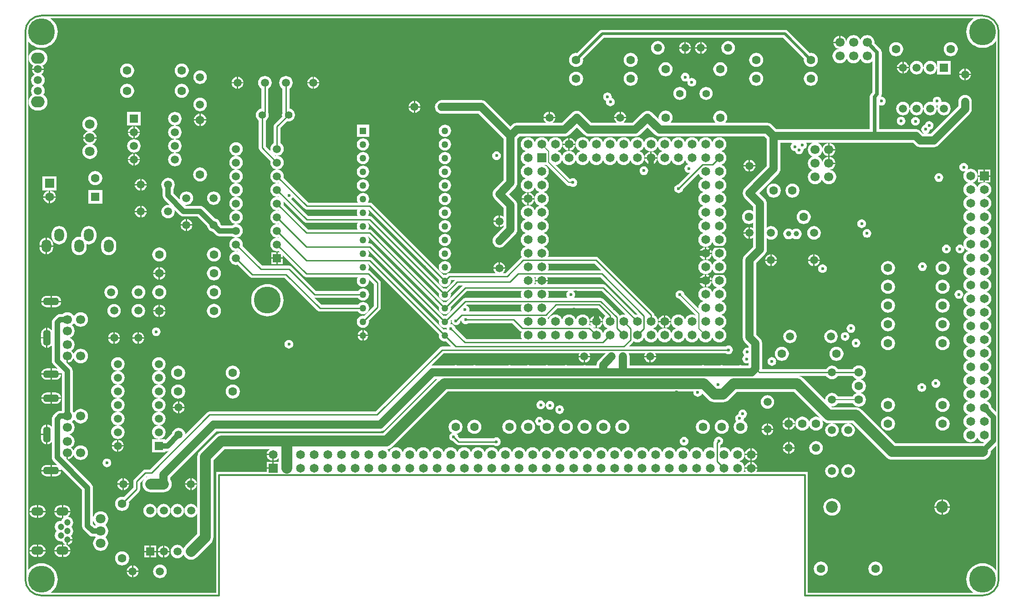
<source format=gbl>
G04 Layer_Physical_Order=4*
G04 Layer_Color=16711680*
%FSLAX44Y44*%
%MOMM*%
G71*
G01*
G75*
%ADD13C,1.0000*%
%ADD14C,0.2000*%
%ADD15C,0.2500*%
%ADD16C,0.5000*%
%ADD17C,1.0000*%
%ADD20C,2.0000*%
%ADD21C,0.3500*%
%ADD22C,1.6000*%
%ADD23C,5.0000*%
%ADD24C,1.8000*%
%ADD25C,1.5000*%
%ADD26R,1.5000X1.5000*%
%ADD27C,1.5000*%
%ADD28C,2.2000*%
%ADD29C,1.7000*%
%ADD30C,1.4000*%
%ADD31R,1.2700X1.2700*%
%ADD32C,1.2700*%
%ADD33O,2.5000X2.1000*%
%ADD34C,1.2000*%
%ADD35O,2.3000X1.6000*%
%ADD36O,1.4000X3.0000*%
%ADD37O,3.0000X1.4000*%
%ADD38R,1.5000X1.5000*%
%ADD39R,1.6510X1.6510*%
%ADD40C,1.6510*%
%ADD41R,1.6510X1.6510*%
%ADD42O,1.8000X2.4000*%
%ADD43R,1.6000X1.6000*%
%ADD44C,0.6000*%
%ADD45C,2.0000*%
%ADD46C,1.5000*%
%ADD47C,0.7000*%
G36*
X1078941Y-559453D02*
X1077646Y-560447D01*
X1075522Y-563215D01*
X1074186Y-566440D01*
X1073731Y-569900D01*
X1074186Y-573360D01*
X1075522Y-576585D01*
X1077646Y-579354D01*
X1080415Y-581478D01*
X1083124Y-582600D01*
X1080415Y-583722D01*
X1077646Y-585846D01*
X1075522Y-588615D01*
X1074400Y-591324D01*
X1073278Y-588615D01*
X1071154Y-585846D01*
X1068385Y-583722D01*
X1065160Y-582386D01*
X1061700Y-581931D01*
X1058240Y-582386D01*
X1057928Y-582516D01*
X1054947Y-579535D01*
X1055772Y-580168D01*
X1058631Y-581353D01*
X1060450Y-581592D01*
Y-571150D01*
X1050008D01*
X1050248Y-572969D01*
X1051432Y-575828D01*
X1052766Y-577566D01*
X1051339Y-576613D01*
X1048900Y-576128D01*
X1048068D01*
X1049214Y-573360D01*
X1049669Y-569900D01*
X1049214Y-566440D01*
X1047878Y-563215D01*
X1045754Y-560447D01*
X1042985Y-558322D01*
X1039760Y-556986D01*
X1036300Y-556531D01*
X1032840Y-556986D01*
X1029615Y-558322D01*
X1026846Y-560447D01*
X1024722Y-563215D01*
X1023600Y-565924D01*
X1022478Y-563215D01*
X1020354Y-560447D01*
X1017585Y-558322D01*
X1014360Y-556986D01*
X1010900Y-556531D01*
X1007440Y-556986D01*
X1004215Y-558322D01*
X1001447Y-560447D01*
X999322Y-563215D01*
X998200Y-565924D01*
X997078Y-563215D01*
X994954Y-560447D01*
X992185Y-558322D01*
X988960Y-556986D01*
X985500Y-556531D01*
X982040Y-556986D01*
X978815Y-558322D01*
X976047Y-560447D01*
X973922Y-563215D01*
X972800Y-565924D01*
X971678Y-563215D01*
X971219Y-562616D01*
X972506Y-561756D01*
X989640Y-544622D01*
X1064110D01*
X1078941Y-559453D01*
D02*
G37*
G36*
X769035Y-567949D02*
X768751Y-570101D01*
X769141Y-573064D01*
X770285Y-575825D01*
X772104Y-578196D01*
X774475Y-580015D01*
X777236Y-581159D01*
X780199Y-581549D01*
X783162Y-581159D01*
X783668Y-580950D01*
X783431Y-582750D01*
X783682Y-584659D01*
X783162Y-584443D01*
X780199Y-584053D01*
X778046Y-584337D01*
X644954Y-451244D01*
X642886Y-449863D01*
X640448Y-449378D01*
X637289D01*
X637713Y-448825D01*
X638857Y-446064D01*
X639247Y-443101D01*
X638857Y-440138D01*
X637713Y-437377D01*
X637134Y-436622D01*
X637708D01*
X769035Y-567949D01*
D02*
G37*
G36*
X518744Y-384256D02*
X520811Y-385637D01*
X523250Y-386122D01*
X618234D01*
X617885Y-386577D01*
X616741Y-389338D01*
X616351Y-392301D01*
X616741Y-395264D01*
X617885Y-398025D01*
X618155Y-398378D01*
X525490D01*
X480290Y-353178D01*
X480708Y-350000D01*
X480278Y-346737D01*
X479609Y-345121D01*
X518744Y-384256D01*
D02*
G37*
G36*
X769035Y-542549D02*
X768751Y-544701D01*
X769141Y-547664D01*
X770285Y-550425D01*
X772104Y-552796D01*
X774475Y-554616D01*
X777236Y-555759D01*
X780199Y-556149D01*
X783162Y-555759D01*
X785923Y-554616D01*
X788294Y-552796D01*
X790113Y-550425D01*
X791257Y-547664D01*
X791647Y-544701D01*
X791364Y-542549D01*
X821040Y-512872D01*
X922933D01*
X921786Y-515640D01*
X921331Y-519100D01*
X921786Y-522560D01*
X923057Y-525628D01*
X818300D01*
X815862Y-526113D01*
X813794Y-527494D01*
X782352Y-558937D01*
X780199Y-558653D01*
X778046Y-558937D01*
X644854Y-425744D01*
X642786Y-424363D01*
X640348Y-423878D01*
X637366D01*
X637713Y-423425D01*
X638857Y-420664D01*
X639247Y-417701D01*
X638857Y-414738D01*
X637713Y-411977D01*
X637057Y-411122D01*
X637608D01*
X769035Y-542549D01*
D02*
G37*
G36*
Y-517149D02*
X768751Y-519301D01*
X769141Y-522264D01*
X770285Y-525025D01*
X772104Y-527396D01*
X774475Y-529216D01*
X777236Y-530359D01*
X780199Y-530749D01*
X783162Y-530359D01*
X785923Y-529216D01*
X788294Y-527396D01*
X790113Y-525025D01*
X791257Y-522264D01*
X791647Y-519301D01*
X791364Y-517149D01*
X805890Y-502622D01*
X813266D01*
X782352Y-533537D01*
X780199Y-533253D01*
X778046Y-533537D01*
X644754Y-400244D01*
X642686Y-398863D01*
X640248Y-398378D01*
X637443D01*
X637713Y-398025D01*
X638857Y-395264D01*
X639247Y-392301D01*
X638857Y-389338D01*
X637713Y-386577D01*
X637364Y-386122D01*
X638008D01*
X769035Y-517149D01*
D02*
G37*
G36*
X921786Y-541040D02*
X921331Y-544500D01*
X921786Y-547960D01*
X922995Y-550878D01*
X825010D01*
X825544Y-549588D01*
X825819Y-547500D01*
X825544Y-545412D01*
X824738Y-543465D01*
X823456Y-541794D01*
X821785Y-540512D01*
X819838Y-539706D01*
X819633Y-539679D01*
X820940Y-538372D01*
X922891D01*
X921786Y-541040D01*
D02*
G37*
G36*
X1115984Y-556996D02*
X1115960Y-556986D01*
X1112500Y-556531D01*
X1109040Y-556986D01*
X1105815Y-558322D01*
X1105261Y-558748D01*
X1104256Y-557244D01*
X1074506Y-527494D01*
X1072439Y-526113D01*
X1070000Y-525628D01*
X1019406D01*
X1019956Y-525206D01*
X1021238Y-523535D01*
X1022044Y-521588D01*
X1022319Y-519500D01*
X1022044Y-517412D01*
X1021238Y-515466D01*
X1019956Y-513794D01*
X1018754Y-512872D01*
X1071861D01*
X1115984Y-556996D01*
D02*
G37*
G36*
X1762311Y-5655D02*
X1758720Y-8722D01*
X1755654Y-12313D01*
X1753186Y-16339D01*
X1751379Y-20702D01*
X1750277Y-25293D01*
X1749906Y-30001D01*
X1750277Y-34708D01*
X1751379Y-39300D01*
X1753186Y-43663D01*
X1755654Y-47689D01*
X1758720Y-51280D01*
X1762311Y-54346D01*
X1766337Y-56814D01*
X1770700Y-58621D01*
X1775292Y-59723D01*
X1779999Y-60094D01*
X1784707Y-59723D01*
X1789298Y-58621D01*
X1793661Y-56814D01*
X1797687Y-54346D01*
X1801278Y-51280D01*
X1804345Y-47689D01*
X1805000Y-46620D01*
Y-738237D01*
X1796233Y-729470D01*
X1795913Y-727041D01*
X1794577Y-723816D01*
X1792453Y-721047D01*
X1789684Y-718923D01*
X1786976Y-717801D01*
X1789684Y-716679D01*
X1792453Y-714554D01*
X1794577Y-711786D01*
X1795913Y-708561D01*
X1796369Y-705101D01*
X1795913Y-701641D01*
X1794577Y-698416D01*
X1792453Y-695647D01*
X1789684Y-693523D01*
X1786976Y-692401D01*
X1789684Y-691279D01*
X1792453Y-689154D01*
X1794577Y-686385D01*
X1795913Y-683161D01*
X1796369Y-679701D01*
X1795913Y-676241D01*
X1794577Y-673016D01*
X1792453Y-670247D01*
X1789684Y-668123D01*
X1786976Y-667001D01*
X1789684Y-665879D01*
X1792453Y-663754D01*
X1794577Y-660985D01*
X1795913Y-657761D01*
X1796369Y-654301D01*
X1795913Y-650841D01*
X1794577Y-647616D01*
X1792453Y-644847D01*
X1789684Y-642723D01*
X1786976Y-641601D01*
X1789684Y-640479D01*
X1792453Y-638354D01*
X1794577Y-635586D01*
X1795913Y-632361D01*
X1796369Y-628901D01*
X1795913Y-625441D01*
X1794577Y-622216D01*
X1792453Y-619447D01*
X1789684Y-617323D01*
X1786976Y-616201D01*
X1789684Y-615079D01*
X1792453Y-612954D01*
X1794577Y-610186D01*
X1795913Y-606961D01*
X1796369Y-603501D01*
X1795913Y-600041D01*
X1794577Y-596816D01*
X1792453Y-594047D01*
X1789684Y-591923D01*
X1786976Y-590801D01*
X1789684Y-589679D01*
X1792453Y-587554D01*
X1794577Y-584785D01*
X1795913Y-581561D01*
X1796369Y-578101D01*
X1795913Y-574641D01*
X1794577Y-571416D01*
X1792453Y-568647D01*
X1789684Y-566523D01*
X1786976Y-565401D01*
X1789684Y-564279D01*
X1792453Y-562154D01*
X1794577Y-559385D01*
X1795913Y-556161D01*
X1796369Y-552701D01*
X1795913Y-549241D01*
X1794577Y-546016D01*
X1792453Y-543247D01*
X1789684Y-541123D01*
X1786976Y-540001D01*
X1789684Y-538879D01*
X1792453Y-536754D01*
X1794577Y-533985D01*
X1795913Y-530761D01*
X1796369Y-527301D01*
X1795913Y-523841D01*
X1794577Y-520616D01*
X1792453Y-517847D01*
X1789684Y-515723D01*
X1786976Y-514601D01*
X1789684Y-513479D01*
X1792453Y-511354D01*
X1794577Y-508586D01*
X1795913Y-505361D01*
X1796369Y-501901D01*
X1795913Y-498441D01*
X1794577Y-495216D01*
X1792453Y-492447D01*
X1789684Y-490323D01*
X1786976Y-489201D01*
X1789684Y-488079D01*
X1792453Y-485954D01*
X1794577Y-483186D01*
X1795913Y-479961D01*
X1796369Y-476501D01*
X1795913Y-473041D01*
X1794577Y-469816D01*
X1792453Y-467047D01*
X1789684Y-464923D01*
X1786976Y-463801D01*
X1789684Y-462679D01*
X1792453Y-460554D01*
X1794577Y-457785D01*
X1795913Y-454561D01*
X1796369Y-451101D01*
X1795913Y-447641D01*
X1794577Y-444416D01*
X1792453Y-441647D01*
X1789684Y-439523D01*
X1786976Y-438401D01*
X1789684Y-437279D01*
X1792453Y-435154D01*
X1794577Y-432385D01*
X1795913Y-429161D01*
X1796369Y-425701D01*
X1795913Y-422241D01*
X1794577Y-419016D01*
X1792453Y-416247D01*
X1789684Y-414123D01*
X1786976Y-413001D01*
X1789684Y-411879D01*
X1792453Y-409754D01*
X1794577Y-406986D01*
X1795913Y-403761D01*
X1796369Y-400301D01*
X1795913Y-396841D01*
X1794577Y-393616D01*
X1792453Y-390847D01*
X1789684Y-388723D01*
X1786976Y-387601D01*
X1789684Y-386479D01*
X1792453Y-384354D01*
X1794577Y-381586D01*
X1795913Y-378361D01*
X1796369Y-374901D01*
X1795913Y-371441D01*
X1794577Y-368216D01*
X1792453Y-365447D01*
X1789684Y-363323D01*
X1786976Y-362201D01*
X1789684Y-361079D01*
X1792453Y-358954D01*
X1794577Y-356185D01*
X1795913Y-352961D01*
X1796369Y-349501D01*
X1795913Y-346041D01*
X1794577Y-342816D01*
X1792453Y-340047D01*
X1789684Y-337923D01*
X1786976Y-336801D01*
X1789684Y-335679D01*
X1792453Y-333554D01*
X1794577Y-330785D01*
X1795913Y-327561D01*
X1796369Y-324101D01*
X1795913Y-320641D01*
X1794577Y-317416D01*
X1792453Y-314647D01*
X1789684Y-312523D01*
X1786459Y-311187D01*
X1782999Y-310732D01*
X1779539Y-311187D01*
X1776315Y-312523D01*
X1773546Y-314647D01*
X1771421Y-317416D01*
X1770299Y-320124D01*
X1769177Y-317416D01*
X1767053Y-314647D01*
X1764284Y-312523D01*
X1761576Y-311401D01*
X1764284Y-310279D01*
X1767053Y-308154D01*
X1769177Y-305385D01*
X1770513Y-302161D01*
X1770968Y-298701D01*
X1770513Y-295241D01*
X1769177Y-292016D01*
X1767053Y-289247D01*
X1764284Y-287123D01*
X1761059Y-285787D01*
X1757599Y-285331D01*
X1754139Y-285787D01*
X1751546Y-286861D01*
X1751988Y-286285D01*
X1752794Y-284339D01*
X1753069Y-282250D01*
X1752794Y-280162D01*
X1751988Y-278216D01*
X1750706Y-276544D01*
X1749035Y-275262D01*
X1747089Y-274456D01*
X1745000Y-274181D01*
X1742912Y-274456D01*
X1740966Y-275262D01*
X1739295Y-276544D01*
X1738012Y-278216D01*
X1737206Y-280162D01*
X1736931Y-282250D01*
X1737206Y-284339D01*
X1738012Y-286285D01*
X1739295Y-287956D01*
X1740966Y-289238D01*
X1742912Y-290044D01*
X1745000Y-290319D01*
X1747089Y-290044D01*
X1747742Y-289774D01*
X1746021Y-292016D01*
X1744685Y-295241D01*
X1744230Y-298701D01*
X1744685Y-302161D01*
X1746021Y-305385D01*
X1748146Y-308154D01*
X1750914Y-310279D01*
X1753623Y-311401D01*
X1750914Y-312523D01*
X1748146Y-314647D01*
X1746021Y-317416D01*
X1744685Y-320641D01*
X1744230Y-324101D01*
X1744685Y-327561D01*
X1746021Y-330785D01*
X1748146Y-333554D01*
X1750914Y-335679D01*
X1753623Y-336801D01*
X1750914Y-337923D01*
X1748146Y-340047D01*
X1746021Y-342816D01*
X1744685Y-346041D01*
X1744230Y-349501D01*
X1744685Y-352961D01*
X1746021Y-356185D01*
X1748146Y-358954D01*
X1750914Y-361079D01*
X1753623Y-362201D01*
X1750914Y-363323D01*
X1748146Y-365447D01*
X1746021Y-368216D01*
X1744685Y-371441D01*
X1744230Y-374901D01*
X1744685Y-378361D01*
X1746021Y-381586D01*
X1748146Y-384354D01*
X1750914Y-386479D01*
X1753623Y-387601D01*
X1750914Y-388723D01*
X1748146Y-390847D01*
X1746021Y-393616D01*
X1744685Y-396841D01*
X1744230Y-400301D01*
X1744685Y-403761D01*
X1746021Y-406986D01*
X1748146Y-409754D01*
X1750914Y-411879D01*
X1753623Y-413001D01*
X1750914Y-414123D01*
X1748146Y-416247D01*
X1746021Y-419016D01*
X1744685Y-422241D01*
X1744230Y-425701D01*
X1744685Y-429161D01*
X1746021Y-432385D01*
X1748146Y-435154D01*
X1750914Y-437279D01*
X1753623Y-438401D01*
X1750914Y-439523D01*
X1748146Y-441647D01*
X1746021Y-444416D01*
X1744685Y-447641D01*
X1744230Y-451101D01*
X1744685Y-454561D01*
X1746021Y-457785D01*
X1748146Y-460554D01*
X1750914Y-462679D01*
X1753623Y-463801D01*
X1750914Y-464923D01*
X1748146Y-467047D01*
X1746021Y-469816D01*
X1744685Y-473041D01*
X1744230Y-476501D01*
X1744685Y-479961D01*
X1746021Y-483186D01*
X1748146Y-485954D01*
X1750914Y-488079D01*
X1753623Y-489201D01*
X1750914Y-490323D01*
X1748146Y-492447D01*
X1746021Y-495216D01*
X1744685Y-498441D01*
X1744230Y-501901D01*
X1744685Y-505361D01*
X1746021Y-508586D01*
X1748146Y-511354D01*
X1750914Y-513479D01*
X1753623Y-514601D01*
X1750914Y-515723D01*
X1748146Y-517847D01*
X1746021Y-520616D01*
X1744685Y-523841D01*
X1744230Y-527301D01*
X1744685Y-530761D01*
X1746021Y-533985D01*
X1748146Y-536754D01*
X1750914Y-538879D01*
X1753623Y-540001D01*
X1750914Y-541123D01*
X1748146Y-543247D01*
X1746021Y-546016D01*
X1744685Y-549241D01*
X1744230Y-552701D01*
X1744685Y-556161D01*
X1746021Y-559385D01*
X1748146Y-562154D01*
X1750914Y-564279D01*
X1753623Y-565401D01*
X1750914Y-566523D01*
X1748146Y-568647D01*
X1746021Y-571416D01*
X1744685Y-574641D01*
X1744230Y-578101D01*
X1744685Y-581561D01*
X1746021Y-584785D01*
X1748146Y-587554D01*
X1750914Y-589679D01*
X1753623Y-590801D01*
X1750914Y-591923D01*
X1748146Y-594047D01*
X1746021Y-596816D01*
X1744685Y-600041D01*
X1744230Y-603501D01*
X1744685Y-606961D01*
X1746021Y-610186D01*
X1748146Y-612954D01*
X1750914Y-615079D01*
X1753623Y-616201D01*
X1750914Y-617323D01*
X1748146Y-619447D01*
X1746021Y-622216D01*
X1744685Y-625441D01*
X1744230Y-628901D01*
X1744685Y-632361D01*
X1746021Y-635586D01*
X1748146Y-638354D01*
X1750914Y-640479D01*
X1753623Y-641601D01*
X1750914Y-642723D01*
X1748146Y-644847D01*
X1746021Y-647616D01*
X1744685Y-650841D01*
X1744230Y-654301D01*
X1744685Y-657761D01*
X1746021Y-660985D01*
X1748146Y-663754D01*
X1750914Y-665879D01*
X1753623Y-667001D01*
X1750914Y-668123D01*
X1748146Y-670247D01*
X1746021Y-673016D01*
X1744685Y-676241D01*
X1744230Y-679701D01*
X1744685Y-683161D01*
X1746021Y-686385D01*
X1748146Y-689154D01*
X1750914Y-691279D01*
X1753623Y-692401D01*
X1750914Y-693523D01*
X1748146Y-695647D01*
X1746021Y-698416D01*
X1744685Y-701641D01*
X1744230Y-705101D01*
X1744685Y-708561D01*
X1746021Y-711786D01*
X1748146Y-714554D01*
X1750914Y-716679D01*
X1753623Y-717801D01*
X1750914Y-718923D01*
X1748146Y-721047D01*
X1746021Y-723816D01*
X1744685Y-727041D01*
X1744230Y-730501D01*
X1744685Y-733961D01*
X1746021Y-737186D01*
X1748146Y-739954D01*
X1750914Y-742079D01*
X1753623Y-743201D01*
X1750914Y-744323D01*
X1748146Y-746447D01*
X1746021Y-749216D01*
X1744685Y-752441D01*
X1744230Y-755901D01*
X1744685Y-759361D01*
X1746021Y-762586D01*
X1748146Y-765354D01*
X1750914Y-767479D01*
X1753623Y-768601D01*
X1750914Y-769723D01*
X1748146Y-771847D01*
X1746021Y-774616D01*
X1744685Y-777841D01*
X1744230Y-781301D01*
X1744685Y-784761D01*
X1746021Y-787986D01*
X1748146Y-790754D01*
X1750914Y-792879D01*
X1754139Y-794215D01*
X1757599Y-794670D01*
X1761059Y-794215D01*
X1764284Y-792879D01*
X1767053Y-790754D01*
X1769177Y-787986D01*
X1770299Y-785277D01*
X1771421Y-787986D01*
X1773546Y-790754D01*
X1776315Y-792879D01*
X1779539Y-794215D01*
X1782999Y-794670D01*
X1783076Y-794660D01*
X1780986Y-796750D01*
X1780250Y-796677D01*
X1617993D01*
X1554908Y-733592D01*
X1552624Y-731717D01*
X1550018Y-730324D01*
X1547190Y-729467D01*
X1544250Y-729177D01*
X1500493D01*
X1499221Y-727905D01*
X1500000Y-728008D01*
X1503263Y-727578D01*
X1506304Y-726319D01*
X1508915Y-724315D01*
X1510919Y-721704D01*
X1510996Y-721517D01*
X1538463D01*
X1538644Y-721956D01*
X1540728Y-724672D01*
X1543444Y-726755D01*
X1546606Y-728065D01*
X1550000Y-728512D01*
X1553394Y-728065D01*
X1556556Y-726755D01*
X1559272Y-724672D01*
X1561355Y-721956D01*
X1562665Y-718794D01*
X1563112Y-715400D01*
X1562665Y-712006D01*
X1561355Y-708844D01*
X1559272Y-706128D01*
X1556556Y-704044D01*
X1553394Y-702735D01*
X1553130Y-702700D01*
X1553394Y-702665D01*
X1556556Y-701355D01*
X1559272Y-699272D01*
X1561355Y-696556D01*
X1562665Y-693394D01*
X1563112Y-690000D01*
X1562665Y-686606D01*
X1561355Y-683444D01*
X1559272Y-680728D01*
X1556556Y-678644D01*
X1553394Y-677335D01*
X1553130Y-677300D01*
X1553394Y-677265D01*
X1556556Y-675955D01*
X1559272Y-673872D01*
X1561355Y-671156D01*
X1562665Y-667994D01*
X1563112Y-664600D01*
X1562665Y-661206D01*
X1561355Y-658044D01*
X1559272Y-655328D01*
X1556556Y-653244D01*
X1553394Y-651935D01*
X1550000Y-651488D01*
X1546606Y-651935D01*
X1543444Y-653244D01*
X1540728Y-655328D01*
X1538644Y-658044D01*
X1538568Y-658227D01*
X1510866D01*
X1508915Y-655685D01*
X1506304Y-653681D01*
X1503263Y-652422D01*
X1500000Y-651992D01*
X1496737Y-652422D01*
X1493696Y-653681D01*
X1491085Y-655685D01*
X1489134Y-658227D01*
X1369979D01*
X1370108Y-657250D01*
Y-610002D01*
X1369678Y-606739D01*
X1368419Y-603698D01*
X1366415Y-601087D01*
X1359107Y-593778D01*
Y-460623D01*
X1375165Y-444565D01*
X1377169Y-441954D01*
X1378428Y-438913D01*
X1378858Y-435650D01*
Y-414493D01*
X1380195Y-415520D01*
X1383236Y-416779D01*
X1386499Y-417209D01*
X1389762Y-416779D01*
X1392803Y-415520D01*
X1395414Y-413516D01*
X1397418Y-410905D01*
X1398677Y-407864D01*
X1399107Y-404601D01*
X1398677Y-401338D01*
X1397418Y-398297D01*
X1395414Y-395686D01*
X1392803Y-393682D01*
X1389762Y-392423D01*
X1386499Y-391993D01*
X1383236Y-392423D01*
X1380195Y-393682D01*
X1378858Y-394708D01*
Y-350152D01*
X1378428Y-346889D01*
X1378059Y-345998D01*
X1377169Y-343848D01*
X1375165Y-341237D01*
X1364329Y-330401D01*
X1400414Y-294316D01*
X1402418Y-291705D01*
X1403309Y-289555D01*
X1403678Y-288664D01*
X1404107Y-285401D01*
Y-236809D01*
X1422966D01*
X1423105Y-236866D01*
X1426499Y-237313D01*
X1427002Y-237247D01*
X1426965Y-237262D01*
X1425294Y-238545D01*
X1424012Y-240216D01*
X1423206Y-242162D01*
X1422931Y-244250D01*
X1423206Y-246339D01*
X1424012Y-248285D01*
X1425294Y-249956D01*
X1426965Y-251238D01*
X1428912Y-252044D01*
X1431000Y-252319D01*
X1431286Y-252281D01*
X1432012Y-254035D01*
X1433294Y-255706D01*
X1434966Y-256988D01*
X1436912Y-257794D01*
X1439000Y-258069D01*
X1441088Y-257794D01*
X1443035Y-256988D01*
X1444706Y-255706D01*
X1445988Y-254035D01*
X1446794Y-252088D01*
X1447069Y-250000D01*
X1446913Y-248817D01*
X1447088Y-248794D01*
X1449034Y-247988D01*
X1450706Y-246706D01*
X1451988Y-245035D01*
X1452794Y-243088D01*
X1453069Y-241000D01*
X1452794Y-238912D01*
X1451988Y-236966D01*
X1451868Y-236809D01*
X1464405D01*
X1461991Y-237809D01*
X1459171Y-239973D01*
X1457007Y-242793D01*
X1455647Y-246077D01*
X1455183Y-249601D01*
X1455647Y-253125D01*
X1457007Y-256409D01*
X1459171Y-259229D01*
X1461991Y-261393D01*
X1464182Y-262301D01*
X1461991Y-263209D01*
X1459171Y-265373D01*
X1457007Y-268193D01*
X1455647Y-271477D01*
X1455183Y-275001D01*
X1455647Y-278525D01*
X1457007Y-281809D01*
X1459171Y-284629D01*
X1461991Y-286793D01*
X1464182Y-287701D01*
X1461991Y-288609D01*
X1459171Y-290773D01*
X1457007Y-293593D01*
X1455647Y-296877D01*
X1455183Y-300401D01*
X1455647Y-303925D01*
X1457007Y-307209D01*
X1459171Y-310029D01*
X1461991Y-312193D01*
X1465275Y-313554D01*
X1468799Y-314018D01*
X1472323Y-313554D01*
X1475607Y-312193D01*
X1478427Y-310029D01*
X1480591Y-307209D01*
X1481499Y-305018D01*
X1482407Y-307209D01*
X1484571Y-310029D01*
X1487391Y-312193D01*
X1490675Y-313554D01*
X1494199Y-314018D01*
X1497723Y-313554D01*
X1501007Y-312193D01*
X1503827Y-310029D01*
X1505991Y-307209D01*
X1507352Y-303925D01*
X1507816Y-300401D01*
X1507352Y-296877D01*
X1505991Y-293593D01*
X1503827Y-290773D01*
X1501007Y-288609D01*
X1497723Y-287248D01*
X1495414Y-286945D01*
X1497332Y-286692D01*
X1500251Y-285483D01*
X1502758Y-283559D01*
X1504681Y-281053D01*
X1505890Y-278134D01*
X1506138Y-276251D01*
X1494200D01*
Y-275001D01*
X1492950D01*
Y-263062D01*
X1491066Y-263310D01*
X1488147Y-264519D01*
X1485641Y-266443D01*
X1483717Y-268949D01*
X1482508Y-271868D01*
X1482256Y-273786D01*
X1481952Y-271477D01*
X1480591Y-268193D01*
X1478427Y-265373D01*
X1475607Y-263209D01*
X1473416Y-262301D01*
X1475607Y-261393D01*
X1478427Y-259229D01*
X1480591Y-256409D01*
X1481952Y-253125D01*
X1482256Y-250816D01*
X1482508Y-252734D01*
X1483717Y-255653D01*
X1485641Y-258160D01*
X1488147Y-260083D01*
X1491066Y-261292D01*
X1492950Y-261540D01*
Y-249601D01*
Y-237662D01*
X1491066Y-237910D01*
X1488147Y-239119D01*
X1485641Y-241042D01*
X1483717Y-243549D01*
X1482508Y-246468D01*
X1482256Y-248386D01*
X1481952Y-246077D01*
X1480591Y-242793D01*
X1478427Y-239973D01*
X1475607Y-237809D01*
X1473193Y-236809D01*
X1650979D01*
X1655335Y-241165D01*
X1657946Y-243169D01*
X1660987Y-244428D01*
X1664250Y-244858D01*
X1689000D01*
X1692263Y-244428D01*
X1695304Y-243169D01*
X1697915Y-241165D01*
X1756415Y-182665D01*
X1758419Y-180054D01*
X1759310Y-177904D01*
X1759678Y-177013D01*
X1760108Y-173750D01*
Y-160400D01*
X1759678Y-157137D01*
X1758419Y-154096D01*
X1756415Y-151485D01*
X1753804Y-149481D01*
X1750763Y-148222D01*
X1747500Y-147792D01*
X1744237Y-148222D01*
X1741196Y-149481D01*
X1738585Y-151485D01*
X1736581Y-154096D01*
X1735322Y-157137D01*
X1734892Y-160400D01*
Y-168528D01*
X1683778Y-219642D01*
X1675343D01*
X1676089Y-219544D01*
X1678035Y-218738D01*
X1679706Y-217456D01*
X1680988Y-215784D01*
X1681794Y-213838D01*
X1681983Y-212407D01*
X1682838Y-212294D01*
X1684784Y-211488D01*
X1686456Y-210205D01*
X1687738Y-208534D01*
X1688544Y-206588D01*
X1688819Y-204500D01*
X1688544Y-202411D01*
X1687738Y-200465D01*
X1686456Y-198794D01*
X1684784Y-197512D01*
X1682838Y-196706D01*
X1680750Y-196431D01*
X1678661Y-196706D01*
X1676715Y-197512D01*
X1675044Y-198794D01*
X1673762Y-200465D01*
X1672956Y-202411D01*
X1672767Y-203843D01*
X1671912Y-203956D01*
X1669966Y-204762D01*
X1668295Y-206044D01*
X1667012Y-207715D01*
X1666206Y-209662D01*
X1665931Y-211750D01*
X1666206Y-213838D01*
X1667012Y-215784D01*
X1668295Y-217456D01*
X1669966Y-218738D01*
X1671912Y-219544D01*
X1672657Y-219642D01*
X1669472D01*
X1665116Y-215286D01*
X1662505Y-213282D01*
X1659464Y-212023D01*
X1656201Y-211593D01*
X1587573D01*
Y-165937D01*
X1587966Y-166238D01*
X1589912Y-167044D01*
X1592000Y-167319D01*
X1594088Y-167044D01*
X1596035Y-166238D01*
X1597706Y-164956D01*
X1598988Y-163284D01*
X1599794Y-161338D01*
X1600069Y-159250D01*
X1599794Y-157162D01*
X1598988Y-155216D01*
X1597706Y-153544D01*
X1596035Y-152262D01*
X1594088Y-151456D01*
X1592000Y-151181D01*
X1590597Y-151366D01*
X1591425Y-150287D01*
X1591676Y-149681D01*
X1592281Y-148219D01*
X1592573Y-146000D01*
Y-68400D01*
X1592281Y-66181D01*
X1591425Y-64113D01*
X1590062Y-62338D01*
X1578843Y-51118D01*
X1579017Y-49800D01*
X1578553Y-46276D01*
X1577192Y-42992D01*
X1575028Y-40172D01*
X1572208Y-38008D01*
X1568924Y-36648D01*
X1565400Y-36184D01*
X1561876Y-36648D01*
X1558592Y-38008D01*
X1555772Y-40172D01*
X1553608Y-42992D01*
X1552700Y-45184D01*
X1551792Y-42992D01*
X1549628Y-40172D01*
X1546808Y-38008D01*
X1543524Y-36648D01*
X1540000Y-36184D01*
X1536476Y-36648D01*
X1533192Y-38008D01*
X1530372Y-40172D01*
X1528208Y-42992D01*
X1526848Y-46276D01*
X1526543Y-48585D01*
X1526291Y-46667D01*
X1525082Y-43748D01*
X1523158Y-41241D01*
X1520652Y-39318D01*
X1517733Y-38109D01*
X1515850Y-37861D01*
Y-49800D01*
X1514600D01*
Y-51050D01*
X1502661D01*
X1502909Y-52933D01*
X1504118Y-55852D01*
X1506042Y-58358D01*
X1508548Y-60282D01*
X1511467Y-61491D01*
X1513385Y-61743D01*
X1511076Y-62048D01*
X1507792Y-63408D01*
X1504972Y-65572D01*
X1502808Y-68392D01*
X1501447Y-71676D01*
X1500983Y-75200D01*
X1501447Y-78724D01*
X1502808Y-82008D01*
X1504972Y-84828D01*
X1507792Y-86992D01*
X1511076Y-88352D01*
X1514600Y-88816D01*
X1518124Y-88352D01*
X1521408Y-86992D01*
X1524228Y-84828D01*
X1526392Y-82008D01*
X1527300Y-79817D01*
X1528208Y-82008D01*
X1530372Y-84828D01*
X1533192Y-86992D01*
X1536476Y-88352D01*
X1540000Y-88816D01*
X1543524Y-88352D01*
X1546808Y-86992D01*
X1549628Y-84828D01*
X1551792Y-82008D01*
X1552700Y-79817D01*
X1553608Y-82008D01*
X1555772Y-84828D01*
X1558592Y-86992D01*
X1561876Y-88352D01*
X1565400Y-88816D01*
X1568924Y-88352D01*
X1572208Y-86992D01*
X1575028Y-84828D01*
X1575427Y-84309D01*
Y-142449D01*
X1572938Y-144938D01*
X1571575Y-146713D01*
X1570719Y-148781D01*
X1570427Y-151000D01*
Y-211593D01*
X1430031D01*
X1429893Y-211536D01*
X1426499Y-211089D01*
X1423105Y-211536D01*
X1422966Y-211593D01*
X1396722D01*
X1388713Y-203585D01*
X1386102Y-201581D01*
X1383062Y-200322D01*
X1379798Y-199892D01*
X1300763D01*
X1301571Y-199273D01*
X1303654Y-196557D01*
X1304964Y-193395D01*
X1305411Y-190001D01*
X1304964Y-186607D01*
X1303654Y-183445D01*
X1301571Y-180729D01*
X1298855Y-178645D01*
X1295693Y-177336D01*
X1292299Y-176889D01*
X1288905Y-177336D01*
X1285743Y-178645D01*
X1283027Y-180729D01*
X1280944Y-183445D01*
X1279634Y-186607D01*
X1279187Y-190001D01*
X1279634Y-193395D01*
X1280944Y-196557D01*
X1283027Y-199273D01*
X1283835Y-199892D01*
X1199163D01*
X1199971Y-199273D01*
X1202055Y-196557D01*
X1203364Y-193395D01*
X1203811Y-190001D01*
X1203364Y-186607D01*
X1202055Y-183445D01*
X1199971Y-180729D01*
X1197255Y-178645D01*
X1194093Y-177336D01*
X1190699Y-176889D01*
X1187305Y-177336D01*
X1184143Y-178645D01*
X1181427Y-180729D01*
X1179344Y-183445D01*
X1178034Y-186607D01*
X1177587Y-190001D01*
X1178020Y-193292D01*
X1165814Y-181086D01*
X1163203Y-179082D01*
X1160163Y-177823D01*
X1156899Y-177393D01*
X1153636Y-177823D01*
X1152746Y-178192D01*
X1150595Y-179082D01*
X1147984Y-181086D01*
X1129178Y-199892D01*
X1110964D01*
X1111647Y-199609D01*
X1113945Y-197846D01*
X1115708Y-195548D01*
X1116816Y-192873D01*
X1117029Y-191252D01*
X1106100D01*
X1095169D01*
X1095383Y-192873D01*
X1096491Y-195548D01*
X1098254Y-197846D01*
X1100552Y-199609D01*
X1101235Y-199892D01*
X1053122D01*
X1034315Y-181085D01*
X1031704Y-179081D01*
X1028663Y-177822D01*
X1025400Y-177392D01*
X1022137Y-177822D01*
X1019096Y-179081D01*
X1016485Y-181085D01*
X997678Y-199892D01*
X979463D01*
X980148Y-199608D01*
X982445Y-197845D01*
X984209Y-195547D01*
X985317Y-192871D01*
X985530Y-191250D01*
X963670D01*
X963883Y-192871D01*
X964992Y-195547D01*
X966755Y-197845D01*
X969053Y-199608D01*
X969738Y-199892D01*
X913750D01*
X910487Y-200322D01*
X907446Y-201581D01*
X904835Y-203585D01*
X902250Y-206170D01*
X857166Y-161086D01*
X854555Y-159082D01*
X851514Y-157823D01*
X848251Y-157393D01*
X774399D01*
X771136Y-157823D01*
X768095Y-159082D01*
X765484Y-161086D01*
X763481Y-163697D01*
X762221Y-166738D01*
X761791Y-170001D01*
X762221Y-173264D01*
X763481Y-176305D01*
X765484Y-178916D01*
X768095Y-180920D01*
X771136Y-182179D01*
X774399Y-182609D01*
X843029D01*
X889642Y-229222D01*
Y-306128D01*
X872584Y-323186D01*
X870581Y-325797D01*
X869321Y-328838D01*
X868892Y-332101D01*
X869321Y-335364D01*
X870581Y-338405D01*
X872584Y-341016D01*
X889642Y-358074D01*
Y-375443D01*
X889345Y-375055D01*
X887047Y-373292D01*
X884371Y-372184D01*
X882748Y-371970D01*
Y-382901D01*
Y-393831D01*
X884371Y-393618D01*
X887047Y-392509D01*
X889345Y-390746D01*
X889642Y-390358D01*
Y-393628D01*
X872584Y-410686D01*
X870581Y-413297D01*
X869321Y-416338D01*
X868892Y-419601D01*
X869321Y-422864D01*
X870581Y-425905D01*
X872584Y-428516D01*
X875195Y-430520D01*
X878236Y-431779D01*
X881499Y-432209D01*
X884762Y-431779D01*
X887803Y-430520D01*
X890414Y-428516D01*
X911165Y-407766D01*
X913169Y-405154D01*
X914059Y-403004D01*
X914428Y-402114D01*
X914858Y-398851D01*
Y-352851D01*
X914428Y-349588D01*
X914059Y-348698D01*
X913169Y-346548D01*
X911165Y-343936D01*
X899330Y-332101D01*
X911165Y-320265D01*
X913169Y-317654D01*
X914059Y-315504D01*
X914428Y-314613D01*
X914858Y-311350D01*
Y-229222D01*
X918972Y-225108D01*
X1002900D01*
X1006163Y-224678D01*
X1009204Y-223419D01*
X1011815Y-221415D01*
X1025400Y-207830D01*
X1038985Y-221415D01*
X1041596Y-223419D01*
X1044637Y-224678D01*
X1047900Y-225108D01*
X1134400D01*
X1137663Y-224678D01*
X1140704Y-223419D01*
X1143315Y-221415D01*
X1156899Y-207831D01*
X1170483Y-221415D01*
X1173094Y-223419D01*
X1175245Y-224309D01*
X1176135Y-224678D01*
X1179398Y-225108D01*
X1374576D01*
X1378891Y-229423D01*
Y-280178D01*
X1337584Y-321486D01*
X1335580Y-324097D01*
X1334321Y-327138D01*
X1333891Y-330401D01*
X1334321Y-333664D01*
X1335580Y-336705D01*
X1337584Y-339316D01*
X1353642Y-355374D01*
Y-364710D01*
X1352255Y-363645D01*
X1349093Y-362335D01*
X1345699Y-361889D01*
X1342305Y-362335D01*
X1339143Y-363645D01*
X1336427Y-365729D01*
X1334344Y-368445D01*
X1333034Y-371607D01*
X1332587Y-375001D01*
X1333034Y-378395D01*
X1334344Y-381557D01*
X1336427Y-384272D01*
X1339143Y-386356D01*
X1342305Y-387666D01*
X1345699Y-388113D01*
X1349093Y-387666D01*
X1352255Y-386356D01*
X1353642Y-385292D01*
Y-396217D01*
X1352047Y-394992D01*
X1349371Y-393884D01*
X1347748Y-393670D01*
Y-404600D01*
Y-415531D01*
X1349371Y-415318D01*
X1352047Y-414209D01*
X1353642Y-412985D01*
Y-430428D01*
X1337584Y-446486D01*
X1335580Y-449097D01*
X1334321Y-452138D01*
X1333891Y-455401D01*
Y-599001D01*
X1334321Y-602264D01*
X1335580Y-605305D01*
X1337584Y-607916D01*
X1344892Y-615224D01*
Y-618935D01*
X1344338Y-618706D01*
X1342250Y-618431D01*
X1340162Y-618706D01*
X1338215Y-619512D01*
X1336544Y-620794D01*
X1335262Y-622466D01*
X1334456Y-624412D01*
X1334181Y-626500D01*
X1334456Y-628588D01*
X1335262Y-630535D01*
X1336544Y-632206D01*
X1337079Y-632616D01*
X1335544Y-633794D01*
X1334262Y-635466D01*
X1333456Y-637412D01*
X1333181Y-639500D01*
X1333456Y-641588D01*
X1334262Y-643534D01*
X1335544Y-645206D01*
X1337216Y-646488D01*
X1339162Y-647294D01*
X1341250Y-647569D01*
X1343338Y-647294D01*
X1344892Y-646650D01*
Y-651592D01*
X1333532D01*
X1333394Y-651535D01*
X1330000Y-651088D01*
X1326606Y-651535D01*
X1326467Y-651592D01*
X1298533D01*
X1298394Y-651535D01*
X1295000Y-651088D01*
X1291606Y-651535D01*
X1291468Y-651592D01*
X1263532D01*
X1263394Y-651535D01*
X1260000Y-651088D01*
X1256606Y-651535D01*
X1256467Y-651592D01*
X1123707D01*
Y-635001D01*
X1123277Y-631738D01*
X1122091Y-628872D01*
X1152736D01*
X1152291Y-629453D01*
X1151182Y-632129D01*
X1150969Y-633752D01*
X1161899D01*
X1172830D01*
X1172616Y-632129D01*
X1171507Y-629453D01*
X1171062Y-628872D01*
X1302913D01*
X1303716Y-629488D01*
X1305662Y-630294D01*
X1307750Y-630569D01*
X1309839Y-630294D01*
X1311785Y-629488D01*
X1313456Y-628206D01*
X1314738Y-626535D01*
X1315544Y-624588D01*
X1315819Y-622500D01*
X1315544Y-620412D01*
X1314738Y-618465D01*
X1313456Y-616794D01*
X1311785Y-615512D01*
X1309839Y-614706D01*
X1307750Y-614431D01*
X1305662Y-614706D01*
X1303716Y-615512D01*
X1302913Y-616128D01*
X1122134D01*
X1129756Y-608506D01*
X1130038Y-608085D01*
X1130970Y-606690D01*
X1131215Y-606878D01*
X1134440Y-608214D01*
X1137900Y-608669D01*
X1141360Y-608214D01*
X1144585Y-606878D01*
X1147354Y-604754D01*
X1149478Y-601985D01*
X1150600Y-599277D01*
X1151722Y-601985D01*
X1153847Y-604754D01*
X1156615Y-606878D01*
X1159840Y-608214D01*
X1163300Y-608669D01*
X1166760Y-608214D01*
X1169985Y-606878D01*
X1172754Y-604754D01*
X1174878Y-601985D01*
X1176000Y-599277D01*
X1177122Y-601985D01*
X1179247Y-604754D01*
X1182015Y-606878D01*
X1185240Y-608214D01*
X1188700Y-608669D01*
X1192160Y-608214D01*
X1195385Y-606878D01*
X1198154Y-604754D01*
X1200278Y-601985D01*
X1201400Y-599277D01*
X1202522Y-601985D01*
X1204647Y-604754D01*
X1207415Y-606878D01*
X1210640Y-608214D01*
X1214100Y-608669D01*
X1217560Y-608214D01*
X1220785Y-606878D01*
X1223554Y-604754D01*
X1225678Y-601985D01*
X1226800Y-599277D01*
X1227922Y-601985D01*
X1230046Y-604754D01*
X1232815Y-606878D01*
X1236040Y-608214D01*
X1239500Y-608669D01*
X1242960Y-608214D01*
X1246185Y-606878D01*
X1248954Y-604754D01*
X1251078Y-601985D01*
X1252200Y-599277D01*
X1253322Y-601985D01*
X1255446Y-604754D01*
X1258215Y-606878D01*
X1261440Y-608214D01*
X1264900Y-608669D01*
X1268360Y-608214D01*
X1271585Y-606878D01*
X1274354Y-604754D01*
X1276478Y-601985D01*
X1277600Y-599277D01*
X1278722Y-601985D01*
X1280847Y-604754D01*
X1283615Y-606878D01*
X1286840Y-608214D01*
X1290300Y-608669D01*
X1293760Y-608214D01*
X1296985Y-606878D01*
X1299754Y-604754D01*
X1301878Y-601985D01*
X1303214Y-598760D01*
X1303669Y-595300D01*
X1303214Y-591840D01*
X1301878Y-588615D01*
X1299754Y-585846D01*
X1296985Y-583722D01*
X1294277Y-582600D01*
X1296985Y-581478D01*
X1299754Y-579354D01*
X1301878Y-576585D01*
X1303214Y-573360D01*
X1303669Y-569900D01*
X1303214Y-566440D01*
X1301878Y-563215D01*
X1299754Y-560447D01*
X1296985Y-558322D01*
X1294277Y-557200D01*
X1296985Y-556078D01*
X1299754Y-553954D01*
X1301878Y-551185D01*
X1303214Y-547960D01*
X1303669Y-544500D01*
X1303214Y-541040D01*
X1301878Y-537815D01*
X1299754Y-535047D01*
X1296985Y-532922D01*
X1294277Y-531800D01*
X1296985Y-530678D01*
X1299754Y-528554D01*
X1301878Y-525785D01*
X1303214Y-522560D01*
X1303669Y-519100D01*
X1303214Y-515640D01*
X1301878Y-512415D01*
X1299754Y-509646D01*
X1296985Y-507522D01*
X1294277Y-506400D01*
X1296985Y-505278D01*
X1299754Y-503154D01*
X1301878Y-500385D01*
X1303214Y-497160D01*
X1303669Y-493700D01*
X1303214Y-490240D01*
X1301878Y-487015D01*
X1299754Y-484246D01*
X1296985Y-482122D01*
X1294277Y-481000D01*
X1296985Y-479878D01*
X1299754Y-477754D01*
X1301878Y-474985D01*
X1303214Y-471760D01*
X1303669Y-468300D01*
X1303214Y-464840D01*
X1301878Y-461615D01*
X1299754Y-458847D01*
X1296985Y-456722D01*
X1294277Y-455600D01*
X1296985Y-454478D01*
X1299754Y-452354D01*
X1301878Y-449585D01*
X1303214Y-446360D01*
X1303669Y-442900D01*
X1303214Y-439440D01*
X1301878Y-436215D01*
X1299754Y-433447D01*
X1296985Y-431322D01*
X1294277Y-430200D01*
X1296985Y-429078D01*
X1299754Y-426954D01*
X1301878Y-424185D01*
X1303214Y-420960D01*
X1303669Y-417500D01*
X1303214Y-414040D01*
X1301878Y-410815D01*
X1299754Y-408046D01*
X1296985Y-405922D01*
X1294277Y-404800D01*
X1296985Y-403678D01*
X1299754Y-401554D01*
X1301878Y-398785D01*
X1303214Y-395560D01*
X1303669Y-392100D01*
X1303214Y-388640D01*
X1301878Y-385415D01*
X1299754Y-382646D01*
X1296985Y-380522D01*
X1294277Y-379400D01*
X1296985Y-378278D01*
X1299754Y-376154D01*
X1301878Y-373385D01*
X1303214Y-370160D01*
X1303669Y-366700D01*
X1303214Y-363240D01*
X1301878Y-360015D01*
X1299754Y-357247D01*
X1296985Y-355122D01*
X1294277Y-354000D01*
X1296985Y-352878D01*
X1299754Y-350754D01*
X1301878Y-347985D01*
X1303214Y-344760D01*
X1303669Y-341300D01*
X1303214Y-337840D01*
X1301878Y-334615D01*
X1299754Y-331847D01*
X1296985Y-329722D01*
X1294277Y-328600D01*
X1296985Y-327478D01*
X1299754Y-325354D01*
X1301878Y-322585D01*
X1303214Y-319360D01*
X1303669Y-315900D01*
X1303214Y-312440D01*
X1301878Y-309215D01*
X1299754Y-306446D01*
X1296985Y-304322D01*
X1294277Y-303200D01*
X1296985Y-302078D01*
X1299754Y-299954D01*
X1301878Y-297185D01*
X1303214Y-293960D01*
X1303669Y-290500D01*
X1303214Y-287040D01*
X1301878Y-283815D01*
X1299754Y-281047D01*
X1296985Y-278922D01*
X1294277Y-277800D01*
X1296985Y-276678D01*
X1299754Y-274554D01*
X1301878Y-271785D01*
X1303214Y-268560D01*
X1303669Y-265100D01*
X1303214Y-261640D01*
X1301878Y-258415D01*
X1299754Y-255646D01*
X1296985Y-253522D01*
X1294277Y-252400D01*
X1296985Y-251278D01*
X1299754Y-249154D01*
X1301878Y-246385D01*
X1303214Y-243160D01*
X1303669Y-239700D01*
X1303214Y-236240D01*
X1301878Y-233015D01*
X1299754Y-230247D01*
X1296985Y-228122D01*
X1293760Y-226786D01*
X1290300Y-226331D01*
X1286840Y-226786D01*
X1283615Y-228122D01*
X1280847Y-230247D01*
X1278722Y-233015D01*
X1277600Y-235724D01*
X1276478Y-233015D01*
X1274354Y-230247D01*
X1271585Y-228122D01*
X1268360Y-226786D01*
X1264900Y-226331D01*
X1261440Y-226786D01*
X1258215Y-228122D01*
X1255446Y-230247D01*
X1253322Y-233015D01*
X1252200Y-235724D01*
X1251078Y-233015D01*
X1248954Y-230247D01*
X1246185Y-228122D01*
X1242960Y-226786D01*
X1239500Y-226331D01*
X1236040Y-226786D01*
X1232815Y-228122D01*
X1230046Y-230247D01*
X1227922Y-233015D01*
X1226800Y-235724D01*
X1225678Y-233015D01*
X1223554Y-230247D01*
X1220785Y-228122D01*
X1217560Y-226786D01*
X1214100Y-226331D01*
X1210640Y-226786D01*
X1207415Y-228122D01*
X1204647Y-230247D01*
X1202522Y-233015D01*
X1201400Y-235724D01*
X1200278Y-233015D01*
X1198154Y-230247D01*
X1195385Y-228122D01*
X1192160Y-226786D01*
X1188700Y-226331D01*
X1185240Y-226786D01*
X1182015Y-228122D01*
X1179247Y-230247D01*
X1177122Y-233015D01*
X1176000Y-235724D01*
X1174878Y-233015D01*
X1172754Y-230247D01*
X1169985Y-228122D01*
X1166760Y-226786D01*
X1163300Y-226331D01*
X1159840Y-226786D01*
X1156615Y-228122D01*
X1153847Y-230247D01*
X1151722Y-233015D01*
X1150600Y-235724D01*
X1149478Y-233015D01*
X1147354Y-230247D01*
X1144585Y-228122D01*
X1141360Y-226786D01*
X1137900Y-226331D01*
X1134440Y-226786D01*
X1131215Y-228122D01*
X1128447Y-230247D01*
X1126322Y-233015D01*
X1125200Y-235724D01*
X1124078Y-233015D01*
X1121954Y-230247D01*
X1119185Y-228122D01*
X1115960Y-226786D01*
X1112500Y-226331D01*
X1109040Y-226786D01*
X1105815Y-228122D01*
X1103046Y-230247D01*
X1100922Y-233015D01*
X1099800Y-235724D01*
X1098678Y-233015D01*
X1096554Y-230247D01*
X1093785Y-228122D01*
X1090560Y-226786D01*
X1087100Y-226331D01*
X1083640Y-226786D01*
X1080415Y-228122D01*
X1077646Y-230247D01*
X1075522Y-233015D01*
X1074400Y-235724D01*
X1073278Y-233015D01*
X1071154Y-230247D01*
X1068385Y-228122D01*
X1065160Y-226786D01*
X1061700Y-226331D01*
X1058240Y-226786D01*
X1055015Y-228122D01*
X1052246Y-230247D01*
X1050122Y-233015D01*
X1049000Y-235724D01*
X1047878Y-233015D01*
X1045754Y-230247D01*
X1042985Y-228122D01*
X1039760Y-226786D01*
X1036300Y-226331D01*
X1032840Y-226786D01*
X1029615Y-228122D01*
X1026846Y-230247D01*
X1024722Y-233015D01*
X1023386Y-236240D01*
X1022931Y-239700D01*
X1023386Y-243160D01*
X1024722Y-246385D01*
X1026846Y-249154D01*
X1029615Y-251278D01*
X1032324Y-252400D01*
X1029615Y-253522D01*
X1026846Y-255646D01*
X1024722Y-258415D01*
X1023600Y-261124D01*
X1022478Y-258415D01*
X1020354Y-255646D01*
X1017585Y-253522D01*
X1014360Y-252186D01*
X1010900Y-251731D01*
X1007440Y-252186D01*
X1004215Y-253522D01*
X1001447Y-255646D01*
X999322Y-258415D01*
X998200Y-261124D01*
X997078Y-258415D01*
X994954Y-255646D01*
X992185Y-253522D01*
X989477Y-252400D01*
X992185Y-251278D01*
X994954Y-249154D01*
X997078Y-246385D01*
X998414Y-243160D01*
X998869Y-239700D01*
X998414Y-236240D01*
X997078Y-233015D01*
X994954Y-230247D01*
X992185Y-228122D01*
X988960Y-226786D01*
X985500Y-226331D01*
X982040Y-226786D01*
X978815Y-228122D01*
X976047Y-230247D01*
X973922Y-233015D01*
X972800Y-235724D01*
X971678Y-233015D01*
X969554Y-230247D01*
X966785Y-228122D01*
X963560Y-226786D01*
X960100Y-226331D01*
X956640Y-226786D01*
X953415Y-228122D01*
X950647Y-230247D01*
X948522Y-233015D01*
X947400Y-235724D01*
X946278Y-233015D01*
X944154Y-230247D01*
X941385Y-228122D01*
X938160Y-226786D01*
X934700Y-226331D01*
X931240Y-226786D01*
X928015Y-228122D01*
X925247Y-230247D01*
X923122Y-233015D01*
X921786Y-236240D01*
X921331Y-239700D01*
X921786Y-243160D01*
X923122Y-246385D01*
X925247Y-249154D01*
X928015Y-251278D01*
X930724Y-252400D01*
X928015Y-253522D01*
X925247Y-255646D01*
X923122Y-258415D01*
X921786Y-261640D01*
X921331Y-265100D01*
X921786Y-268560D01*
X923122Y-271785D01*
X925247Y-274554D01*
X928015Y-276678D01*
X930724Y-277800D01*
X928015Y-278922D01*
X925247Y-281047D01*
X923122Y-283815D01*
X921786Y-287040D01*
X921331Y-290500D01*
X921786Y-293960D01*
X923122Y-297185D01*
X925247Y-299954D01*
X928015Y-302078D01*
X930724Y-303200D01*
X928015Y-304322D01*
X925247Y-306446D01*
X923122Y-309215D01*
X921786Y-312440D01*
X921331Y-315900D01*
X921786Y-319360D01*
X923122Y-322585D01*
X925247Y-325354D01*
X928015Y-327478D01*
X931240Y-328814D01*
X934700Y-329269D01*
X938160Y-328814D01*
X941385Y-327478D01*
X944154Y-325354D01*
X946278Y-322585D01*
X947400Y-319876D01*
X948522Y-322585D01*
X950647Y-325354D01*
X953415Y-327478D01*
X956124Y-328600D01*
X953415Y-329722D01*
X950647Y-331847D01*
X948522Y-334615D01*
X947186Y-337840D01*
X946731Y-341300D01*
X947186Y-344760D01*
X948522Y-347985D01*
X950647Y-350754D01*
X953415Y-352878D01*
X956124Y-354000D01*
X953415Y-355122D01*
X950647Y-357247D01*
X948522Y-360015D01*
X947400Y-362724D01*
X946278Y-360015D01*
X944154Y-357247D01*
X941385Y-355122D01*
X938160Y-353786D01*
X934700Y-353331D01*
X931240Y-353786D01*
X928015Y-355122D01*
X925247Y-357247D01*
X923122Y-360015D01*
X921786Y-363240D01*
X921331Y-366700D01*
X921786Y-370160D01*
X923122Y-373385D01*
X925247Y-376154D01*
X928015Y-378278D01*
X930724Y-379400D01*
X928015Y-380522D01*
X925247Y-382646D01*
X923122Y-385415D01*
X921786Y-388640D01*
X921331Y-392100D01*
X921786Y-395560D01*
X923122Y-398785D01*
X925247Y-401554D01*
X928015Y-403678D01*
X930724Y-404800D01*
X928015Y-405922D01*
X925247Y-408046D01*
X923122Y-410815D01*
X921786Y-414040D01*
X921331Y-417500D01*
X921786Y-420960D01*
X923122Y-424185D01*
X925247Y-426954D01*
X928015Y-429078D01*
X930724Y-430200D01*
X928015Y-431322D01*
X925247Y-433447D01*
X923122Y-436215D01*
X921786Y-439440D01*
X921331Y-442900D01*
X921786Y-446360D01*
X923122Y-449585D01*
X923285Y-449797D01*
X923187Y-449863D01*
X921494Y-450994D01*
X893111Y-479378D01*
X887870D01*
X889345Y-478246D01*
X891108Y-475949D01*
X892216Y-473273D01*
X892430Y-471651D01*
X881499D01*
X870569D01*
X870782Y-473273D01*
X871891Y-475949D01*
X873654Y-478246D01*
X875128Y-479378D01*
X788350D01*
X785912Y-479863D01*
X783844Y-481244D01*
X782352Y-482737D01*
X780199Y-482453D01*
X778046Y-482737D01*
X645304Y-349994D01*
X643236Y-348613D01*
X640798Y-348128D01*
X637021D01*
X637713Y-347225D01*
X638857Y-344464D01*
X639247Y-341501D01*
X638857Y-338538D01*
X637713Y-335777D01*
X635894Y-333406D01*
X633523Y-331587D01*
X630762Y-330443D01*
X627799Y-330053D01*
X624836Y-330443D01*
X622075Y-331587D01*
X619704Y-333406D01*
X617885Y-335777D01*
X616741Y-338538D01*
X616351Y-341501D01*
X616741Y-344464D01*
X617885Y-347225D01*
X618577Y-348128D01*
X526040D01*
X480290Y-302378D01*
X480708Y-299200D01*
X480278Y-295937D01*
X479019Y-292896D01*
X477015Y-290285D01*
X474404Y-288281D01*
X471363Y-287022D01*
X468100Y-286592D01*
X464837Y-287022D01*
X461796Y-288281D01*
X459185Y-290285D01*
X457181Y-292896D01*
X455922Y-295937D01*
X455492Y-299200D01*
X455922Y-302463D01*
X457181Y-305504D01*
X459185Y-308115D01*
X461796Y-310119D01*
X464837Y-311378D01*
X468100Y-311808D01*
X471278Y-311390D01*
X472979Y-313091D01*
X471363Y-312422D01*
X468100Y-311992D01*
X464837Y-312422D01*
X461796Y-313681D01*
X459185Y-315685D01*
X457181Y-318296D01*
X455922Y-321337D01*
X455492Y-324600D01*
X455922Y-327863D01*
X457181Y-330904D01*
X459185Y-333515D01*
X461796Y-335519D01*
X464837Y-336778D01*
X468100Y-337208D01*
X471278Y-336790D01*
X472979Y-338491D01*
X471363Y-337822D01*
X468100Y-337392D01*
X464837Y-337822D01*
X461796Y-339081D01*
X459185Y-341085D01*
X457181Y-343696D01*
X455922Y-346737D01*
X455492Y-350000D01*
X455922Y-353263D01*
X457181Y-356304D01*
X459185Y-358915D01*
X461796Y-360919D01*
X464837Y-362178D01*
X468100Y-362608D01*
X471278Y-362190D01*
X472979Y-363891D01*
X471363Y-363222D01*
X468100Y-362792D01*
X464837Y-363222D01*
X461796Y-364481D01*
X459185Y-366485D01*
X457181Y-369096D01*
X455922Y-372137D01*
X455492Y-375400D01*
X455922Y-378663D01*
X457181Y-381704D01*
X459185Y-384315D01*
X461796Y-386319D01*
X464837Y-387578D01*
X468100Y-388008D01*
X471278Y-387590D01*
X472979Y-389291D01*
X471363Y-388622D01*
X468100Y-388192D01*
X464837Y-388622D01*
X461796Y-389881D01*
X459185Y-391885D01*
X457181Y-394496D01*
X455922Y-397537D01*
X455492Y-400800D01*
X455922Y-404063D01*
X457181Y-407104D01*
X459185Y-409715D01*
X461796Y-411719D01*
X464837Y-412978D01*
X468100Y-413408D01*
X471278Y-412990D01*
X472979Y-414691D01*
X471363Y-414022D01*
X468100Y-413592D01*
X464837Y-414022D01*
X461796Y-415281D01*
X459185Y-417285D01*
X457181Y-419896D01*
X455922Y-422937D01*
X455492Y-426200D01*
X455922Y-429463D01*
X457181Y-432504D01*
X459185Y-435115D01*
X461796Y-437119D01*
X464837Y-438378D01*
X468100Y-438808D01*
X471278Y-438390D01*
X473488Y-440600D01*
X469351D01*
Y-450349D01*
X479100D01*
Y-446212D01*
X518394Y-485506D01*
X520461Y-486887D01*
X522900Y-487372D01*
X618502D01*
X617885Y-488177D01*
X616741Y-490938D01*
X616351Y-493901D01*
X616741Y-496864D01*
X617885Y-499625D01*
X619704Y-501996D01*
X622075Y-503815D01*
X624836Y-504959D01*
X627799Y-505349D01*
X630762Y-504959D01*
X633523Y-503815D01*
X635894Y-501996D01*
X637713Y-499625D01*
X638857Y-496864D01*
X639247Y-493901D01*
X638857Y-490938D01*
X638808Y-490820D01*
X648128Y-500140D01*
Y-540761D01*
X629952Y-558937D01*
X627799Y-558653D01*
X624836Y-559043D01*
X622075Y-560187D01*
X619704Y-562006D01*
X617885Y-564377D01*
X616741Y-567138D01*
X616351Y-570101D01*
X616741Y-573064D01*
X617885Y-575825D01*
X619704Y-578196D01*
X622075Y-580015D01*
X624836Y-581159D01*
X627799Y-581549D01*
X630762Y-581159D01*
X633523Y-580015D01*
X635894Y-578196D01*
X637713Y-575825D01*
X638857Y-573064D01*
X639247Y-570101D01*
X638964Y-567949D01*
X659006Y-547906D01*
X660387Y-545839D01*
X660872Y-543400D01*
Y-497500D01*
X660387Y-495061D01*
X659006Y-492994D01*
X642506Y-476494D01*
X640439Y-475113D01*
X638000Y-474628D01*
X637405D01*
X637713Y-474225D01*
X638857Y-471464D01*
X639247Y-468501D01*
X638857Y-465538D01*
X637713Y-462777D01*
X637211Y-462122D01*
X637808D01*
X769035Y-593349D01*
X768751Y-595501D01*
X769141Y-598464D01*
X770285Y-601225D01*
X772104Y-603596D01*
X774475Y-605415D01*
X777236Y-606559D01*
X780199Y-606949D01*
X782352Y-606666D01*
X791813Y-616128D01*
X775250D01*
X772811Y-616613D01*
X770744Y-617994D01*
X651610Y-737128D01*
X342750D01*
X340311Y-737613D01*
X338244Y-738994D01*
X297518Y-779720D01*
X297178Y-777137D01*
X295919Y-774096D01*
X293915Y-771485D01*
X291304Y-769481D01*
X288263Y-768222D01*
X285000Y-767792D01*
X281737Y-768222D01*
X278696Y-769481D01*
X276085Y-771485D01*
X274081Y-774096D01*
X272822Y-777137D01*
X272643Y-778493D01*
X260600Y-790536D01*
Y-788700D01*
X235600D01*
Y-813700D01*
X260600D01*
Y-811286D01*
X264200D01*
X266217Y-811021D01*
X232110Y-845128D01*
X223250D01*
X221632Y-845450D01*
X220812Y-845613D01*
X220812Y-845613D01*
X220812D01*
X220033Y-846133D01*
X218744Y-846994D01*
X202494Y-863244D01*
X202494Y-863244D01*
X202494Y-863244D01*
X201806Y-864273D01*
X201112Y-865311D01*
Y-865312D01*
X201112Y-865312D01*
X200949Y-866132D01*
X200627Y-867750D01*
Y-867750D01*
Y-867750D01*
Y-879561D01*
X183577Y-896611D01*
X183394Y-896535D01*
X180000Y-896088D01*
X176606Y-896535D01*
X173444Y-897844D01*
X170728Y-899928D01*
X168645Y-902644D01*
X167335Y-905806D01*
X166888Y-909200D01*
X167335Y-912594D01*
X168645Y-915756D01*
X170728Y-918472D01*
X173444Y-920555D01*
X176606Y-921865D01*
X180000Y-922312D01*
X183394Y-921865D01*
X186556Y-920555D01*
X189272Y-918472D01*
X191355Y-915756D01*
X192665Y-912594D01*
X193112Y-909200D01*
X192665Y-905806D01*
X192589Y-905623D01*
X211506Y-886706D01*
X212887Y-884639D01*
X213372Y-882200D01*
Y-870390D01*
X225890Y-857873D01*
X229448D01*
X227132Y-858575D01*
X224526Y-859968D01*
X222242Y-861842D01*
X220368Y-864127D01*
X218975Y-866732D01*
X218117Y-869560D01*
X217828Y-872500D01*
X218117Y-875441D01*
X218975Y-878268D01*
X220368Y-880874D01*
X222242Y-883158D01*
X224526Y-885033D01*
X227132Y-886426D01*
X229960Y-887283D01*
X232900Y-887573D01*
X257100D01*
X260040Y-887283D01*
X262868Y-886426D01*
X265474Y-885033D01*
X267758Y-883158D01*
X269632Y-880874D01*
X271025Y-878268D01*
X271883Y-875441D01*
X272172Y-872500D01*
X271883Y-869560D01*
X271025Y-866732D01*
X269708Y-864268D01*
Y-859873D01*
X355472Y-774108D01*
X660000D01*
X663263Y-773678D01*
X666304Y-772419D01*
X668915Y-770415D01*
X762522Y-676808D01*
X766076D01*
X665357Y-777528D01*
X364150D01*
X361210Y-777817D01*
X358382Y-778675D01*
X355776Y-780068D01*
X353492Y-781942D01*
X324092Y-811342D01*
X322218Y-813626D01*
X320825Y-816232D01*
X319967Y-819060D01*
X319678Y-822000D01*
Y-917187D01*
X319019Y-915596D01*
X317015Y-912985D01*
X314404Y-910981D01*
X311363Y-909722D01*
X308100Y-909292D01*
X304837Y-909722D01*
X301796Y-910981D01*
X299185Y-912985D01*
X297181Y-915596D01*
X295922Y-918637D01*
X295492Y-921900D01*
X295922Y-925163D01*
X297181Y-928204D01*
X299185Y-930815D01*
X301796Y-932819D01*
X304837Y-934078D01*
X308100Y-934508D01*
X311363Y-934078D01*
X314404Y-932819D01*
X317015Y-930815D01*
X319019Y-928204D01*
X319678Y-926613D01*
Y-965206D01*
X297442Y-987442D01*
X295567Y-989726D01*
X294175Y-992332D01*
X294033Y-992797D01*
X293619Y-991796D01*
X291615Y-989185D01*
X289004Y-987181D01*
X285963Y-985922D01*
X282700Y-985492D01*
X279437Y-985922D01*
X276396Y-987181D01*
X273785Y-989185D01*
X271781Y-991796D01*
X270522Y-994837D01*
X270092Y-998100D01*
X270522Y-1001363D01*
X271781Y-1004404D01*
X273785Y-1007015D01*
X276396Y-1009019D01*
X279437Y-1010278D01*
X282700Y-1010708D01*
X285963Y-1010278D01*
X289004Y-1009019D01*
X291615Y-1007015D01*
X293619Y-1004404D01*
X294033Y-1003402D01*
X294175Y-1003868D01*
X295567Y-1006474D01*
X297442Y-1008758D01*
X299726Y-1010632D01*
X302332Y-1012025D01*
X305159Y-1012883D01*
X308100Y-1013172D01*
X311040Y-1012883D01*
X313868Y-1012025D01*
X316474Y-1010632D01*
X318758Y-1008758D01*
X345408Y-982108D01*
X347282Y-979824D01*
X348675Y-977218D01*
X349533Y-974390D01*
X349823Y-971450D01*
Y-828243D01*
X370393Y-807673D01*
X453737D01*
X452116Y-808916D01*
X450232Y-811372D01*
X449048Y-814231D01*
X448808Y-816050D01*
X460500D01*
Y-817300D01*
X461750D01*
Y-828992D01*
X463569Y-828753D01*
X466428Y-827568D01*
X468884Y-825684D01*
X470768Y-823228D01*
X470827Y-823085D01*
Y-830945D01*
X461750D01*
Y-842700D01*
X460500D01*
Y-843950D01*
X448745D01*
Y-850000D01*
X355000D01*
Y-1075000D01*
X46621D01*
X47687Y-1074346D01*
X51278Y-1071280D01*
X54345Y-1067689D01*
X56812Y-1063663D01*
X58619Y-1059300D01*
X59721Y-1054708D01*
X60092Y-1050001D01*
X59721Y-1045293D01*
X58619Y-1040702D01*
X56812Y-1036339D01*
X54345Y-1032313D01*
X51278Y-1028722D01*
X47687Y-1025655D01*
X43661Y-1023188D01*
X39298Y-1021381D01*
X34707Y-1020279D01*
X29999Y-1019908D01*
X25292Y-1020279D01*
X20700Y-1021381D01*
X16337Y-1023188D01*
X12311Y-1025655D01*
X8720Y-1028722D01*
X5654Y-1032313D01*
X5000Y-1033379D01*
Y-46622D01*
X5654Y-47689D01*
X8720Y-51280D01*
X12311Y-54346D01*
X16337Y-56814D01*
X20700Y-58621D01*
X25292Y-59723D01*
X29999Y-60094D01*
X34707Y-59723D01*
X39298Y-58621D01*
X43661Y-56814D01*
X47687Y-54346D01*
X51278Y-51280D01*
X54345Y-47689D01*
X56812Y-43663D01*
X58619Y-39300D01*
X59721Y-34708D01*
X60092Y-30001D01*
X59721Y-25293D01*
X58619Y-20702D01*
X56812Y-16339D01*
X54345Y-12313D01*
X51278Y-8722D01*
X47687Y-5655D01*
X46618Y-5000D01*
X1763380D01*
X1762311Y-5655D01*
D02*
G37*
G36*
X1177122Y-246385D02*
X1179247Y-249154D01*
X1182015Y-251278D01*
X1184724Y-252400D01*
X1182015Y-253522D01*
X1179247Y-255646D01*
X1177122Y-258415D01*
X1175786Y-261640D01*
X1175331Y-265100D01*
X1175786Y-268560D01*
X1177122Y-271785D01*
X1179247Y-274554D01*
X1182015Y-276678D01*
X1185240Y-278014D01*
X1188700Y-278469D01*
X1192160Y-278014D01*
X1195385Y-276678D01*
X1198154Y-274554D01*
X1200278Y-271785D01*
X1201400Y-269076D01*
X1202522Y-271785D01*
X1204647Y-274554D01*
X1207415Y-276678D01*
X1210640Y-278014D01*
X1214100Y-278469D01*
X1217560Y-278014D01*
X1220785Y-276678D01*
X1223554Y-274554D01*
X1225678Y-271785D01*
X1226800Y-269076D01*
X1227922Y-271785D01*
X1230046Y-274554D01*
X1232815Y-276678D01*
X1233305Y-276881D01*
X1231787Y-277081D01*
X1229840Y-277887D01*
X1228169Y-279169D01*
X1226887Y-280840D01*
X1226081Y-282787D01*
X1225806Y-284875D01*
X1226081Y-286963D01*
X1226887Y-288909D01*
X1228169Y-290581D01*
X1229840Y-291863D01*
X1231787Y-292669D01*
X1233875Y-292944D01*
X1235509Y-292729D01*
X1213664Y-314574D01*
X1212662Y-314706D01*
X1210715Y-315512D01*
X1209044Y-316794D01*
X1207762Y-318465D01*
X1206956Y-320412D01*
X1206681Y-322500D01*
X1206956Y-324588D01*
X1207762Y-326535D01*
X1209044Y-328206D01*
X1210715Y-329488D01*
X1212662Y-330294D01*
X1214750Y-330569D01*
X1216838Y-330294D01*
X1218784Y-329488D01*
X1220456Y-328206D01*
X1221738Y-326535D01*
X1222544Y-324588D01*
X1222676Y-323586D01*
X1252079Y-294183D01*
X1253322Y-297185D01*
X1255446Y-299954D01*
X1258215Y-302078D01*
X1260924Y-303200D01*
X1258215Y-304322D01*
X1255446Y-306446D01*
X1253322Y-309215D01*
X1251986Y-312440D01*
X1251531Y-315900D01*
X1251986Y-319360D01*
X1253322Y-322585D01*
X1255446Y-325354D01*
X1258215Y-327478D01*
X1260924Y-328600D01*
X1258215Y-329722D01*
X1255446Y-331847D01*
X1253322Y-334615D01*
X1251986Y-337840D01*
X1251531Y-341300D01*
X1251986Y-344760D01*
X1253322Y-347985D01*
X1255446Y-350754D01*
X1258215Y-352878D01*
X1260924Y-354000D01*
X1258215Y-355122D01*
X1255446Y-357247D01*
X1253322Y-360015D01*
X1251986Y-363240D01*
X1251531Y-366700D01*
X1251986Y-370160D01*
X1253322Y-373385D01*
X1255446Y-376154D01*
X1258215Y-378278D01*
X1260924Y-379400D01*
X1258215Y-380522D01*
X1255446Y-382646D01*
X1253322Y-385415D01*
X1251986Y-388640D01*
X1251531Y-392100D01*
X1251986Y-395560D01*
X1253322Y-398785D01*
X1255446Y-401554D01*
X1258215Y-403678D01*
X1260924Y-404800D01*
X1258215Y-405922D01*
X1255446Y-408046D01*
X1253322Y-410815D01*
X1251986Y-414040D01*
X1251531Y-417500D01*
X1251986Y-420960D01*
X1253322Y-424185D01*
X1255446Y-426954D01*
X1258215Y-429078D01*
X1261440Y-430414D01*
X1264900Y-430869D01*
X1268360Y-430414D01*
X1271585Y-429078D01*
X1274354Y-426954D01*
X1276478Y-424185D01*
X1277600Y-421477D01*
X1278722Y-424185D01*
X1280847Y-426954D01*
X1283615Y-429078D01*
X1286324Y-430200D01*
X1283615Y-431322D01*
X1280847Y-433447D01*
X1278722Y-436215D01*
X1277386Y-439440D01*
X1276931Y-442900D01*
X1277386Y-446360D01*
X1278722Y-449585D01*
X1280847Y-452354D01*
X1283615Y-454478D01*
X1286324Y-455600D01*
X1283615Y-456722D01*
X1280847Y-458847D01*
X1278722Y-461615D01*
X1277600Y-464324D01*
X1276478Y-461615D01*
X1274354Y-458847D01*
X1271585Y-456722D01*
X1268360Y-455386D01*
X1264900Y-454931D01*
X1261440Y-455386D01*
X1258215Y-456722D01*
X1255446Y-458847D01*
X1253322Y-461615D01*
X1251986Y-464840D01*
X1251531Y-468300D01*
X1251986Y-471760D01*
X1253322Y-474985D01*
X1255446Y-477754D01*
X1258215Y-479878D01*
X1261440Y-481214D01*
X1264900Y-481669D01*
X1268360Y-481214D01*
X1271585Y-479878D01*
X1274354Y-477754D01*
X1276478Y-474985D01*
X1277600Y-472276D01*
X1278722Y-474985D01*
X1280847Y-477754D01*
X1283615Y-479878D01*
X1286324Y-481000D01*
X1283615Y-482122D01*
X1280847Y-484246D01*
X1278722Y-487015D01*
X1277386Y-490240D01*
X1276931Y-493700D01*
X1277386Y-497160D01*
X1278722Y-500385D01*
X1280847Y-503154D01*
X1283615Y-505278D01*
X1286324Y-506400D01*
X1283615Y-507522D01*
X1280847Y-509646D01*
X1278722Y-512415D01*
X1277600Y-515124D01*
X1276478Y-512415D01*
X1274354Y-509646D01*
X1271585Y-507522D01*
X1268360Y-506186D01*
X1264900Y-505731D01*
X1261440Y-506186D01*
X1258215Y-507522D01*
X1255446Y-509646D01*
X1253322Y-512415D01*
X1251986Y-515640D01*
X1251531Y-519100D01*
X1251986Y-522560D01*
X1253322Y-525785D01*
X1255446Y-528554D01*
X1258215Y-530678D01*
X1260924Y-531800D01*
X1258215Y-532922D01*
X1255446Y-535047D01*
X1253322Y-537815D01*
X1251986Y-541040D01*
X1251531Y-544500D01*
X1251664Y-545513D01*
X1225231Y-519079D01*
X1225044Y-517662D01*
X1224238Y-515715D01*
X1222956Y-514044D01*
X1221284Y-512762D01*
X1219338Y-511956D01*
X1217250Y-511681D01*
X1215162Y-511956D01*
X1213215Y-512762D01*
X1211544Y-514044D01*
X1210262Y-515715D01*
X1209456Y-517662D01*
X1209181Y-519750D01*
X1209456Y-521838D01*
X1210262Y-523784D01*
X1211544Y-525456D01*
X1213215Y-526738D01*
X1215162Y-527544D01*
X1216579Y-527731D01*
X1246133Y-557284D01*
Y-558300D01*
X1242960Y-556986D01*
X1239500Y-556531D01*
X1236040Y-556986D01*
X1232815Y-558322D01*
X1230046Y-560447D01*
X1227922Y-563215D01*
X1226800Y-565924D01*
X1225678Y-563215D01*
X1223554Y-560447D01*
X1220785Y-558322D01*
X1217560Y-556986D01*
X1214100Y-556531D01*
X1210640Y-556986D01*
X1207415Y-558322D01*
X1204647Y-560447D01*
X1202522Y-563215D01*
X1201186Y-566440D01*
X1200731Y-569900D01*
X1201186Y-573360D01*
X1202522Y-576585D01*
X1204647Y-579354D01*
X1207415Y-581478D01*
X1210124Y-582600D01*
X1207415Y-583722D01*
X1204647Y-585846D01*
X1202522Y-588615D01*
X1201400Y-591324D01*
X1200278Y-588615D01*
X1198154Y-585846D01*
X1195385Y-583722D01*
X1192160Y-582386D01*
X1188700Y-581931D01*
X1185240Y-582386D01*
X1182015Y-583722D01*
X1179247Y-585846D01*
X1177122Y-588615D01*
X1176000Y-591324D01*
X1174878Y-588615D01*
X1172754Y-585846D01*
X1169985Y-583722D01*
X1167277Y-582600D01*
X1169985Y-581478D01*
X1172754Y-579354D01*
X1174878Y-576585D01*
X1176214Y-573360D01*
X1176669Y-569900D01*
X1176214Y-566440D01*
X1174878Y-563215D01*
X1172754Y-560447D01*
X1169985Y-558322D01*
X1169672Y-558192D01*
Y-557550D01*
X1169187Y-555112D01*
X1167806Y-553044D01*
X1065756Y-450994D01*
X1063689Y-449613D01*
X1061250Y-449128D01*
X971868D01*
X973014Y-446360D01*
X973469Y-442900D01*
X973014Y-439440D01*
X971678Y-436215D01*
X969554Y-433447D01*
X966785Y-431322D01*
X964077Y-430200D01*
X966785Y-429078D01*
X969554Y-426954D01*
X971678Y-424185D01*
X973014Y-420960D01*
X973469Y-417500D01*
X973014Y-414040D01*
X971678Y-410815D01*
X969554Y-408046D01*
X966785Y-405922D01*
X964077Y-404800D01*
X966785Y-403678D01*
X969554Y-401554D01*
X971678Y-398785D01*
X973014Y-395560D01*
X973469Y-392100D01*
X973014Y-388640D01*
X971678Y-385415D01*
X969554Y-382646D01*
X966785Y-380522D01*
X964077Y-379400D01*
X966785Y-378278D01*
X969554Y-376154D01*
X971678Y-373385D01*
X973014Y-370160D01*
X973469Y-366700D01*
X973014Y-363240D01*
X971678Y-360015D01*
X969554Y-357247D01*
X966785Y-355122D01*
X964077Y-354000D01*
X966785Y-352878D01*
X969554Y-350754D01*
X971678Y-347985D01*
X973014Y-344760D01*
X973469Y-341300D01*
X973014Y-337840D01*
X971678Y-334615D01*
X969554Y-331847D01*
X966785Y-329722D01*
X964077Y-328600D01*
X966785Y-327478D01*
X969554Y-325354D01*
X971678Y-322585D01*
X973014Y-319360D01*
X973469Y-315900D01*
X973014Y-312440D01*
X971678Y-309215D01*
X969554Y-306446D01*
X966785Y-304322D01*
X964077Y-303200D01*
X966785Y-302078D01*
X969554Y-299954D01*
X971678Y-297185D01*
X973014Y-293960D01*
X973469Y-290500D01*
X973014Y-287040D01*
X971678Y-283815D01*
X969554Y-281047D01*
X966785Y-278922D01*
X965416Y-278355D01*
X969454D01*
X1006174Y-315076D01*
X1008159Y-316402D01*
X1010500Y-316868D01*
X1013081D01*
X1014215Y-317738D01*
X1016162Y-318544D01*
X1018250Y-318819D01*
X1020338Y-318544D01*
X1022284Y-317738D01*
X1023956Y-316456D01*
X1025238Y-314785D01*
X1026044Y-312838D01*
X1026319Y-310750D01*
X1026044Y-308662D01*
X1025238Y-306716D01*
X1023956Y-305044D01*
X1022284Y-303762D01*
X1020338Y-302956D01*
X1018250Y-302681D01*
X1016162Y-302956D01*
X1014215Y-303762D01*
X1013081Y-304632D01*
X1013034D01*
X986711Y-278310D01*
X988960Y-278014D01*
X992185Y-276678D01*
X994954Y-274554D01*
X997078Y-271785D01*
X998200Y-269076D01*
X999322Y-271785D01*
X1001447Y-274554D01*
X1004215Y-276678D01*
X1007440Y-278014D01*
X1010900Y-278469D01*
X1014360Y-278014D01*
X1017585Y-276678D01*
X1020354Y-274554D01*
X1022478Y-271785D01*
X1023600Y-269076D01*
X1024722Y-271785D01*
X1026846Y-274554D01*
X1029615Y-276678D01*
X1032840Y-278014D01*
X1036300Y-278469D01*
X1039760Y-278014D01*
X1042985Y-276678D01*
X1045754Y-274554D01*
X1047878Y-271785D01*
X1049000Y-269076D01*
X1050122Y-271785D01*
X1052246Y-274554D01*
X1055015Y-276678D01*
X1058240Y-278014D01*
X1061700Y-278469D01*
X1065160Y-278014D01*
X1068385Y-276678D01*
X1071154Y-274554D01*
X1073278Y-271785D01*
X1074400Y-269076D01*
X1075522Y-271785D01*
X1077646Y-274554D01*
X1080415Y-276678D01*
X1083640Y-278014D01*
X1087100Y-278469D01*
X1090560Y-278014D01*
X1093785Y-276678D01*
X1096554Y-274554D01*
X1098678Y-271785D01*
X1099800Y-269076D01*
X1100922Y-271785D01*
X1103046Y-274554D01*
X1105815Y-276678D01*
X1109040Y-278014D01*
X1112500Y-278469D01*
X1115960Y-278014D01*
X1119185Y-276678D01*
X1121954Y-274554D01*
X1124078Y-271785D01*
X1125200Y-269076D01*
X1126322Y-271785D01*
X1128447Y-274554D01*
X1131215Y-276678D01*
X1134440Y-278014D01*
X1137900Y-278469D01*
X1141360Y-278014D01*
X1144585Y-276678D01*
X1147354Y-274554D01*
X1149478Y-271785D01*
X1150814Y-268560D01*
X1151270Y-265100D01*
X1150814Y-261640D01*
X1149478Y-258415D01*
X1147354Y-255646D01*
X1144585Y-253522D01*
X1141877Y-252400D01*
X1144585Y-251278D01*
X1147354Y-249154D01*
X1149478Y-246385D01*
X1150600Y-243676D01*
X1151722Y-246385D01*
X1153847Y-249154D01*
X1156615Y-251278D01*
X1159840Y-252614D01*
X1163300Y-253069D01*
X1166760Y-252614D01*
X1169985Y-251278D01*
X1172754Y-249154D01*
X1174878Y-246385D01*
X1176000Y-243676D01*
X1177122Y-246385D01*
D02*
G37*
G36*
X1242181Y-701750D02*
X1242456Y-703838D01*
X1243262Y-705785D01*
X1244544Y-707456D01*
X1246216Y-708738D01*
X1248162Y-709544D01*
X1250250Y-709819D01*
X1252338Y-709544D01*
X1254285Y-708738D01*
X1255956Y-707456D01*
X1257238Y-705785D01*
X1258044Y-703838D01*
X1258158Y-702974D01*
X1270842Y-715658D01*
X1270842Y-715658D01*
X1273126Y-717532D01*
X1275732Y-718925D01*
X1277702Y-719523D01*
X1278559Y-719783D01*
X1281500Y-720073D01*
X1297500D01*
X1300441Y-719783D01*
X1303268Y-718925D01*
X1305874Y-717532D01*
X1308158Y-715658D01*
X1322993Y-700823D01*
X1429507D01*
X1478558Y-749874D01*
X1476956Y-748644D01*
X1473793Y-747334D01*
X1470400Y-746888D01*
X1467006Y-747334D01*
X1463844Y-748644D01*
X1461128Y-750728D01*
X1459044Y-753444D01*
X1457735Y-756606D01*
X1457700Y-756869D01*
X1457665Y-756606D01*
X1456355Y-753444D01*
X1454272Y-750728D01*
X1451556Y-748644D01*
X1448394Y-747334D01*
X1445000Y-746888D01*
X1441606Y-747334D01*
X1438444Y-748644D01*
X1435728Y-750728D01*
X1433644Y-753444D01*
X1432334Y-756606D01*
X1431888Y-760000D01*
X1432334Y-763393D01*
X1433644Y-766556D01*
X1435728Y-769271D01*
X1438444Y-771355D01*
X1441606Y-772665D01*
X1445000Y-773112D01*
X1448394Y-772665D01*
X1451556Y-771355D01*
X1454272Y-769271D01*
X1456355Y-766556D01*
X1457665Y-763393D01*
X1457700Y-763130D01*
X1457735Y-763393D01*
X1459044Y-766556D01*
X1461128Y-769271D01*
X1463844Y-771355D01*
X1467006Y-772665D01*
X1470400Y-773112D01*
X1473793Y-772665D01*
X1476956Y-771355D01*
X1479671Y-769271D01*
X1481755Y-766556D01*
X1483065Y-763393D01*
X1483512Y-760000D01*
X1483065Y-756606D01*
X1481755Y-753444D01*
X1480526Y-751842D01*
X1483592Y-754908D01*
X1485876Y-756782D01*
X1488482Y-758175D01*
X1491309Y-759033D01*
X1494250Y-759322D01*
X1499772D01*
X1496737Y-759722D01*
X1493696Y-760982D01*
X1491085Y-762985D01*
X1489081Y-765596D01*
X1487822Y-768637D01*
X1487392Y-771900D01*
X1487822Y-775163D01*
X1489081Y-778204D01*
X1491085Y-780815D01*
X1493696Y-782819D01*
X1496737Y-784078D01*
X1500000Y-784508D01*
X1503263Y-784078D01*
X1506304Y-782819D01*
X1508915Y-780815D01*
X1510919Y-778204D01*
X1512178Y-775163D01*
X1512608Y-771900D01*
X1512178Y-768637D01*
X1510919Y-765596D01*
X1508915Y-762985D01*
X1506304Y-760982D01*
X1503263Y-759722D01*
X1500228Y-759322D01*
X1529772D01*
X1526737Y-759722D01*
X1523696Y-760982D01*
X1521085Y-762985D01*
X1519081Y-765596D01*
X1517822Y-768637D01*
X1517392Y-771900D01*
X1517822Y-775163D01*
X1519081Y-778204D01*
X1521085Y-780815D01*
X1523696Y-782819D01*
X1526737Y-784078D01*
X1530000Y-784508D01*
X1533263Y-784078D01*
X1536304Y-782819D01*
X1538915Y-780815D01*
X1540919Y-778204D01*
X1542178Y-775163D01*
X1542608Y-771900D01*
X1542178Y-768637D01*
X1540919Y-765596D01*
X1538915Y-762985D01*
X1536304Y-760982D01*
X1533263Y-759722D01*
X1530228Y-759322D01*
X1538007D01*
X1601092Y-822408D01*
X1603376Y-824282D01*
X1605982Y-825675D01*
X1608809Y-826533D01*
X1611750Y-826822D01*
X1780250D01*
X1783190Y-826533D01*
X1786018Y-825675D01*
X1788624Y-824282D01*
X1790908Y-822408D01*
X1792782Y-820124D01*
X1794175Y-817518D01*
X1795033Y-814690D01*
X1795322Y-811750D01*
X1795250Y-811014D01*
X1805000Y-801264D01*
Y-1033382D01*
X1804345Y-1032313D01*
X1801278Y-1028722D01*
X1797687Y-1025655D01*
X1793661Y-1023188D01*
X1789298Y-1021381D01*
X1784707Y-1020279D01*
X1779999Y-1019908D01*
X1775292Y-1020279D01*
X1770700Y-1021381D01*
X1766337Y-1023188D01*
X1762311Y-1025655D01*
X1758720Y-1028722D01*
X1755654Y-1032313D01*
X1753186Y-1036339D01*
X1751379Y-1040702D01*
X1750277Y-1045293D01*
X1749906Y-1050001D01*
X1750277Y-1054708D01*
X1751379Y-1059300D01*
X1753186Y-1063663D01*
X1755654Y-1067689D01*
X1758720Y-1071280D01*
X1762311Y-1074346D01*
X1763378Y-1075000D01*
X1455000D01*
Y-850000D01*
X1358715D01*
X1359768Y-848628D01*
X1360952Y-845769D01*
X1361192Y-843950D01*
X1337808D01*
X1338047Y-845769D01*
X1339232Y-848628D01*
X1340284Y-850000D01*
X1335206D01*
X1335678Y-849385D01*
X1337014Y-846160D01*
X1337469Y-842700D01*
X1337014Y-839240D01*
X1335678Y-836015D01*
X1333553Y-833247D01*
X1330785Y-831122D01*
X1328076Y-830000D01*
X1330785Y-828878D01*
X1333553Y-826754D01*
X1335678Y-823985D01*
X1337014Y-820760D01*
X1337469Y-817300D01*
X1337014Y-813840D01*
X1335678Y-810615D01*
X1333553Y-807847D01*
X1330785Y-805722D01*
X1327560Y-804386D01*
X1324100Y-803931D01*
X1320640Y-804386D01*
X1317415Y-805722D01*
X1314646Y-807847D01*
X1312522Y-810615D01*
X1311400Y-813324D01*
X1310278Y-810615D01*
X1308154Y-807847D01*
X1305385Y-805722D01*
X1302160Y-804386D01*
X1298700Y-803931D01*
X1295240Y-804386D01*
X1292372Y-805574D01*
Y-799469D01*
X1293535Y-798988D01*
X1295206Y-797706D01*
X1296488Y-796034D01*
X1297294Y-794088D01*
X1297569Y-792000D01*
X1297294Y-789912D01*
X1296488Y-787965D01*
X1295206Y-786294D01*
X1293535Y-785012D01*
X1291588Y-784206D01*
X1289500Y-783931D01*
X1287412Y-784206D01*
X1285466Y-785012D01*
X1283794Y-786294D01*
X1282512Y-787965D01*
X1281706Y-789912D01*
X1281574Y-790914D01*
X1281494Y-790994D01*
X1280113Y-793061D01*
X1279628Y-795500D01*
Y-805574D01*
X1276760Y-804386D01*
X1273300Y-803931D01*
X1269840Y-804386D01*
X1266615Y-805722D01*
X1263846Y-807847D01*
X1261722Y-810615D01*
X1260600Y-813324D01*
X1259478Y-810615D01*
X1257354Y-807847D01*
X1254585Y-805722D01*
X1251360Y-804386D01*
X1247900Y-803931D01*
X1244440Y-804386D01*
X1241215Y-805722D01*
X1238446Y-807847D01*
X1236322Y-810615D01*
X1235200Y-813324D01*
X1234078Y-810615D01*
X1231954Y-807847D01*
X1229185Y-805722D01*
X1225960Y-804386D01*
X1222500Y-803931D01*
X1219040Y-804386D01*
X1215815Y-805722D01*
X1213046Y-807847D01*
X1210922Y-810615D01*
X1209800Y-813324D01*
X1208678Y-810615D01*
X1206553Y-807847D01*
X1203785Y-805722D01*
X1200560Y-804386D01*
X1197100Y-803931D01*
X1193640Y-804386D01*
X1190415Y-805722D01*
X1187646Y-807847D01*
X1185522Y-810615D01*
X1184400Y-813324D01*
X1183278Y-810615D01*
X1181153Y-807847D01*
X1178385Y-805722D01*
X1175160Y-804386D01*
X1171700Y-803931D01*
X1168240Y-804386D01*
X1165015Y-805722D01*
X1162246Y-807847D01*
X1160122Y-810615D01*
X1159000Y-813324D01*
X1157878Y-810615D01*
X1155753Y-807847D01*
X1152985Y-805722D01*
X1149760Y-804386D01*
X1146300Y-803931D01*
X1142840Y-804386D01*
X1139615Y-805722D01*
X1136846Y-807847D01*
X1134722Y-810615D01*
X1133600Y-813324D01*
X1132478Y-810615D01*
X1130353Y-807847D01*
X1127585Y-805722D01*
X1124360Y-804386D01*
X1120900Y-803931D01*
X1117440Y-804386D01*
X1114215Y-805722D01*
X1111446Y-807847D01*
X1109322Y-810615D01*
X1108200Y-813324D01*
X1107078Y-810615D01*
X1104954Y-807847D01*
X1102185Y-805722D01*
X1098960Y-804386D01*
X1095500Y-803931D01*
X1092040Y-804386D01*
X1088815Y-805722D01*
X1086046Y-807847D01*
X1083922Y-810615D01*
X1082800Y-813324D01*
X1081678Y-810615D01*
X1079554Y-807847D01*
X1076785Y-805722D01*
X1073560Y-804386D01*
X1070100Y-803931D01*
X1066640Y-804386D01*
X1063415Y-805722D01*
X1060646Y-807847D01*
X1058522Y-810615D01*
X1057400Y-813324D01*
X1056278Y-810615D01*
X1054154Y-807847D01*
X1051385Y-805722D01*
X1048160Y-804386D01*
X1044700Y-803931D01*
X1041240Y-804386D01*
X1038015Y-805722D01*
X1035246Y-807847D01*
X1033122Y-810615D01*
X1032000Y-813324D01*
X1030878Y-810615D01*
X1028754Y-807847D01*
X1025985Y-805722D01*
X1022760Y-804386D01*
X1019300Y-803931D01*
X1015840Y-804386D01*
X1012615Y-805722D01*
X1009846Y-807847D01*
X1007722Y-810615D01*
X1006600Y-813324D01*
X1005478Y-810615D01*
X1003354Y-807847D01*
X1000585Y-805722D01*
X997360Y-804386D01*
X993900Y-803931D01*
X990440Y-804386D01*
X987215Y-805722D01*
X984446Y-807847D01*
X982322Y-810615D01*
X981200Y-813324D01*
X980078Y-810615D01*
X977953Y-807847D01*
X975185Y-805722D01*
X971960Y-804386D01*
X968500Y-803931D01*
X965040Y-804386D01*
X961815Y-805722D01*
X959046Y-807847D01*
X956922Y-810615D01*
X955800Y-813324D01*
X954678Y-810615D01*
X952553Y-807847D01*
X949785Y-805722D01*
X946560Y-804386D01*
X943100Y-803931D01*
X939640Y-804386D01*
X936415Y-805722D01*
X933646Y-807847D01*
X931522Y-810615D01*
X930400Y-813324D01*
X929278Y-810615D01*
X927153Y-807847D01*
X924385Y-805722D01*
X921160Y-804386D01*
X917700Y-803931D01*
X914240Y-804386D01*
X911015Y-805722D01*
X908246Y-807847D01*
X906122Y-810615D01*
X905000Y-813324D01*
X903878Y-810615D01*
X901753Y-807847D01*
X898985Y-805722D01*
X895760Y-804386D01*
X892300Y-803931D01*
X888840Y-804386D01*
X885615Y-805722D01*
X882846Y-807847D01*
X880722Y-810615D01*
X879600Y-813324D01*
X878478Y-810615D01*
X876354Y-807847D01*
X873585Y-805722D01*
X870360Y-804386D01*
X866900Y-803931D01*
X863440Y-804386D01*
X860215Y-805722D01*
X857446Y-807847D01*
X855322Y-810615D01*
X854200Y-813324D01*
X853078Y-810615D01*
X850954Y-807847D01*
X848185Y-805722D01*
X844960Y-804386D01*
X841500Y-803931D01*
X838040Y-804386D01*
X834815Y-805722D01*
X832046Y-807847D01*
X829922Y-810615D01*
X828800Y-813324D01*
X827678Y-810615D01*
X825554Y-807847D01*
X822785Y-805722D01*
X819560Y-804386D01*
X816100Y-803931D01*
X812640Y-804386D01*
X809415Y-805722D01*
X806646Y-807847D01*
X804522Y-810615D01*
X803400Y-813324D01*
X802278Y-810615D01*
X800154Y-807847D01*
X797385Y-805722D01*
X794160Y-804386D01*
X790700Y-803931D01*
X787240Y-804386D01*
X784015Y-805722D01*
X781246Y-807847D01*
X779122Y-810615D01*
X778000Y-813324D01*
X776878Y-810615D01*
X774753Y-807847D01*
X771985Y-805722D01*
X768760Y-804386D01*
X765300Y-803931D01*
X761840Y-804386D01*
X758615Y-805722D01*
X755846Y-807847D01*
X753722Y-810615D01*
X752600Y-813324D01*
X751478Y-810615D01*
X749353Y-807847D01*
X746585Y-805722D01*
X743360Y-804386D01*
X739900Y-803931D01*
X736440Y-804386D01*
X733215Y-805722D01*
X730446Y-807847D01*
X728322Y-810615D01*
X727200Y-813324D01*
X726078Y-810615D01*
X723953Y-807847D01*
X721185Y-805722D01*
X717960Y-804386D01*
X714500Y-803931D01*
X711040Y-804386D01*
X707815Y-805722D01*
X705046Y-807847D01*
X702922Y-810615D01*
X701800Y-813324D01*
X700678Y-810615D01*
X698553Y-807847D01*
X695785Y-805722D01*
X692560Y-804386D01*
X689100Y-803931D01*
X685640Y-804386D01*
X682415Y-805722D01*
X679646Y-807847D01*
X677522Y-810615D01*
X676400Y-813324D01*
X675278Y-810615D01*
X673154Y-807847D01*
X672776Y-807557D01*
X674540Y-807383D01*
X677368Y-806525D01*
X679974Y-805133D01*
X682258Y-803258D01*
X785193Y-700323D01*
X1242369D01*
X1242181Y-701750D01*
D02*
G37*
G36*
X1538644Y-671156D02*
X1540728Y-673872D01*
X1543444Y-675955D01*
X1546606Y-677265D01*
X1546869Y-677300D01*
X1546606Y-677335D01*
X1543444Y-678644D01*
X1540728Y-680728D01*
X1538644Y-683444D01*
X1537334Y-686606D01*
X1536888Y-690000D01*
X1537334Y-693394D01*
X1538644Y-696556D01*
X1540728Y-699272D01*
X1543444Y-701355D01*
X1546606Y-702665D01*
X1546869Y-702700D01*
X1546606Y-702735D01*
X1543444Y-704044D01*
X1540728Y-706128D01*
X1538644Y-708844D01*
X1538463Y-709282D01*
X1510996D01*
X1510919Y-709096D01*
X1508915Y-706485D01*
X1506304Y-704481D01*
X1503263Y-703222D01*
X1500000Y-702792D01*
X1496737Y-703222D01*
X1493696Y-704481D01*
X1491085Y-706485D01*
X1489081Y-709096D01*
X1487822Y-712137D01*
X1487392Y-715400D01*
X1487495Y-716179D01*
X1446408Y-675092D01*
X1444124Y-673218D01*
X1441518Y-671825D01*
X1438708Y-670972D01*
X1489134D01*
X1491085Y-673515D01*
X1493696Y-675519D01*
X1496737Y-676778D01*
X1500000Y-677208D01*
X1503263Y-676778D01*
X1506304Y-675519D01*
X1508915Y-673515D01*
X1510866Y-670972D01*
X1538568D01*
X1538644Y-671156D01*
D02*
G37*
G36*
X792681Y-568250D02*
X792956Y-570338D01*
X793762Y-572285D01*
X795044Y-573956D01*
X796715Y-575238D01*
X798662Y-576044D01*
X800750Y-576319D01*
X802838Y-576044D01*
X804784Y-575238D01*
X806456Y-573956D01*
X807738Y-572285D01*
X808544Y-570338D01*
X808676Y-569336D01*
X810778Y-567234D01*
X810956Y-568588D01*
X811762Y-570535D01*
X813044Y-572206D01*
X814715Y-573488D01*
X816662Y-574294D01*
X818750Y-574569D01*
X820838Y-574294D01*
X822785Y-573488D01*
X823587Y-572872D01*
X905110D01*
X919244Y-587006D01*
X921311Y-588387D01*
X923071Y-588737D01*
X921786Y-591840D01*
X921331Y-595300D01*
X921786Y-598760D01*
X923122Y-601985D01*
X923423Y-602378D01*
X820139D01*
X799426Y-581664D01*
X799294Y-580662D01*
X798488Y-578716D01*
X797206Y-577044D01*
X795535Y-575762D01*
X793588Y-574956D01*
X791500Y-574681D01*
X790535Y-574808D01*
X791257Y-573064D01*
X791647Y-570101D01*
X791364Y-567949D01*
X792926Y-566386D01*
X792681Y-568250D01*
D02*
G37*
G36*
X518894Y-359006D02*
X520961Y-360387D01*
X523400Y-360872D01*
X618119D01*
X617885Y-361177D01*
X616741Y-363938D01*
X616351Y-366901D01*
X616741Y-369864D01*
X617885Y-372625D01*
X618462Y-373378D01*
X525890D01*
X494260Y-341748D01*
X494285Y-341738D01*
X495956Y-340456D01*
X497238Y-338785D01*
X497658Y-337770D01*
X518894Y-359006D01*
D02*
G37*
G36*
X1066085Y-641485D02*
X1064081Y-644096D01*
X1062822Y-647137D01*
X1062392Y-650400D01*
Y-651592D01*
X1043532D01*
X1043393Y-651535D01*
X1040000Y-651088D01*
X1036606Y-651535D01*
X1036467Y-651592D01*
X1008533D01*
X1008394Y-651535D01*
X1005000Y-651088D01*
X1001607Y-651535D01*
X1001468Y-651592D01*
X973532D01*
X973394Y-651535D01*
X970000Y-651088D01*
X966606Y-651535D01*
X966468Y-651592D01*
X938532D01*
X938393Y-651535D01*
X935000Y-651088D01*
X931606Y-651535D01*
X931467Y-651592D01*
X903533D01*
X903394Y-651535D01*
X900000Y-651088D01*
X896607Y-651535D01*
X896468Y-651592D01*
X838532D01*
X838394Y-651535D01*
X835000Y-651088D01*
X831606Y-651535D01*
X831468Y-651592D01*
X803532D01*
X803393Y-651535D01*
X800000Y-651088D01*
X796606Y-651535D01*
X796467Y-651592D01*
X757300D01*
X754847Y-651915D01*
X777890Y-628872D01*
X1030436D01*
X1029992Y-629452D01*
X1028883Y-632128D01*
X1028670Y-633750D01*
X1050530D01*
X1050317Y-632128D01*
X1049208Y-629452D01*
X1048764Y-628872D01*
X1078697D01*
X1066085Y-641485D01*
D02*
G37*
G36*
X1138900Y-556662D02*
X1137900Y-556531D01*
X1134440Y-556986D01*
X1134128Y-557116D01*
X1079006Y-501994D01*
X1076939Y-500613D01*
X1074500Y-500128D01*
X969985D01*
X970368Y-499628D01*
X971553Y-496769D01*
X971792Y-494950D01*
X948408D01*
X948648Y-496769D01*
X949832Y-499628D01*
X950215Y-500128D01*
X946385D01*
X947614Y-497160D01*
X948070Y-493700D01*
X947614Y-490240D01*
X946426Y-487372D01*
X950139D01*
X949832Y-487772D01*
X948648Y-490631D01*
X948408Y-492450D01*
X971792D01*
X971553Y-490631D01*
X970368Y-487772D01*
X970062Y-487372D01*
X1069611D01*
X1138900Y-556662D01*
D02*
G37*
G36*
X1071366Y-474628D02*
X971826D01*
X973014Y-471760D01*
X973469Y-468300D01*
X973014Y-464840D01*
X971785Y-461872D01*
X1058611D01*
X1071366Y-474628D01*
D02*
G37*
G36*
X1008544Y-513794D02*
X1007262Y-515466D01*
X1006456Y-517412D01*
X1006181Y-519500D01*
X1006456Y-521588D01*
X1007262Y-523535D01*
X1008544Y-525206D01*
X1009094Y-525628D01*
X971743D01*
X973014Y-522560D01*
X973469Y-519100D01*
X973014Y-515640D01*
X971868Y-512872D01*
X1009746D01*
X1008544Y-513794D01*
D02*
G37*
G36*
X769035Y-491749D02*
X768751Y-493901D01*
X769141Y-496864D01*
X770285Y-499625D01*
X772104Y-501996D01*
X774475Y-503815D01*
X777236Y-504959D01*
X780199Y-505349D01*
X783162Y-504959D01*
X785923Y-503815D01*
X788294Y-501996D01*
X790113Y-499625D01*
X791257Y-496864D01*
X791647Y-493901D01*
X791413Y-492122D01*
X798366D01*
X782352Y-508137D01*
X780199Y-507853D01*
X778046Y-508137D01*
X645154Y-375244D01*
X643086Y-373863D01*
X640648Y-373378D01*
X637136D01*
X637713Y-372625D01*
X638857Y-369864D01*
X639247Y-366901D01*
X638857Y-363938D01*
X637713Y-361177D01*
X637479Y-360872D01*
X638158D01*
X769035Y-491749D01*
D02*
G37*
%LPC*%
G36*
X1060450Y-558208D02*
X1058631Y-558448D01*
X1055772Y-559632D01*
X1053316Y-561516D01*
X1051432Y-563972D01*
X1050248Y-566831D01*
X1050008Y-568650D01*
X1060450D01*
Y-558208D01*
D02*
G37*
G36*
X1062950D02*
Y-568650D01*
X1073392D01*
X1073152Y-566831D01*
X1071968Y-563972D01*
X1070084Y-561516D01*
X1067628Y-559632D01*
X1064769Y-558448D01*
X1062950Y-558208D01*
D02*
G37*
G36*
X1073392Y-571150D02*
X1062950D01*
Y-581592D01*
X1064769Y-581353D01*
X1067628Y-580168D01*
X1070084Y-578284D01*
X1071968Y-575828D01*
X1073152Y-572969D01*
X1073392Y-571150D01*
D02*
G37*
G36*
X46750Y-668750D02*
X29574D01*
X29770Y-670241D01*
X30828Y-672795D01*
X32511Y-674989D01*
X34704Y-676672D01*
X37259Y-677730D01*
X40000Y-678091D01*
X46750D01*
Y-668750D01*
D02*
G37*
G36*
X1388250Y-635931D02*
X1386162Y-636206D01*
X1384216Y-637012D01*
X1382544Y-638294D01*
X1381262Y-639966D01*
X1380456Y-641912D01*
X1380181Y-644000D01*
X1380456Y-646088D01*
X1381262Y-648035D01*
X1382544Y-649706D01*
X1384216Y-650988D01*
X1386162Y-651794D01*
X1388250Y-652069D01*
X1390338Y-651794D01*
X1392285Y-650988D01*
X1393956Y-649706D01*
X1395238Y-648035D01*
X1396044Y-646088D01*
X1396319Y-644000D01*
X1396044Y-641912D01*
X1395238Y-639966D01*
X1393956Y-638294D01*
X1392285Y-637012D01*
X1390338Y-636206D01*
X1388250Y-635931D01*
D02*
G37*
G36*
X1160649Y-636252D02*
X1150969D01*
X1151182Y-637872D01*
X1152291Y-640548D01*
X1154054Y-642846D01*
X1156352Y-644609D01*
X1159027Y-645718D01*
X1160649Y-645931D01*
Y-636252D01*
D02*
G37*
G36*
X1172829D02*
X1163149D01*
Y-645931D01*
X1164771Y-645718D01*
X1167447Y-644609D01*
X1169744Y-642846D01*
X1171507Y-640548D01*
X1172616Y-637872D01*
X1172829Y-636252D01*
D02*
G37*
G36*
X46750Y-656909D02*
X40000D01*
X37259Y-657270D01*
X34704Y-658328D01*
X32511Y-660011D01*
X30828Y-662205D01*
X29770Y-664759D01*
X29574Y-666250D01*
X46750D01*
Y-656909D01*
D02*
G37*
G36*
X66426Y-668750D02*
X49250D01*
Y-678091D01*
X56000D01*
X58741Y-677730D01*
X61295Y-676672D01*
X63488Y-674989D01*
X65171Y-672795D01*
X66230Y-670241D01*
X66426Y-668750D01*
D02*
G37*
G36*
X248100Y-636192D02*
X244837Y-636622D01*
X241796Y-637881D01*
X239185Y-639885D01*
X237181Y-642496D01*
X235922Y-645537D01*
X235492Y-648800D01*
X235922Y-652063D01*
X237181Y-655104D01*
X239185Y-657715D01*
X241796Y-659719D01*
X244837Y-660978D01*
X248100Y-661408D01*
X251363Y-660978D01*
X254404Y-659719D01*
X257015Y-657715D01*
X259019Y-655104D01*
X260278Y-652063D01*
X260708Y-648800D01*
X260278Y-645537D01*
X259019Y-642496D01*
X257015Y-639885D01*
X254404Y-637881D01*
X251363Y-636622D01*
X248100Y-636192D01*
D02*
G37*
G36*
X171900D02*
X168637Y-636622D01*
X165596Y-637881D01*
X162985Y-639885D01*
X160981Y-642496D01*
X159722Y-645537D01*
X159292Y-648800D01*
X159722Y-652063D01*
X160981Y-655104D01*
X162985Y-657715D01*
X165596Y-659719D01*
X168637Y-660978D01*
X171900Y-661408D01*
X175163Y-660978D01*
X178204Y-659719D01*
X180815Y-657715D01*
X182819Y-655104D01*
X184078Y-652063D01*
X184508Y-648800D01*
X184078Y-645537D01*
X182819Y-642496D01*
X180815Y-639885D01*
X178204Y-637881D01*
X175163Y-636622D01*
X171900Y-636192D01*
D02*
G37*
G36*
X38750Y-601251D02*
X29409D01*
Y-608000D01*
X29770Y-610741D01*
X30828Y-613295D01*
X32511Y-615489D01*
X34705Y-617172D01*
X37259Y-618230D01*
X38750Y-618426D01*
Y-601251D01*
D02*
G37*
G36*
X490250Y-603931D02*
X488162Y-604206D01*
X486216Y-605012D01*
X484544Y-606294D01*
X483262Y-607966D01*
X482456Y-609912D01*
X482181Y-612000D01*
X482456Y-614088D01*
X483262Y-616035D01*
X484544Y-617706D01*
X486216Y-618988D01*
X488162Y-619794D01*
X490250Y-620069D01*
X492338Y-619794D01*
X494285Y-618988D01*
X495956Y-617706D01*
X497238Y-616035D01*
X498044Y-614088D01*
X498319Y-612000D01*
X498044Y-609912D01*
X497238Y-607966D01*
X495956Y-606294D01*
X494285Y-605012D01*
X492338Y-604206D01*
X490250Y-603931D01*
D02*
G37*
G36*
X1544750Y-601681D02*
X1542662Y-601956D01*
X1540715Y-602762D01*
X1539044Y-604044D01*
X1537762Y-605715D01*
X1536956Y-607662D01*
X1536681Y-609750D01*
X1536956Y-611838D01*
X1537762Y-613784D01*
X1539044Y-615456D01*
X1540715Y-616738D01*
X1542662Y-617544D01*
X1544750Y-617819D01*
X1546838Y-617544D01*
X1548784Y-616738D01*
X1550456Y-615456D01*
X1551738Y-613784D01*
X1552544Y-611838D01*
X1552819Y-609750D01*
X1552544Y-607662D01*
X1551738Y-605715D01*
X1550456Y-604044D01*
X1548784Y-602762D01*
X1546838Y-601956D01*
X1544750Y-601681D01*
D02*
G37*
G36*
X220930Y-601650D02*
X211249D01*
Y-611330D01*
X212872Y-611117D01*
X215548Y-610008D01*
X217845Y-608245D01*
X219608Y-605947D01*
X220717Y-603271D01*
X220930Y-601650D01*
D02*
G37*
G36*
X1604200Y-491888D02*
X1600806Y-492335D01*
X1597644Y-493645D01*
X1594928Y-495728D01*
X1592845Y-498444D01*
X1591535Y-501606D01*
X1591088Y-505000D01*
X1591535Y-508394D01*
X1592845Y-511556D01*
X1594928Y-514272D01*
X1597644Y-516356D01*
X1600806Y-517665D01*
X1604200Y-518112D01*
X1607594Y-517665D01*
X1610756Y-516356D01*
X1613472Y-514272D01*
X1615555Y-511556D01*
X1616865Y-508394D01*
X1617312Y-505000D01*
X1616865Y-501606D01*
X1615555Y-498444D01*
X1613472Y-495728D01*
X1610756Y-493645D01*
X1607594Y-492335D01*
X1604200Y-491888D01*
D02*
G37*
G36*
X1705800Y-596888D02*
X1702406Y-597335D01*
X1699244Y-598645D01*
X1696528Y-600728D01*
X1694444Y-603444D01*
X1693135Y-606606D01*
X1692688Y-610000D01*
X1693135Y-613394D01*
X1694444Y-616556D01*
X1696528Y-619272D01*
X1699244Y-621356D01*
X1702406Y-622665D01*
X1705800Y-623112D01*
X1709194Y-622665D01*
X1712356Y-621356D01*
X1715072Y-619272D01*
X1717155Y-616556D01*
X1718465Y-613394D01*
X1718912Y-610000D01*
X1718465Y-606606D01*
X1717155Y-603444D01*
X1715072Y-600728D01*
X1712356Y-598645D01*
X1709194Y-597335D01*
X1705800Y-596888D01*
D02*
G37*
G36*
X1406700Y-616888D02*
X1403306Y-617335D01*
X1400144Y-618645D01*
X1397428Y-620728D01*
X1395345Y-623444D01*
X1394035Y-626606D01*
X1393588Y-630000D01*
X1394035Y-633394D01*
X1395345Y-636556D01*
X1397428Y-639272D01*
X1400144Y-641356D01*
X1403306Y-642665D01*
X1406700Y-643112D01*
X1410094Y-642665D01*
X1413256Y-641356D01*
X1415972Y-639272D01*
X1418055Y-636556D01*
X1419365Y-633394D01*
X1419812Y-630000D01*
X1419365Y-626606D01*
X1418055Y-623444D01*
X1415972Y-620728D01*
X1413256Y-618645D01*
X1410094Y-617335D01*
X1406700Y-616888D01*
D02*
G37*
G36*
X1508300D02*
X1504906Y-617335D01*
X1501744Y-618645D01*
X1499028Y-620728D01*
X1496945Y-623444D01*
X1495635Y-626606D01*
X1495188Y-630000D01*
X1495635Y-633394D01*
X1496945Y-636556D01*
X1499028Y-639272D01*
X1501744Y-641356D01*
X1504906Y-642665D01*
X1508300Y-643112D01*
X1511694Y-642665D01*
X1514856Y-641356D01*
X1517572Y-639272D01*
X1519655Y-636556D01*
X1520965Y-633394D01*
X1521412Y-630000D01*
X1520965Y-626606D01*
X1519655Y-623444D01*
X1517572Y-620728D01*
X1514856Y-618645D01*
X1511694Y-617335D01*
X1508300Y-616888D01*
D02*
G37*
G36*
X1604200Y-596888D02*
X1600806Y-597335D01*
X1597644Y-598645D01*
X1594928Y-600728D01*
X1592845Y-603444D01*
X1591535Y-606606D01*
X1591088Y-610000D01*
X1591535Y-613394D01*
X1592845Y-616556D01*
X1594928Y-619272D01*
X1597644Y-621356D01*
X1600806Y-622665D01*
X1604200Y-623112D01*
X1607594Y-622665D01*
X1610756Y-621356D01*
X1613472Y-619272D01*
X1615555Y-616556D01*
X1616865Y-613394D01*
X1617312Y-610000D01*
X1616865Y-606606D01*
X1615555Y-603444D01*
X1613472Y-600728D01*
X1610756Y-598645D01*
X1607594Y-597335D01*
X1604200Y-596888D01*
D02*
G37*
G36*
X1705800Y-491888D02*
X1702406Y-492335D01*
X1699244Y-493645D01*
X1696528Y-495728D01*
X1694444Y-498444D01*
X1693135Y-501606D01*
X1692688Y-505000D01*
X1693135Y-508394D01*
X1694444Y-511556D01*
X1696528Y-514272D01*
X1699244Y-516356D01*
X1702406Y-517665D01*
X1705800Y-518112D01*
X1709194Y-517665D01*
X1712356Y-516356D01*
X1715072Y-514272D01*
X1717155Y-511556D01*
X1718465Y-508394D01*
X1718912Y-505000D01*
X1718465Y-501606D01*
X1717155Y-498444D01*
X1715072Y-495728D01*
X1712356Y-493645D01*
X1709194Y-492335D01*
X1705800Y-491888D01*
D02*
G37*
G36*
X286250Y-718670D02*
Y-728350D01*
X295930D01*
X295717Y-726729D01*
X294609Y-724053D01*
X292845Y-721755D01*
X290548Y-719992D01*
X287872Y-718883D01*
X286250Y-718670D01*
D02*
G37*
G36*
X283750Y-718670D02*
X282129Y-718883D01*
X279453Y-719992D01*
X277155Y-721755D01*
X275392Y-724053D01*
X274283Y-726729D01*
X274070Y-728350D01*
X283750D01*
Y-718670D01*
D02*
G37*
G36*
X46750Y-713750D02*
X29574D01*
X29770Y-715241D01*
X30828Y-717795D01*
X32511Y-719989D01*
X34704Y-721672D01*
X37259Y-722730D01*
X40000Y-723091D01*
X46750D01*
Y-713750D01*
D02*
G37*
G36*
X284200Y-686888D02*
X280806Y-687335D01*
X277644Y-688644D01*
X274928Y-690728D01*
X272845Y-693444D01*
X271535Y-696606D01*
X271088Y-700000D01*
X271535Y-703394D01*
X272845Y-706556D01*
X274928Y-709272D01*
X277644Y-711355D01*
X280806Y-712665D01*
X284200Y-713112D01*
X287594Y-712665D01*
X290756Y-711355D01*
X293472Y-709272D01*
X295555Y-706556D01*
X296865Y-703394D01*
X297312Y-700000D01*
X296865Y-696606D01*
X295555Y-693444D01*
X293472Y-690728D01*
X290756Y-688644D01*
X287594Y-687335D01*
X284200Y-686888D01*
D02*
G37*
G36*
X66426Y-713750D02*
X49250D01*
Y-723091D01*
X56000D01*
X58741Y-722730D01*
X61295Y-721672D01*
X63488Y-719989D01*
X65171Y-717795D01*
X66230Y-715241D01*
X66426Y-713750D01*
D02*
G37*
G36*
X171900Y-712392D02*
X168637Y-712822D01*
X165596Y-714081D01*
X162985Y-716085D01*
X160981Y-718696D01*
X159722Y-721737D01*
X159292Y-725000D01*
X159722Y-728263D01*
X160981Y-731304D01*
X162985Y-733915D01*
X165596Y-735919D01*
X168637Y-737178D01*
X171900Y-737608D01*
X175163Y-737178D01*
X178204Y-735919D01*
X180815Y-733915D01*
X182819Y-731304D01*
X184078Y-728263D01*
X184508Y-725000D01*
X184078Y-721737D01*
X182819Y-718696D01*
X180815Y-716085D01*
X178204Y-714081D01*
X175163Y-712822D01*
X171900Y-712392D01*
D02*
G37*
G36*
X1705800Y-711888D02*
X1702406Y-712335D01*
X1699244Y-713645D01*
X1696528Y-715728D01*
X1694444Y-718444D01*
X1693135Y-721606D01*
X1692688Y-725000D01*
X1693135Y-728394D01*
X1694444Y-731556D01*
X1696528Y-734272D01*
X1699244Y-736356D01*
X1702406Y-737665D01*
X1705800Y-738112D01*
X1709194Y-737665D01*
X1712356Y-736356D01*
X1715072Y-734272D01*
X1717155Y-731556D01*
X1718465Y-728394D01*
X1718912Y-725000D01*
X1718465Y-721606D01*
X1717155Y-718444D01*
X1715072Y-715728D01*
X1712356Y-713645D01*
X1709194Y-712335D01*
X1705800Y-711888D01*
D02*
G37*
G36*
X248100Y-712392D02*
X244837Y-712822D01*
X241796Y-714081D01*
X239185Y-716085D01*
X237181Y-718696D01*
X235922Y-721737D01*
X235492Y-725000D01*
X235922Y-728263D01*
X237181Y-731304D01*
X239185Y-733915D01*
X241796Y-735919D01*
X244837Y-737178D01*
X248100Y-737608D01*
X251363Y-737178D01*
X254404Y-735919D01*
X257015Y-733915D01*
X259019Y-731304D01*
X260278Y-728263D01*
X260708Y-725000D01*
X260278Y-721737D01*
X259019Y-718696D01*
X257015Y-716085D01*
X254404Y-714081D01*
X251363Y-712822D01*
X248100Y-712392D01*
D02*
G37*
G36*
X385800Y-686888D02*
X382406Y-687335D01*
X379244Y-688644D01*
X376528Y-690728D01*
X374445Y-693444D01*
X373135Y-696606D01*
X372688Y-700000D01*
X373135Y-703394D01*
X374445Y-706556D01*
X376528Y-709272D01*
X379244Y-711355D01*
X382406Y-712665D01*
X385800Y-713112D01*
X389194Y-712665D01*
X392356Y-711355D01*
X395072Y-709272D01*
X397155Y-706556D01*
X398465Y-703394D01*
X398912Y-700000D01*
X398465Y-696606D01*
X397155Y-693444D01*
X395072Y-690728D01*
X392356Y-688644D01*
X389194Y-687335D01*
X385800Y-686888D01*
D02*
G37*
G36*
X171900Y-661592D02*
X168637Y-662022D01*
X165596Y-663281D01*
X162985Y-665285D01*
X160981Y-667896D01*
X159722Y-670937D01*
X159292Y-674200D01*
X159722Y-677463D01*
X160981Y-680504D01*
X162985Y-683115D01*
X165596Y-685119D01*
X168637Y-686378D01*
X171900Y-686808D01*
X175163Y-686378D01*
X178204Y-685119D01*
X180815Y-683115D01*
X182819Y-680504D01*
X184078Y-677463D01*
X184508Y-674200D01*
X184078Y-670937D01*
X182819Y-667896D01*
X180815Y-665285D01*
X178204Y-663281D01*
X175163Y-662022D01*
X171900Y-661592D01*
D02*
G37*
G36*
X248100D02*
X244837Y-662022D01*
X241796Y-663281D01*
X239185Y-665285D01*
X237181Y-667896D01*
X235922Y-670937D01*
X235492Y-674200D01*
X235922Y-677463D01*
X237181Y-680504D01*
X239185Y-683115D01*
X241796Y-685119D01*
X244837Y-686378D01*
X248100Y-686808D01*
X251363Y-686378D01*
X254404Y-685119D01*
X257015Y-683115D01*
X259019Y-680504D01*
X260278Y-677463D01*
X260708Y-674200D01*
X260278Y-670937D01*
X259019Y-667896D01*
X257015Y-665285D01*
X254404Y-663281D01*
X251363Y-662022D01*
X248100Y-661592D01*
D02*
G37*
G36*
X385800Y-651888D02*
X382406Y-652335D01*
X379244Y-653645D01*
X376528Y-655729D01*
X374445Y-658444D01*
X373135Y-661607D01*
X372688Y-665000D01*
X373135Y-668394D01*
X374445Y-671556D01*
X376528Y-674272D01*
X379244Y-676356D01*
X382406Y-677666D01*
X385800Y-678112D01*
X389194Y-677666D01*
X392356Y-676356D01*
X395072Y-674272D01*
X397155Y-671556D01*
X398465Y-668394D01*
X398912Y-665000D01*
X398465Y-661607D01*
X397155Y-658444D01*
X395072Y-655729D01*
X392356Y-653645D01*
X389194Y-652335D01*
X385800Y-651888D01*
D02*
G37*
G36*
X284200D02*
X280806Y-652335D01*
X277644Y-653645D01*
X274928Y-655729D01*
X272845Y-658444D01*
X271535Y-661607D01*
X271088Y-665000D01*
X271535Y-668394D01*
X272845Y-671556D01*
X274928Y-674272D01*
X277644Y-676356D01*
X280806Y-677666D01*
X284200Y-678112D01*
X287594Y-677666D01*
X290756Y-676356D01*
X293472Y-674272D01*
X295555Y-671556D01*
X296865Y-668394D01*
X297312Y-665000D01*
X296865Y-661607D01*
X295555Y-658444D01*
X293472Y-655729D01*
X290756Y-653645D01*
X287594Y-652335D01*
X284200Y-651888D01*
D02*
G37*
G36*
X1693100Y-676931D02*
X1691012Y-677206D01*
X1689065Y-678012D01*
X1687394Y-679295D01*
X1686112Y-680966D01*
X1685306Y-682912D01*
X1685031Y-685000D01*
X1685306Y-687089D01*
X1686112Y-689035D01*
X1687394Y-690706D01*
X1689065Y-691988D01*
X1691012Y-692794D01*
X1693100Y-693069D01*
X1695188Y-692794D01*
X1697134Y-691988D01*
X1698806Y-690706D01*
X1700088Y-689035D01*
X1700894Y-687089D01*
X1701169Y-685000D01*
X1700894Y-682912D01*
X1700088Y-680966D01*
X1698806Y-679295D01*
X1697134Y-678012D01*
X1695188Y-677206D01*
X1693100Y-676931D01*
D02*
G37*
G36*
X248100Y-686992D02*
X244837Y-687422D01*
X241796Y-688681D01*
X239185Y-690685D01*
X237181Y-693296D01*
X235922Y-696337D01*
X235492Y-699600D01*
X235922Y-702863D01*
X237181Y-705904D01*
X239185Y-708515D01*
X241796Y-710519D01*
X244837Y-711778D01*
X248100Y-712208D01*
X251363Y-711778D01*
X254404Y-710519D01*
X257015Y-708515D01*
X259019Y-705904D01*
X260278Y-702863D01*
X260708Y-699600D01*
X260278Y-696337D01*
X259019Y-693296D01*
X257015Y-690685D01*
X254404Y-688681D01*
X251363Y-687422D01*
X248100Y-686992D01*
D02*
G37*
G36*
X171900D02*
X168637Y-687422D01*
X165596Y-688681D01*
X162985Y-690685D01*
X160981Y-693296D01*
X159722Y-696337D01*
X159292Y-699600D01*
X159722Y-702863D01*
X160981Y-705904D01*
X162985Y-708515D01*
X165596Y-710519D01*
X168637Y-711778D01*
X171900Y-712208D01*
X175163Y-711778D01*
X178204Y-710519D01*
X180815Y-708515D01*
X182819Y-705904D01*
X184078Y-702863D01*
X184508Y-699600D01*
X184078Y-696337D01*
X182819Y-693296D01*
X180815Y-690685D01*
X178204Y-688681D01*
X175163Y-687422D01*
X171900Y-686992D01*
D02*
G37*
G36*
X46750Y-701910D02*
X40000D01*
X37259Y-702271D01*
X34704Y-703328D01*
X32511Y-705012D01*
X30828Y-707205D01*
X29770Y-709759D01*
X29574Y-711250D01*
X46750D01*
Y-701910D01*
D02*
G37*
G36*
X1667000Y-684431D02*
X1664912Y-684706D01*
X1662966Y-685512D01*
X1661294Y-686794D01*
X1660012Y-688465D01*
X1659206Y-690412D01*
X1658931Y-692500D01*
X1659206Y-694588D01*
X1660012Y-696535D01*
X1661294Y-698206D01*
X1662966Y-699488D01*
X1664912Y-700294D01*
X1667000Y-700569D01*
X1669088Y-700294D01*
X1671035Y-699488D01*
X1672706Y-698206D01*
X1673988Y-696535D01*
X1674794Y-694588D01*
X1675069Y-692500D01*
X1674794Y-690412D01*
X1673988Y-688465D01*
X1672706Y-686794D01*
X1671035Y-685512D01*
X1669088Y-684706D01*
X1667000Y-684431D01*
D02*
G37*
G36*
X56000Y-701910D02*
X49250D01*
Y-711250D01*
X66426D01*
X66230Y-709759D01*
X65171Y-707205D01*
X63488Y-705012D01*
X61295Y-703328D01*
X58741Y-702271D01*
X56000Y-701910D01*
D02*
G37*
G36*
X165000Y-536992D02*
X161737Y-537422D01*
X158696Y-538681D01*
X156085Y-540685D01*
X154081Y-543296D01*
X152822Y-546337D01*
X152392Y-549600D01*
X152822Y-552863D01*
X154081Y-555904D01*
X156085Y-558515D01*
X158696Y-560519D01*
X161737Y-561778D01*
X165000Y-562208D01*
X168263Y-561778D01*
X171304Y-560519D01*
X173915Y-558515D01*
X175919Y-555904D01*
X177178Y-552863D01*
X177608Y-549600D01*
X177178Y-546337D01*
X175919Y-543296D01*
X173915Y-540685D01*
X171304Y-538681D01*
X168263Y-537422D01*
X165000Y-536992D01*
D02*
G37*
G36*
X350800Y-536888D02*
X347406Y-537335D01*
X344244Y-538645D01*
X341528Y-540728D01*
X339444Y-543444D01*
X338134Y-546606D01*
X337688Y-550000D01*
X338134Y-553394D01*
X339444Y-556556D01*
X341528Y-559272D01*
X344244Y-561356D01*
X347406Y-562665D01*
X350800Y-563112D01*
X354193Y-562665D01*
X357356Y-561356D01*
X360071Y-559272D01*
X362155Y-556556D01*
X363465Y-553394D01*
X363912Y-550000D01*
X363465Y-546606D01*
X362155Y-543444D01*
X360071Y-540728D01*
X357356Y-538645D01*
X354193Y-537335D01*
X350800Y-536888D01*
D02*
G37*
G36*
X210000Y-536992D02*
X206737Y-537422D01*
X203696Y-538681D01*
X201085Y-540685D01*
X199081Y-543296D01*
X197822Y-546337D01*
X197392Y-549600D01*
X197822Y-552863D01*
X199081Y-555904D01*
X201085Y-558515D01*
X203696Y-560519D01*
X206737Y-561778D01*
X210000Y-562208D01*
X213263Y-561778D01*
X216304Y-560519D01*
X218915Y-558515D01*
X220919Y-555904D01*
X222178Y-552863D01*
X222608Y-549600D01*
X222178Y-546337D01*
X220919Y-543296D01*
X218915Y-540685D01*
X216304Y-538681D01*
X213263Y-537422D01*
X210000Y-536992D01*
D02*
G37*
G36*
X247949Y-551250D02*
X237765D01*
X237996Y-553002D01*
X239155Y-555800D01*
X240998Y-558202D01*
X243400Y-560045D01*
X246198Y-561204D01*
X247949Y-561435D01*
Y-551250D01*
D02*
G37*
G36*
X260634D02*
X250449D01*
Y-561435D01*
X252202Y-561204D01*
X254999Y-560045D01*
X257402Y-558202D01*
X259245Y-555800D01*
X260404Y-553002D01*
X260634Y-551250D01*
D02*
G37*
G36*
X103000Y-552384D02*
X99476Y-552848D01*
X96192Y-554208D01*
X93372Y-556372D01*
X91208Y-559192D01*
X90500Y-560901D01*
X89792Y-559192D01*
X87628Y-556372D01*
X84808Y-554208D01*
X81524Y-552848D01*
X78000Y-552384D01*
X74476Y-552848D01*
X71192Y-554208D01*
X68968Y-555914D01*
X64750D01*
X62139Y-556258D01*
X59707Y-557265D01*
X57618Y-558868D01*
X52368Y-564118D01*
X50765Y-566207D01*
X49757Y-568639D01*
X49414Y-571250D01*
Y-587289D01*
X49172Y-586705D01*
X47488Y-584511D01*
X45295Y-582828D01*
X42741Y-581770D01*
X41250Y-581574D01*
Y-600001D01*
Y-618426D01*
X42741Y-618230D01*
X45295Y-617172D01*
X47488Y-615489D01*
X49172Y-613295D01*
X49414Y-612711D01*
Y-643000D01*
X49757Y-645610D01*
X50765Y-648043D01*
X52368Y-650132D01*
X60048Y-657812D01*
X58741Y-657270D01*
X56000Y-656909D01*
X49250D01*
Y-666250D01*
X66426D01*
X66230Y-664759D01*
X65688Y-663452D01*
X67913Y-665677D01*
Y-735914D01*
X64750D01*
X62139Y-736258D01*
X59707Y-737265D01*
X57618Y-738868D01*
X52368Y-744118D01*
X50765Y-746207D01*
X49757Y-748639D01*
X49414Y-751250D01*
Y-767289D01*
X49172Y-766705D01*
X47488Y-764512D01*
X45295Y-762829D01*
X42741Y-761770D01*
X41251Y-761574D01*
Y-780000D01*
Y-798426D01*
X42741Y-798230D01*
X45295Y-797172D01*
X47488Y-795489D01*
X49172Y-793296D01*
X49414Y-792711D01*
Y-823000D01*
X49757Y-825610D01*
X50175Y-826618D01*
X50765Y-828043D01*
X52368Y-830132D01*
X60048Y-837812D01*
X58741Y-837271D01*
X56000Y-836910D01*
X49250D01*
Y-846249D01*
X66426D01*
X66230Y-844759D01*
X65688Y-843453D01*
X105414Y-883178D01*
Y-950250D01*
X105757Y-952860D01*
X106765Y-955293D01*
X108368Y-957382D01*
X118118Y-967132D01*
X120207Y-968735D01*
X122639Y-969743D01*
X125250Y-970086D01*
X130147D01*
X131860Y-971400D01*
X130015Y-972815D01*
X127771Y-975740D01*
X126361Y-979145D01*
X125879Y-982800D01*
X126361Y-986455D01*
X127771Y-989860D01*
X130015Y-992785D01*
X132940Y-995029D01*
X136345Y-996440D01*
X140000Y-996921D01*
X143655Y-996440D01*
X147060Y-995029D01*
X149985Y-992785D01*
X152229Y-989860D01*
X153640Y-986455D01*
X154121Y-982800D01*
X153640Y-979145D01*
X152229Y-975740D01*
X149985Y-972815D01*
X148141Y-971400D01*
X149985Y-969985D01*
X152229Y-967060D01*
X153640Y-963655D01*
X154121Y-960000D01*
X153640Y-956345D01*
X152229Y-952940D01*
X149985Y-950015D01*
X148141Y-948600D01*
X149985Y-947185D01*
X152229Y-944260D01*
X153640Y-940855D01*
X154121Y-937200D01*
X153640Y-933545D01*
X152229Y-930139D01*
X149985Y-927215D01*
X147060Y-924971D01*
X143655Y-923560D01*
X140000Y-923079D01*
X136345Y-923560D01*
X132940Y-924971D01*
X130015Y-927215D01*
X127771Y-930139D01*
X126361Y-933545D01*
X125879Y-937200D01*
X126361Y-940855D01*
X127771Y-944260D01*
X130015Y-947185D01*
X131860Y-948600D01*
X130147Y-949914D01*
X129428D01*
X125586Y-946072D01*
Y-879000D01*
X125496Y-878313D01*
X125242Y-876390D01*
X124235Y-873957D01*
X122632Y-871868D01*
X78000Y-827236D01*
X77999Y-827236D01*
X76749Y-825986D01*
Y-825985D01*
X76696Y-825932D01*
X76749Y-825939D01*
Y-814002D01*
X79249D01*
Y-825939D01*
X81132Y-825691D01*
X84052Y-824482D01*
X86558Y-822559D01*
X88482Y-820052D01*
X89691Y-817133D01*
X89743Y-816734D01*
X89847Y-817524D01*
X91208Y-820808D01*
X93372Y-823628D01*
X96192Y-825792D01*
X99476Y-827153D01*
X103000Y-827617D01*
X106524Y-827153D01*
X109808Y-825792D01*
X112628Y-823628D01*
X114792Y-820808D01*
X116152Y-817524D01*
X116616Y-814000D01*
X116152Y-810476D01*
X114792Y-807192D01*
X112628Y-804372D01*
X109808Y-802208D01*
X106524Y-800848D01*
X103000Y-800384D01*
X99476Y-800848D01*
X96192Y-802208D01*
X93372Y-804372D01*
X91208Y-807192D01*
X89847Y-810476D01*
X89743Y-811267D01*
X89691Y-810867D01*
X88482Y-807948D01*
X86558Y-805442D01*
X85260Y-804445D01*
X87628Y-802628D01*
X89792Y-799808D01*
X91152Y-796524D01*
X91616Y-793000D01*
X91152Y-789476D01*
X89792Y-786192D01*
X87628Y-783372D01*
X84808Y-781208D01*
X81892Y-780000D01*
X84808Y-778792D01*
X87628Y-776628D01*
X89792Y-773808D01*
X91152Y-770524D01*
X91616Y-767000D01*
X91152Y-763476D01*
X89792Y-760192D01*
X87628Y-757372D01*
X86492Y-756500D01*
X87628Y-755629D01*
X89792Y-752809D01*
X90500Y-751099D01*
X91208Y-752808D01*
X93372Y-755628D01*
X96192Y-757792D01*
X99476Y-759152D01*
X103000Y-759616D01*
X106524Y-759152D01*
X109808Y-757792D01*
X112628Y-755628D01*
X114792Y-752808D01*
X116152Y-749524D01*
X116616Y-746000D01*
X116152Y-742476D01*
X114792Y-739192D01*
X112628Y-736372D01*
X109808Y-734208D01*
X106524Y-732847D01*
X103000Y-732383D01*
X99476Y-732847D01*
X96192Y-734208D01*
X93372Y-736372D01*
X91208Y-739192D01*
X90500Y-740901D01*
X89792Y-739192D01*
X88086Y-736969D01*
Y-661500D01*
X87742Y-658889D01*
X86735Y-656456D01*
X85132Y-654368D01*
X76696Y-645932D01*
X76749Y-645939D01*
Y-634000D01*
X79249D01*
Y-645939D01*
X81132Y-645691D01*
X84052Y-644482D01*
X86558Y-642559D01*
X88482Y-640052D01*
X89691Y-637133D01*
X89743Y-636734D01*
X89847Y-637524D01*
X91208Y-640808D01*
X93372Y-643628D01*
X96192Y-645792D01*
X99476Y-647152D01*
X103000Y-647617D01*
X106524Y-647152D01*
X109808Y-645792D01*
X112628Y-643628D01*
X114792Y-640808D01*
X116152Y-637524D01*
X116616Y-634000D01*
X116152Y-630476D01*
X114792Y-627192D01*
X112628Y-624372D01*
X109808Y-622208D01*
X106524Y-620848D01*
X103000Y-620384D01*
X99476Y-620848D01*
X96192Y-622208D01*
X93372Y-624372D01*
X91208Y-627192D01*
X89847Y-630476D01*
X89743Y-631266D01*
X89691Y-630867D01*
X88482Y-627948D01*
X86558Y-625442D01*
X85260Y-624445D01*
X87628Y-622629D01*
X89792Y-619809D01*
X91152Y-616525D01*
X91616Y-613000D01*
X91152Y-609476D01*
X89792Y-606192D01*
X87628Y-603372D01*
X84808Y-601208D01*
X81891Y-600000D01*
X84808Y-598792D01*
X87628Y-596628D01*
X89792Y-593808D01*
X91152Y-590524D01*
X91616Y-587000D01*
X91152Y-583476D01*
X89792Y-580192D01*
X87628Y-577372D01*
X86492Y-576500D01*
X87628Y-575629D01*
X89792Y-572808D01*
X90500Y-571099D01*
X91208Y-572808D01*
X93372Y-575629D01*
X96192Y-577792D01*
X99476Y-579153D01*
X103000Y-579617D01*
X106524Y-579153D01*
X109808Y-577792D01*
X112628Y-575629D01*
X114792Y-572808D01*
X116152Y-569524D01*
X116616Y-566000D01*
X116152Y-562476D01*
X114792Y-559192D01*
X112628Y-556372D01*
X109808Y-554208D01*
X106524Y-552848D01*
X103000Y-552384D01*
D02*
G37*
G36*
X46750Y-533751D02*
X29574D01*
X29770Y-535241D01*
X30828Y-537795D01*
X32511Y-539989D01*
X34704Y-541672D01*
X37259Y-542730D01*
X40000Y-543091D01*
X46750D01*
Y-533751D01*
D02*
G37*
G36*
X250449Y-538565D02*
Y-548750D01*
X260634D01*
X260404Y-546998D01*
X259245Y-544201D01*
X257402Y-541798D01*
X254999Y-539955D01*
X252202Y-538796D01*
X250449Y-538565D01*
D02*
G37*
G36*
X66426Y-533751D02*
X49250D01*
Y-543091D01*
X56000D01*
X58741Y-542730D01*
X61295Y-541672D01*
X63488Y-539989D01*
X65171Y-537795D01*
X66230Y-535241D01*
X66426Y-533751D01*
D02*
G37*
G36*
X46750Y-521909D02*
X40000D01*
X37259Y-522270D01*
X34704Y-523328D01*
X32511Y-525011D01*
X30828Y-527205D01*
X29770Y-529759D01*
X29574Y-531251D01*
X46750D01*
Y-521909D01*
D02*
G37*
G36*
X56000D02*
X49250D01*
Y-531251D01*
X66426D01*
X66230Y-529759D01*
X65171Y-527205D01*
X63488Y-525011D01*
X61295Y-523328D01*
X58741Y-522270D01*
X56000Y-521909D01*
D02*
G37*
G36*
X247949Y-538566D02*
X246198Y-538796D01*
X243400Y-539955D01*
X240998Y-541798D01*
X239155Y-544201D01*
X237996Y-546998D01*
X237765Y-548750D01*
X247949D01*
Y-538566D01*
D02*
G37*
G36*
X350800Y-501888D02*
X347406Y-502335D01*
X344244Y-503645D01*
X341528Y-505728D01*
X339444Y-508444D01*
X338134Y-511606D01*
X337688Y-515000D01*
X338134Y-518394D01*
X339444Y-521556D01*
X341528Y-524272D01*
X344244Y-526356D01*
X347406Y-527665D01*
X350800Y-528112D01*
X354193Y-527665D01*
X357356Y-526356D01*
X360071Y-524272D01*
X362155Y-521556D01*
X363465Y-518394D01*
X363912Y-515000D01*
X363465Y-511606D01*
X362155Y-508444D01*
X360071Y-505728D01*
X357356Y-503645D01*
X354193Y-502335D01*
X350800Y-501888D01*
D02*
G37*
G36*
X450000Y-499907D02*
X445293Y-500278D01*
X440701Y-501380D01*
X436338Y-503187D01*
X432312Y-505654D01*
X428721Y-508721D01*
X425654Y-512312D01*
X423187Y-516338D01*
X421380Y-520701D01*
X420278Y-525293D01*
X419907Y-530000D01*
X420278Y-534707D01*
X421380Y-539299D01*
X423187Y-543662D01*
X425654Y-547688D01*
X428721Y-551279D01*
X432312Y-554346D01*
X436338Y-556813D01*
X440701Y-558620D01*
X445293Y-559722D01*
X450000Y-560093D01*
X454707Y-559722D01*
X459299Y-558620D01*
X463662Y-556813D01*
X467688Y-554346D01*
X471279Y-551279D01*
X474346Y-547688D01*
X476813Y-543662D01*
X478620Y-539299D01*
X479722Y-534707D01*
X480093Y-530000D01*
X479722Y-525293D01*
X478620Y-520701D01*
X476813Y-516338D01*
X474346Y-512312D01*
X471279Y-508721D01*
X467688Y-505654D01*
X463662Y-503187D01*
X459299Y-501380D01*
X454707Y-500278D01*
X450000Y-499907D01*
D02*
G37*
G36*
X249200Y-501888D02*
X245806Y-502335D01*
X242644Y-503645D01*
X239928Y-505728D01*
X237844Y-508444D01*
X236535Y-511606D01*
X236088Y-515000D01*
X236535Y-518394D01*
X237844Y-521556D01*
X239928Y-524272D01*
X242644Y-526356D01*
X245806Y-527665D01*
X249200Y-528112D01*
X252593Y-527665D01*
X255756Y-526356D01*
X258472Y-524272D01*
X260555Y-521556D01*
X261865Y-518394D01*
X262312Y-515000D01*
X261865Y-511606D01*
X260555Y-508444D01*
X258472Y-505728D01*
X255756Y-503645D01*
X252593Y-502335D01*
X249200Y-501888D01*
D02*
G37*
G36*
X1705800Y-526888D02*
X1702406Y-527335D01*
X1699244Y-528645D01*
X1696528Y-530728D01*
X1694444Y-533444D01*
X1693135Y-536606D01*
X1692688Y-540000D01*
X1693135Y-543394D01*
X1694444Y-546556D01*
X1696528Y-549272D01*
X1699244Y-551356D01*
X1702406Y-552666D01*
X1705800Y-553112D01*
X1709194Y-552666D01*
X1712356Y-551356D01*
X1715072Y-549272D01*
X1717155Y-546556D01*
X1718465Y-543394D01*
X1718912Y-540000D01*
X1718465Y-536606D01*
X1717155Y-533444D01*
X1715072Y-530728D01*
X1712356Y-528645D01*
X1709194Y-527335D01*
X1705800Y-526888D01*
D02*
G37*
G36*
X1604200D02*
X1600806Y-527335D01*
X1597644Y-528645D01*
X1594928Y-530728D01*
X1592845Y-533444D01*
X1591535Y-536606D01*
X1591088Y-540000D01*
X1591535Y-543394D01*
X1592845Y-546556D01*
X1594928Y-549272D01*
X1597644Y-551356D01*
X1600806Y-552666D01*
X1604200Y-553112D01*
X1607594Y-552666D01*
X1610756Y-551356D01*
X1613472Y-549272D01*
X1615555Y-546556D01*
X1616865Y-543394D01*
X1617312Y-540000D01*
X1616865Y-536606D01*
X1615555Y-533444D01*
X1613472Y-530728D01*
X1610756Y-528645D01*
X1607594Y-527335D01*
X1604200Y-526888D01*
D02*
G37*
G36*
X637569Y-596751D02*
X629049D01*
Y-605272D01*
X630370Y-605098D01*
X632766Y-604105D01*
X634824Y-602526D01*
X636403Y-600469D01*
X637396Y-598073D01*
X637569Y-596751D01*
D02*
G37*
G36*
X626549D02*
X618029D01*
X618203Y-598073D01*
X619195Y-600469D01*
X620774Y-602526D01*
X622831Y-604105D01*
X625228Y-605098D01*
X626549Y-605272D01*
Y-596751D01*
D02*
G37*
G36*
X1736000Y-511181D02*
X1733912Y-511456D01*
X1731965Y-512262D01*
X1730294Y-513544D01*
X1729012Y-515215D01*
X1728206Y-517162D01*
X1727931Y-519250D01*
X1728206Y-521338D01*
X1729012Y-523284D01*
X1730294Y-524956D01*
X1731965Y-526238D01*
X1733912Y-527044D01*
X1736000Y-527319D01*
X1738088Y-527044D01*
X1740034Y-526238D01*
X1741706Y-524956D01*
X1742988Y-523284D01*
X1743794Y-521338D01*
X1744069Y-519250D01*
X1743794Y-517162D01*
X1742988Y-515215D01*
X1741706Y-513544D01*
X1740034Y-512262D01*
X1738088Y-511456D01*
X1736000Y-511181D01*
D02*
G37*
G36*
X166249Y-589469D02*
Y-599150D01*
X175930D01*
X175717Y-597528D01*
X174608Y-594852D01*
X172845Y-592555D01*
X170547Y-590791D01*
X167871Y-589683D01*
X166249Y-589469D01*
D02*
G37*
G36*
X163750Y-589470D02*
X162128Y-589683D01*
X159452Y-590791D01*
X157155Y-592555D01*
X155391Y-594852D01*
X154283Y-597528D01*
X154069Y-599150D01*
X163750D01*
Y-589470D01*
D02*
G37*
G36*
X1524500Y-589431D02*
X1522412Y-589706D01*
X1520466Y-590512D01*
X1518794Y-591794D01*
X1517512Y-593465D01*
X1516706Y-595412D01*
X1516431Y-597500D01*
X1516706Y-599588D01*
X1517512Y-601535D01*
X1518794Y-603206D01*
X1520466Y-604488D01*
X1522412Y-605294D01*
X1524500Y-605569D01*
X1526588Y-605294D01*
X1528535Y-604488D01*
X1530206Y-603206D01*
X1531488Y-601535D01*
X1532294Y-599588D01*
X1532569Y-597500D01*
X1532294Y-595412D01*
X1531488Y-593465D01*
X1530206Y-591794D01*
X1528535Y-590512D01*
X1526588Y-589706D01*
X1524500Y-589431D01*
D02*
G37*
G36*
X163750Y-601650D02*
X154070D01*
X154283Y-603271D01*
X155391Y-605947D01*
X157155Y-608245D01*
X159452Y-610008D01*
X162128Y-611117D01*
X163750Y-611330D01*
Y-601650D01*
D02*
G37*
G36*
X175930D02*
X166249D01*
Y-611330D01*
X167871Y-611117D01*
X170547Y-610008D01*
X172845Y-608245D01*
X174608Y-605947D01*
X175717Y-603271D01*
X175930Y-601650D01*
D02*
G37*
G36*
X208749Y-601650D02*
X199070D01*
X199283Y-603271D01*
X200392Y-605947D01*
X202155Y-608245D01*
X204453Y-610008D01*
X207128Y-611117D01*
X208749Y-611330D01*
Y-601650D01*
D02*
G37*
G36*
X1498100Y-584892D02*
X1494837Y-585322D01*
X1491796Y-586581D01*
X1489185Y-588585D01*
X1487181Y-591196D01*
X1485922Y-594237D01*
X1485492Y-597500D01*
X1485922Y-600763D01*
X1487181Y-603804D01*
X1489185Y-606415D01*
X1491796Y-608419D01*
X1494837Y-609678D01*
X1498100Y-610108D01*
X1501363Y-609678D01*
X1504404Y-608419D01*
X1507015Y-606415D01*
X1509019Y-603804D01*
X1510278Y-600763D01*
X1510708Y-597500D01*
X1510278Y-594237D01*
X1509019Y-591196D01*
X1507015Y-588585D01*
X1504404Y-586581D01*
X1501363Y-585322D01*
X1498100Y-584892D01*
D02*
G37*
G36*
X1421900D02*
X1418637Y-585322D01*
X1415596Y-586581D01*
X1412985Y-588585D01*
X1410981Y-591196D01*
X1409722Y-594237D01*
X1409292Y-597500D01*
X1409722Y-600763D01*
X1410981Y-603804D01*
X1412985Y-606415D01*
X1415596Y-608419D01*
X1418637Y-609678D01*
X1421900Y-610108D01*
X1425163Y-609678D01*
X1428204Y-608419D01*
X1430815Y-606415D01*
X1432819Y-603804D01*
X1434078Y-600763D01*
X1434508Y-597500D01*
X1434078Y-594237D01*
X1432819Y-591196D01*
X1430815Y-588585D01*
X1428204Y-586581D01*
X1425163Y-585322D01*
X1421900Y-584892D01*
D02*
G37*
G36*
X208749Y-589470D02*
X207128Y-589683D01*
X204453Y-590791D01*
X202155Y-592555D01*
X200392Y-594852D01*
X199283Y-597528D01*
X199070Y-599150D01*
X208749D01*
Y-589470D01*
D02*
G37*
G36*
X1705800Y-561888D02*
X1702406Y-562335D01*
X1699244Y-563644D01*
X1696528Y-565728D01*
X1694444Y-568444D01*
X1693135Y-571606D01*
X1692688Y-575000D01*
X1693135Y-578394D01*
X1694444Y-581556D01*
X1696528Y-584272D01*
X1699244Y-586355D01*
X1702406Y-587665D01*
X1705800Y-588112D01*
X1709194Y-587665D01*
X1712356Y-586355D01*
X1715072Y-584272D01*
X1717155Y-581556D01*
X1718465Y-578394D01*
X1718912Y-575000D01*
X1718465Y-571606D01*
X1717155Y-568444D01*
X1715072Y-565728D01*
X1712356Y-563644D01*
X1709194Y-562335D01*
X1705800Y-561888D01*
D02*
G37*
G36*
X1604200D02*
X1600806Y-562335D01*
X1597644Y-563644D01*
X1594928Y-565728D01*
X1592845Y-568444D01*
X1591535Y-571606D01*
X1591088Y-575000D01*
X1591535Y-578394D01*
X1592845Y-581556D01*
X1594928Y-584272D01*
X1597644Y-586355D01*
X1600806Y-587665D01*
X1604200Y-588112D01*
X1607594Y-587665D01*
X1610756Y-586355D01*
X1613472Y-584272D01*
X1615555Y-581556D01*
X1616865Y-578394D01*
X1617312Y-575000D01*
X1616865Y-571606D01*
X1615555Y-568444D01*
X1613472Y-565728D01*
X1610756Y-563644D01*
X1607594Y-562335D01*
X1604200Y-561888D01*
D02*
G37*
G36*
X210400Y-502392D02*
X207137Y-502822D01*
X204096Y-504081D01*
X201485Y-506085D01*
X199481Y-508696D01*
X198221Y-511737D01*
X197792Y-515000D01*
X198221Y-518263D01*
X199481Y-521304D01*
X201485Y-523915D01*
X204096Y-525919D01*
X207137Y-527178D01*
X210400Y-527608D01*
X213663Y-527178D01*
X216704Y-525919D01*
X219315Y-523915D01*
X221318Y-521304D01*
X222578Y-518263D01*
X223008Y-515000D01*
X222578Y-511737D01*
X221318Y-508696D01*
X219315Y-506085D01*
X216704Y-504081D01*
X213663Y-502822D01*
X210400Y-502392D01*
D02*
G37*
G36*
X159600D02*
X156337Y-502822D01*
X153296Y-504081D01*
X150685Y-506085D01*
X148681Y-508696D01*
X147422Y-511737D01*
X146992Y-515000D01*
X147422Y-518263D01*
X148681Y-521304D01*
X150685Y-523915D01*
X153296Y-525919D01*
X156337Y-527178D01*
X159600Y-527608D01*
X162863Y-527178D01*
X165904Y-525919D01*
X168515Y-523915D01*
X170518Y-521304D01*
X171778Y-518263D01*
X172208Y-515000D01*
X171778Y-511737D01*
X170518Y-508696D01*
X168515Y-506085D01*
X165904Y-504081D01*
X162863Y-502822D01*
X159600Y-502392D01*
D02*
G37*
G36*
X1535250Y-574431D02*
X1533162Y-574706D01*
X1531216Y-575512D01*
X1529544Y-576794D01*
X1528262Y-578465D01*
X1527456Y-580412D01*
X1527181Y-582500D01*
X1527456Y-584588D01*
X1528262Y-586535D01*
X1529544Y-588206D01*
X1531216Y-589488D01*
X1533162Y-590294D01*
X1535250Y-590569D01*
X1537338Y-590294D01*
X1539285Y-589488D01*
X1540956Y-588206D01*
X1542238Y-586535D01*
X1543044Y-584588D01*
X1543319Y-582500D01*
X1543044Y-580412D01*
X1542238Y-578465D01*
X1540956Y-576794D01*
X1539285Y-575512D01*
X1537338Y-574706D01*
X1535250Y-574431D01*
D02*
G37*
G36*
X38750Y-581574D02*
X37259Y-581770D01*
X34705Y-582828D01*
X32511Y-584511D01*
X30828Y-586705D01*
X29770Y-589259D01*
X29409Y-592000D01*
Y-598751D01*
X38750D01*
Y-581574D01*
D02*
G37*
G36*
X211249Y-589469D02*
Y-599150D01*
X220930D01*
X220717Y-597528D01*
X219608Y-594852D01*
X217845Y-592555D01*
X215548Y-590791D01*
X212872Y-589683D01*
X211249Y-589469D01*
D02*
G37*
G36*
X243500Y-580681D02*
X241412Y-580956D01*
X239466Y-581762D01*
X237794Y-583044D01*
X236512Y-584715D01*
X235706Y-586661D01*
X235431Y-588750D01*
X235706Y-590838D01*
X236512Y-592784D01*
X237794Y-594456D01*
X239466Y-595738D01*
X241412Y-596544D01*
X243500Y-596819D01*
X245588Y-596544D01*
X247535Y-595738D01*
X249206Y-594456D01*
X250488Y-592784D01*
X251294Y-590838D01*
X251569Y-588750D01*
X251294Y-586661D01*
X250488Y-584715D01*
X249206Y-583044D01*
X247535Y-581762D01*
X245588Y-580956D01*
X243500Y-580681D01*
D02*
G37*
G36*
X629049Y-585731D02*
Y-594251D01*
X637569D01*
X637396Y-592930D01*
X636403Y-590534D01*
X634824Y-588476D01*
X632766Y-586897D01*
X630370Y-585905D01*
X629049Y-585731D01*
D02*
G37*
G36*
X626549D02*
X625228Y-585905D01*
X622831Y-586897D01*
X620774Y-588476D01*
X619195Y-590534D01*
X618203Y-592930D01*
X618029Y-594251D01*
X626549D01*
Y-585731D01*
D02*
G37*
G36*
X21251Y-911901D02*
X19000D01*
X15998Y-912296D01*
X13201Y-913455D01*
X10798Y-915298D01*
X8955Y-917701D01*
X7796Y-920498D01*
X7566Y-922250D01*
X21251D01*
Y-911901D01*
D02*
G37*
G36*
X72500D02*
X70250D01*
Y-922250D01*
X83935D01*
X83704Y-920498D01*
X82545Y-917701D01*
X80702Y-915298D01*
X78300Y-913455D01*
X75502Y-912296D01*
X72500Y-911901D01*
D02*
G37*
G36*
X67751D02*
X65500D01*
X62498Y-912296D01*
X59700Y-913455D01*
X57298Y-915298D01*
X55455Y-917701D01*
X54296Y-920498D01*
X54065Y-922250D01*
X67751D01*
Y-911901D01*
D02*
G37*
G36*
X26000D02*
X23751D01*
Y-922250D01*
X37435D01*
X37204Y-920498D01*
X36045Y-917701D01*
X34202Y-915298D01*
X31800Y-913455D01*
X29002Y-912296D01*
X26000Y-911901D01*
D02*
G37*
G36*
X67751Y-924750D02*
X54065D01*
X54296Y-926502D01*
X55455Y-929300D01*
X57298Y-931702D01*
X59700Y-933545D01*
X62498Y-934704D01*
X65500Y-935099D01*
X67751D01*
Y-924750D01*
D02*
G37*
G36*
X37435Y-924750D02*
X23751D01*
Y-935099D01*
X26000D01*
X29002Y-934704D01*
X31800Y-933545D01*
X34202Y-931702D01*
X36045Y-929300D01*
X37204Y-926502D01*
X37435Y-924750D01*
D02*
G37*
G36*
X21251D02*
X7566D01*
X7796Y-926502D01*
X8955Y-929300D01*
X10798Y-931702D01*
X13201Y-933545D01*
X15998Y-934704D01*
X19000Y-935099D01*
X21251D01*
Y-924750D01*
D02*
G37*
G36*
X282700Y-909292D02*
X279437Y-909722D01*
X276396Y-910981D01*
X273785Y-912985D01*
X271781Y-915596D01*
X270522Y-918637D01*
X270092Y-921900D01*
X270522Y-925163D01*
X271781Y-928204D01*
X273785Y-930815D01*
X276396Y-932819D01*
X279437Y-934078D01*
X282700Y-934508D01*
X285963Y-934078D01*
X289004Y-932819D01*
X291615Y-930815D01*
X293619Y-928204D01*
X294878Y-925163D01*
X295308Y-921900D01*
X294878Y-918637D01*
X293619Y-915596D01*
X291615Y-912985D01*
X289004Y-910981D01*
X285963Y-909722D01*
X282700Y-909292D01*
D02*
G37*
G36*
X257300D02*
X254037Y-909722D01*
X250996Y-910981D01*
X248385Y-912985D01*
X246381Y-915596D01*
X245122Y-918637D01*
X244692Y-921900D01*
X245122Y-925163D01*
X246381Y-928204D01*
X248385Y-930815D01*
X250996Y-932819D01*
X254037Y-934078D01*
X257300Y-934508D01*
X260563Y-934078D01*
X263604Y-932819D01*
X266215Y-930815D01*
X268219Y-928204D01*
X269478Y-925163D01*
X269908Y-921900D01*
X269478Y-918637D01*
X268219Y-915596D01*
X266215Y-912985D01*
X263604Y-910981D01*
X260563Y-909722D01*
X257300Y-909292D01*
D02*
G37*
G36*
X231900D02*
X228637Y-909722D01*
X225596Y-910981D01*
X222985Y-912985D01*
X220981Y-915596D01*
X219722Y-918637D01*
X219292Y-921900D01*
X219722Y-925163D01*
X220981Y-928204D01*
X222985Y-930815D01*
X225596Y-932819D01*
X228637Y-934078D01*
X231900Y-934508D01*
X235163Y-934078D01*
X238204Y-932819D01*
X240815Y-930815D01*
X242819Y-928204D01*
X244078Y-925163D01*
X244508Y-921900D01*
X244078Y-918637D01*
X242819Y-915596D01*
X240815Y-912985D01*
X238204Y-910981D01*
X235163Y-909722D01*
X231900Y-909292D01*
D02*
G37*
G36*
X183351Y-861570D02*
Y-871249D01*
X193030D01*
X192817Y-869628D01*
X191709Y-866953D01*
X189945Y-864655D01*
X187648Y-862891D01*
X184972Y-861783D01*
X183351Y-861570D01*
D02*
G37*
G36*
X180851Y-861570D02*
X179229Y-861783D01*
X176553Y-862891D01*
X174255Y-864655D01*
X172492Y-866953D01*
X171383Y-869628D01*
X171170Y-871249D01*
X180851D01*
Y-861570D01*
D02*
G37*
G36*
X309150Y-861570D02*
Y-871251D01*
X318830D01*
X318617Y-869629D01*
X317508Y-866953D01*
X315745Y-864655D01*
X313447Y-862892D01*
X310771Y-861784D01*
X309150Y-861570D01*
D02*
G37*
G36*
X46750Y-848749D02*
X29574D01*
X29770Y-850241D01*
X30828Y-852795D01*
X32511Y-854989D01*
X34704Y-856672D01*
X37259Y-857730D01*
X40000Y-858091D01*
X46750D01*
Y-848749D01*
D02*
G37*
G36*
X306650Y-861570D02*
X305028Y-861784D01*
X302352Y-862892D01*
X300054Y-864655D01*
X298291Y-866953D01*
X297183Y-869629D01*
X296969Y-871251D01*
X306650D01*
Y-861570D01*
D02*
G37*
G36*
Y-873750D02*
X296969D01*
X297183Y-875372D01*
X298291Y-878048D01*
X300054Y-880346D01*
X302352Y-882109D01*
X305028Y-883217D01*
X306650Y-883431D01*
Y-873750D01*
D02*
G37*
G36*
X193030Y-873749D02*
X183351D01*
Y-883430D01*
X184972Y-883217D01*
X187648Y-882108D01*
X189945Y-880345D01*
X191709Y-878047D01*
X192817Y-875371D01*
X193030Y-873749D01*
D02*
G37*
G36*
X180851D02*
X171170D01*
X171383Y-875371D01*
X172492Y-878047D01*
X174255Y-880345D01*
X176553Y-882108D01*
X179229Y-883217D01*
X180851Y-883430D01*
Y-873749D01*
D02*
G37*
G36*
X318830Y-873750D02*
X309150D01*
Y-883431D01*
X310771Y-883217D01*
X313447Y-882109D01*
X315745Y-880346D01*
X317508Y-878048D01*
X318617Y-875372D01*
X318830Y-873750D01*
D02*
G37*
G36*
X242900Y-999350D02*
X233150D01*
Y-1009100D01*
X242900D01*
Y-999350D01*
D02*
G37*
G36*
X230650D02*
X220900D01*
Y-1009100D01*
X230650D01*
Y-999350D01*
D02*
G37*
G36*
X180000Y-997688D02*
X176606Y-998135D01*
X173444Y-999444D01*
X170728Y-1001528D01*
X168645Y-1004244D01*
X167335Y-1007406D01*
X166888Y-1010800D01*
X167335Y-1014194D01*
X168645Y-1017356D01*
X170728Y-1020072D01*
X173444Y-1022155D01*
X176606Y-1023465D01*
X180000Y-1023912D01*
X183394Y-1023465D01*
X186556Y-1022155D01*
X189272Y-1020072D01*
X191355Y-1017356D01*
X192665Y-1014194D01*
X193112Y-1010800D01*
X192665Y-1007406D01*
X191355Y-1004244D01*
X189272Y-1001528D01*
X186556Y-999444D01*
X183394Y-998135D01*
X180000Y-997688D01*
D02*
G37*
G36*
X21249Y-997750D02*
X7565D01*
X7796Y-999502D01*
X8954Y-1002300D01*
X10798Y-1004702D01*
X13200Y-1006545D01*
X15998Y-1007704D01*
X19000Y-1008099D01*
X21249D01*
Y-997750D01*
D02*
G37*
G36*
X256050Y-999350D02*
X246370D01*
X246583Y-1000972D01*
X247691Y-1003647D01*
X249455Y-1005945D01*
X251752Y-1007708D01*
X254428Y-1008817D01*
X256050Y-1009030D01*
Y-999350D01*
D02*
G37*
G36*
X268230D02*
X258550D01*
Y-1009030D01*
X260172Y-1008817D01*
X262847Y-1007708D01*
X265145Y-1005945D01*
X266908Y-1003647D01*
X268017Y-1000972D01*
X268230Y-999350D01*
D02*
G37*
G36*
X200850Y-1024070D02*
Y-1033749D01*
X210530D01*
X210317Y-1032128D01*
X209209Y-1029453D01*
X207446Y-1027155D01*
X205148Y-1025391D01*
X202472Y-1024283D01*
X200850Y-1024070D01*
D02*
G37*
G36*
X198350Y-1036249D02*
X188670D01*
X188883Y-1037872D01*
X189992Y-1040547D01*
X191755Y-1042845D01*
X194053Y-1044609D01*
X196729Y-1045717D01*
X198350Y-1045930D01*
Y-1036249D01*
D02*
G37*
G36*
X210531D02*
X200850D01*
Y-1045930D01*
X202472Y-1045717D01*
X205148Y-1044609D01*
X207446Y-1042845D01*
X209209Y-1040547D01*
X210317Y-1037872D01*
X210531Y-1036249D01*
D02*
G37*
G36*
X250400Y-1022392D02*
X247137Y-1022822D01*
X244096Y-1024081D01*
X241485Y-1026085D01*
X239482Y-1028696D01*
X238222Y-1031737D01*
X237792Y-1035000D01*
X238222Y-1038263D01*
X239482Y-1041304D01*
X241485Y-1043915D01*
X244096Y-1045919D01*
X247137Y-1047178D01*
X250400Y-1047608D01*
X253663Y-1047178D01*
X256704Y-1045919D01*
X259315Y-1043915D01*
X261319Y-1041304D01*
X262579Y-1038263D01*
X263008Y-1035000D01*
X262579Y-1031737D01*
X261319Y-1028696D01*
X259315Y-1026085D01*
X256704Y-1024081D01*
X253663Y-1022822D01*
X250400Y-1022392D01*
D02*
G37*
G36*
X198350Y-1024070D02*
X196729Y-1024283D01*
X194053Y-1025391D01*
X191755Y-1027155D01*
X189992Y-1029453D01*
X188883Y-1032128D01*
X188670Y-1033749D01*
X198350D01*
Y-1024070D01*
D02*
G37*
G36*
X26000Y-984901D02*
X23749D01*
Y-995250D01*
X37434D01*
X37204Y-993498D01*
X36045Y-990701D01*
X34202Y-988298D01*
X31799Y-986455D01*
X29002Y-985296D01*
X26000Y-984901D01*
D02*
G37*
G36*
X67750D02*
X65500D01*
X62498Y-985296D01*
X59700Y-986455D01*
X57298Y-988298D01*
X55455Y-990701D01*
X54296Y-993498D01*
X54065Y-995250D01*
X67750D01*
Y-984901D01*
D02*
G37*
G36*
X21249D02*
X19000D01*
X15998Y-985296D01*
X13200Y-986455D01*
X10798Y-988298D01*
X8954Y-990701D01*
X7796Y-993498D01*
X7565Y-995250D01*
X21249D01*
Y-984901D01*
D02*
G37*
G36*
X83935Y-924750D02*
X70250D01*
Y-935099D01*
X71530D01*
X70155Y-936155D01*
X68391Y-938453D01*
X67304Y-941077D01*
X66000Y-940905D01*
X63128Y-941283D01*
X60452Y-942391D01*
X58155Y-944155D01*
X56391Y-946452D01*
X55283Y-949128D01*
X54905Y-952000D01*
X55283Y-954872D01*
X56391Y-957547D01*
X58155Y-959845D01*
X58356Y-960000D01*
X58155Y-960155D01*
X56391Y-962452D01*
X55283Y-965128D01*
X54905Y-968000D01*
X55283Y-970871D01*
X56391Y-973547D01*
X58155Y-975845D01*
X60452Y-977608D01*
X63128Y-978717D01*
X66000Y-979095D01*
X68844Y-978720D01*
X69702Y-980791D01*
X71224Y-982775D01*
X73209Y-984298D01*
X75520Y-985255D01*
X76749Y-985417D01*
Y-976000D01*
X77999D01*
Y-974750D01*
X87417D01*
X87255Y-973520D01*
X86298Y-971209D01*
X84775Y-969224D01*
X84411Y-968945D01*
X85845Y-967845D01*
X87608Y-965547D01*
X88717Y-962871D01*
X89095Y-960000D01*
X88717Y-957128D01*
X87608Y-954452D01*
X85845Y-952155D01*
X85643Y-952000D01*
X85845Y-951845D01*
X87608Y-949547D01*
X88717Y-946871D01*
X89095Y-944000D01*
X88717Y-941128D01*
X87608Y-938453D01*
X85845Y-936155D01*
X83547Y-934391D01*
X80871Y-933283D01*
X78968Y-933033D01*
X80702Y-931702D01*
X82545Y-929300D01*
X83704Y-926502D01*
X83935Y-924750D01*
D02*
G37*
G36*
X87417Y-977250D02*
X79249D01*
Y-985417D01*
X80480Y-985255D01*
X82791Y-984298D01*
X84775Y-982775D01*
X86298Y-980791D01*
X87255Y-978480D01*
X87417Y-977250D01*
D02*
G37*
G36*
X72500Y-984901D02*
X70250D01*
Y-995250D01*
X83935D01*
X83704Y-993498D01*
X82545Y-990701D01*
X80702Y-988298D01*
X78300Y-986455D01*
X75502Y-985296D01*
X72500Y-984901D01*
D02*
G37*
G36*
X258550Y-987169D02*
Y-996850D01*
X268230D01*
X268017Y-995228D01*
X266908Y-992552D01*
X265145Y-990255D01*
X262847Y-988491D01*
X260172Y-987383D01*
X258550Y-987169D01*
D02*
G37*
G36*
X83935Y-997750D02*
X70250D01*
Y-1008099D01*
X72500D01*
X75502Y-1007704D01*
X78300Y-1006545D01*
X80702Y-1004702D01*
X82545Y-1002300D01*
X83704Y-999502D01*
X83935Y-997750D01*
D02*
G37*
G36*
X67750D02*
X54065D01*
X54296Y-999502D01*
X55455Y-1002300D01*
X57298Y-1004702D01*
X59700Y-1006545D01*
X62498Y-1007704D01*
X65500Y-1008099D01*
X67750D01*
Y-997750D01*
D02*
G37*
G36*
X37434D02*
X23749D01*
Y-1008099D01*
X26000D01*
X29002Y-1007704D01*
X31799Y-1006545D01*
X34202Y-1004702D01*
X36045Y-1002300D01*
X37204Y-999502D01*
X37434Y-997750D01*
D02*
G37*
G36*
X242900Y-987100D02*
X233150D01*
Y-996850D01*
X242900D01*
Y-987100D01*
D02*
G37*
G36*
X256050Y-987170D02*
X254428Y-987383D01*
X251752Y-988491D01*
X249455Y-990255D01*
X247691Y-992552D01*
X246583Y-995228D01*
X246369Y-996850D01*
X256050D01*
Y-987170D01*
D02*
G37*
G36*
X230650Y-987100D02*
X220900D01*
Y-996850D01*
X230650D01*
Y-987100D01*
D02*
G37*
G36*
X66426Y-848749D02*
X49250D01*
Y-858091D01*
X56000D01*
X58741Y-857730D01*
X61295Y-856672D01*
X63488Y-854989D01*
X65171Y-852795D01*
X66230Y-850241D01*
X66426Y-848749D01*
D02*
G37*
G36*
X1604200Y-746888D02*
X1600806Y-747334D01*
X1597644Y-748644D01*
X1594928Y-750728D01*
X1592845Y-753444D01*
X1591535Y-756606D01*
X1591088Y-760000D01*
X1591535Y-763393D01*
X1592845Y-766556D01*
X1594928Y-769271D01*
X1597644Y-771355D01*
X1600806Y-772665D01*
X1604200Y-773112D01*
X1607594Y-772665D01*
X1610756Y-771355D01*
X1613472Y-769271D01*
X1615555Y-766556D01*
X1616865Y-763393D01*
X1617312Y-760000D01*
X1616865Y-756606D01*
X1615555Y-753444D01*
X1613472Y-750728D01*
X1610756Y-748644D01*
X1607594Y-747334D01*
X1604200Y-746888D01*
D02*
G37*
G36*
X38751Y-761574D02*
X37259Y-761770D01*
X34705Y-762829D01*
X32511Y-764512D01*
X30828Y-766705D01*
X29770Y-769259D01*
X29409Y-772000D01*
Y-778750D01*
X38751D01*
Y-761574D01*
D02*
G37*
G36*
X1604200Y-711888D02*
X1600806Y-712335D01*
X1597644Y-713645D01*
X1594928Y-715728D01*
X1592845Y-718444D01*
X1591535Y-721606D01*
X1591088Y-725000D01*
X1591535Y-728394D01*
X1592845Y-731556D01*
X1594928Y-734272D01*
X1597644Y-736356D01*
X1600806Y-737665D01*
X1604200Y-738112D01*
X1607594Y-737665D01*
X1610756Y-736356D01*
X1613472Y-734272D01*
X1615555Y-731556D01*
X1616865Y-728394D01*
X1617312Y-725000D01*
X1616865Y-721606D01*
X1615555Y-718444D01*
X1613472Y-715728D01*
X1610756Y-713645D01*
X1607594Y-712335D01*
X1604200Y-711888D01*
D02*
G37*
G36*
X295931Y-730850D02*
X286250D01*
Y-740530D01*
X287872Y-740317D01*
X290548Y-739209D01*
X292845Y-737445D01*
X294609Y-735147D01*
X295717Y-732472D01*
X295931Y-730850D01*
D02*
G37*
G36*
X283750D02*
X274070D01*
X274283Y-732472D01*
X275392Y-735147D01*
X277155Y-737445D01*
X279453Y-739209D01*
X282129Y-740317D01*
X283750Y-740530D01*
Y-730850D01*
D02*
G37*
G36*
X248100Y-737792D02*
X244837Y-738222D01*
X241796Y-739481D01*
X239185Y-741485D01*
X237181Y-744096D01*
X235922Y-747137D01*
X235492Y-750400D01*
X235922Y-753663D01*
X237181Y-756704D01*
X239185Y-759315D01*
X241796Y-761319D01*
X244837Y-762578D01*
X248100Y-763008D01*
X251363Y-762578D01*
X254404Y-761319D01*
X257015Y-759315D01*
X259019Y-756704D01*
X260278Y-753663D01*
X260708Y-750400D01*
X260278Y-747137D01*
X259019Y-744096D01*
X257015Y-741485D01*
X254404Y-739481D01*
X251363Y-738222D01*
X248100Y-737792D01*
D02*
G37*
G36*
X1705800Y-746888D02*
X1702406Y-747334D01*
X1699244Y-748644D01*
X1696528Y-750728D01*
X1694444Y-753444D01*
X1693135Y-756606D01*
X1692688Y-760000D01*
X1693135Y-763393D01*
X1694444Y-766556D01*
X1696528Y-769271D01*
X1699244Y-771355D01*
X1702406Y-772665D01*
X1705800Y-773112D01*
X1709194Y-772665D01*
X1712356Y-771355D01*
X1715072Y-769271D01*
X1717155Y-766556D01*
X1718465Y-763393D01*
X1718912Y-760000D01*
X1718465Y-756606D01*
X1717155Y-753444D01*
X1715072Y-750728D01*
X1712356Y-748644D01*
X1709194Y-747334D01*
X1705800Y-746888D01*
D02*
G37*
G36*
X171900Y-737792D02*
X168637Y-738222D01*
X165596Y-739481D01*
X162985Y-741485D01*
X160981Y-744096D01*
X159722Y-747137D01*
X159292Y-750400D01*
X159722Y-753663D01*
X160981Y-756704D01*
X162985Y-759315D01*
X165596Y-761319D01*
X168637Y-762578D01*
X171900Y-763008D01*
X175163Y-762578D01*
X178204Y-761319D01*
X180815Y-759315D01*
X182819Y-756704D01*
X184078Y-753663D01*
X184508Y-750400D01*
X184078Y-747137D01*
X182819Y-744096D01*
X180815Y-741485D01*
X178204Y-739481D01*
X175163Y-738222D01*
X171900Y-737792D01*
D02*
G37*
G36*
X459250Y-830945D02*
X448745D01*
Y-841450D01*
X459250D01*
Y-830945D01*
D02*
G37*
G36*
X46750Y-836910D02*
X40000D01*
X37259Y-837271D01*
X34704Y-838328D01*
X32511Y-840012D01*
X30828Y-842205D01*
X29770Y-844759D01*
X29574Y-846249D01*
X46750D01*
Y-836910D01*
D02*
G37*
G36*
X459250Y-818550D02*
X448808D01*
X449048Y-820369D01*
X450232Y-823228D01*
X452116Y-825684D01*
X454572Y-827568D01*
X457431Y-828753D01*
X459250Y-828992D01*
Y-818550D01*
D02*
G37*
G36*
X151750Y-824931D02*
X149662Y-825206D01*
X147716Y-826012D01*
X146045Y-827294D01*
X144762Y-828965D01*
X143956Y-830911D01*
X143681Y-833000D01*
X143956Y-835088D01*
X144762Y-837034D01*
X146045Y-838706D01*
X147716Y-839988D01*
X149662Y-840794D01*
X151750Y-841069D01*
X153839Y-840794D01*
X155785Y-839988D01*
X157456Y-838706D01*
X158738Y-837034D01*
X159544Y-835088D01*
X159819Y-833000D01*
X159544Y-830911D01*
X158738Y-828965D01*
X157456Y-827294D01*
X155785Y-826012D01*
X153839Y-825206D01*
X151750Y-824931D01*
D02*
G37*
G36*
X171900Y-763192D02*
X168637Y-763622D01*
X165596Y-764881D01*
X162985Y-766885D01*
X160981Y-769496D01*
X159722Y-772537D01*
X159292Y-775800D01*
X159722Y-779063D01*
X160981Y-782104D01*
X162985Y-784715D01*
X165596Y-786719D01*
X168637Y-787978D01*
X171900Y-788408D01*
X175163Y-787978D01*
X178204Y-786719D01*
X180815Y-784715D01*
X182819Y-782104D01*
X184078Y-779063D01*
X184508Y-775800D01*
X184078Y-772537D01*
X182819Y-769496D01*
X180815Y-766885D01*
X178204Y-764881D01*
X175163Y-763622D01*
X171900Y-763192D01*
D02*
G37*
G36*
X38751Y-781250D02*
X29409D01*
Y-788000D01*
X29770Y-790741D01*
X30828Y-793296D01*
X32511Y-795489D01*
X34705Y-797172D01*
X37259Y-798230D01*
X38751Y-798426D01*
Y-781250D01*
D02*
G37*
G36*
X173149Y-790270D02*
Y-799952D01*
X182831D01*
X182617Y-798328D01*
X181509Y-795653D01*
X179745Y-793355D01*
X177447Y-791592D01*
X174772Y-790483D01*
X173149Y-790270D01*
D02*
G37*
G36*
X248100Y-763192D02*
X244837Y-763622D01*
X241796Y-764881D01*
X239185Y-766885D01*
X237181Y-769496D01*
X235922Y-772537D01*
X235492Y-775800D01*
X235922Y-779063D01*
X237181Y-782104D01*
X239185Y-784715D01*
X241796Y-786719D01*
X244837Y-787978D01*
X248100Y-788408D01*
X251363Y-787978D01*
X254404Y-786719D01*
X257015Y-784715D01*
X259019Y-782104D01*
X260278Y-779063D01*
X260708Y-775800D01*
X260278Y-772537D01*
X259019Y-769496D01*
X257015Y-766885D01*
X254404Y-764881D01*
X251363Y-763622D01*
X248100Y-763192D01*
D02*
G37*
G36*
X170649Y-790270D02*
X169028Y-790483D01*
X166353Y-791592D01*
X164055Y-793355D01*
X162292Y-795653D01*
X161183Y-798328D01*
X160970Y-799952D01*
X170649D01*
Y-790270D01*
D02*
G37*
G36*
Y-802452D02*
X160970D01*
X161183Y-804072D01*
X162292Y-806748D01*
X164055Y-809045D01*
X166353Y-810809D01*
X169028Y-811917D01*
X170649Y-812130D01*
Y-802452D01*
D02*
G37*
G36*
X182830D02*
X173149D01*
Y-812131D01*
X174772Y-811917D01*
X177447Y-810809D01*
X179745Y-809045D01*
X181509Y-806748D01*
X182617Y-804072D01*
X182830Y-802452D01*
D02*
G37*
G36*
X350800Y-466888D02*
X347406Y-467335D01*
X344244Y-468644D01*
X341528Y-470728D01*
X339444Y-473444D01*
X338134Y-476606D01*
X337688Y-480000D01*
X338134Y-483394D01*
X339444Y-486556D01*
X341528Y-489272D01*
X344244Y-491355D01*
X347406Y-492665D01*
X350800Y-493112D01*
X354193Y-492665D01*
X357356Y-491355D01*
X360071Y-489272D01*
X362155Y-486556D01*
X363465Y-483394D01*
X363912Y-480000D01*
X363465Y-476606D01*
X362155Y-473444D01*
X360071Y-470728D01*
X357356Y-468644D01*
X354193Y-467335D01*
X350800Y-466888D01*
D02*
G37*
G36*
X278100Y-179292D02*
X274837Y-179722D01*
X271796Y-180981D01*
X269185Y-182985D01*
X267181Y-185596D01*
X265922Y-188637D01*
X265492Y-191900D01*
X265922Y-195163D01*
X267181Y-198204D01*
X269185Y-200815D01*
X271796Y-202819D01*
X274837Y-204078D01*
X278100Y-204508D01*
X281363Y-204078D01*
X284404Y-202819D01*
X287015Y-200815D01*
X289019Y-198204D01*
X290278Y-195163D01*
X290708Y-191900D01*
X290278Y-188637D01*
X289019Y-185596D01*
X287015Y-182985D01*
X284404Y-180981D01*
X281363Y-179722D01*
X278100Y-179292D01*
D02*
G37*
G36*
X1655250Y-188681D02*
X1653161Y-188956D01*
X1651215Y-189762D01*
X1649544Y-191044D01*
X1648262Y-192715D01*
X1647456Y-194662D01*
X1647181Y-196750D01*
X1647456Y-198838D01*
X1648262Y-200784D01*
X1649544Y-202456D01*
X1651215Y-203738D01*
X1653161Y-204544D01*
X1655250Y-204819D01*
X1657338Y-204544D01*
X1659284Y-203738D01*
X1660956Y-202456D01*
X1662238Y-200784D01*
X1663044Y-198838D01*
X1663319Y-196750D01*
X1663044Y-194662D01*
X1662238Y-192715D01*
X1660956Y-191044D01*
X1659284Y-189762D01*
X1657338Y-188956D01*
X1655250Y-188681D01*
D02*
G37*
G36*
X336435Y-195450D02*
X326250D01*
Y-205635D01*
X328002Y-205404D01*
X330800Y-204245D01*
X333202Y-202402D01*
X335045Y-200000D01*
X336204Y-197202D01*
X336435Y-195450D01*
D02*
G37*
G36*
X323750Y-182765D02*
X321998Y-182996D01*
X319200Y-184155D01*
X316798Y-185998D01*
X314955Y-188400D01*
X313796Y-191198D01*
X313565Y-192951D01*
X323750D01*
Y-182765D01*
D02*
G37*
G36*
X1628500Y-188181D02*
X1626412Y-188456D01*
X1624465Y-189262D01*
X1622794Y-190544D01*
X1621512Y-192215D01*
X1620706Y-194162D01*
X1620431Y-196250D01*
X1620706Y-198338D01*
X1621512Y-200285D01*
X1622794Y-201956D01*
X1624465Y-203238D01*
X1626412Y-204044D01*
X1628500Y-204319D01*
X1630588Y-204044D01*
X1632534Y-203238D01*
X1634206Y-201956D01*
X1635488Y-200285D01*
X1636294Y-198338D01*
X1636569Y-196250D01*
X1636294Y-194162D01*
X1635488Y-192215D01*
X1634206Y-190544D01*
X1632534Y-189262D01*
X1630588Y-188456D01*
X1628500Y-188181D01*
D02*
G37*
G36*
X214400Y-179400D02*
X189400D01*
Y-204400D01*
X214400D01*
Y-179400D01*
D02*
G37*
G36*
X639149Y-203151D02*
X616449D01*
Y-225851D01*
X639149D01*
Y-203151D01*
D02*
G37*
G36*
X780199Y-203053D02*
X777236Y-203443D01*
X774475Y-204587D01*
X772104Y-206406D01*
X770285Y-208777D01*
X769141Y-211538D01*
X768751Y-214501D01*
X769141Y-217464D01*
X770285Y-220225D01*
X772104Y-222596D01*
X774475Y-224415D01*
X777236Y-225559D01*
X780199Y-225949D01*
X783162Y-225559D01*
X785923Y-224415D01*
X788294Y-222596D01*
X790113Y-220225D01*
X791257Y-217464D01*
X791647Y-214501D01*
X791257Y-211538D01*
X790113Y-208777D01*
X788294Y-206406D01*
X785923Y-204587D01*
X783162Y-203443D01*
X780199Y-203053D01*
D02*
G37*
G36*
X120000Y-187979D02*
X116345Y-188460D01*
X112940Y-189871D01*
X110015Y-192115D01*
X107771Y-195040D01*
X106360Y-198445D01*
X105879Y-202100D01*
X106360Y-205755D01*
X107771Y-209160D01*
X110015Y-212085D01*
X112940Y-214329D01*
X116037Y-215612D01*
X113696Y-216581D01*
X111085Y-218585D01*
X109081Y-221196D01*
X107822Y-224237D01*
X107557Y-226250D01*
X132443D01*
X132178Y-224237D01*
X130919Y-221196D01*
X128915Y-218585D01*
X126304Y-216581D01*
X123963Y-215612D01*
X127060Y-214329D01*
X129985Y-212085D01*
X132229Y-209160D01*
X133640Y-205755D01*
X134121Y-202100D01*
X133640Y-198445D01*
X132229Y-195040D01*
X129985Y-192115D01*
X127060Y-189871D01*
X123655Y-188460D01*
X120000Y-187979D01*
D02*
G37*
G36*
X323750Y-195450D02*
X313565D01*
X313796Y-197202D01*
X314955Y-200000D01*
X316798Y-202402D01*
X319200Y-204245D01*
X321998Y-205404D01*
X323750Y-205635D01*
Y-195450D01*
D02*
G37*
G36*
X203150Y-206369D02*
Y-216050D01*
X212830D01*
X212617Y-214428D01*
X211508Y-211752D01*
X209745Y-209454D01*
X207447Y-207691D01*
X204771Y-206583D01*
X203150Y-206369D01*
D02*
G37*
G36*
X200650D02*
X199028Y-206583D01*
X196353Y-207691D01*
X194055Y-209454D01*
X192292Y-211752D01*
X191183Y-214428D01*
X190970Y-216050D01*
X200650D01*
Y-206369D01*
D02*
G37*
G36*
X326250Y-182765D02*
Y-192951D01*
X336435D01*
X336204Y-191198D01*
X335045Y-188400D01*
X333202Y-185998D01*
X330800Y-184155D01*
X328002Y-182996D01*
X326250Y-182765D01*
D02*
G37*
G36*
X325000Y-152792D02*
X321737Y-153222D01*
X318696Y-154481D01*
X316085Y-156485D01*
X314081Y-159096D01*
X312822Y-162137D01*
X312392Y-165400D01*
X312822Y-168663D01*
X314081Y-171704D01*
X316085Y-174315D01*
X318696Y-176319D01*
X321737Y-177578D01*
X325000Y-178008D01*
X328263Y-177578D01*
X331304Y-176319D01*
X333915Y-174315D01*
X335919Y-171704D01*
X337178Y-168663D01*
X337608Y-165400D01*
X337178Y-162137D01*
X335919Y-159096D01*
X333915Y-156485D01*
X331304Y-154481D01*
X328263Y-153222D01*
X325000Y-152792D01*
D02*
G37*
G36*
X734529Y-171251D02*
X724849D01*
Y-180931D01*
X726471Y-180718D01*
X729147Y-179609D01*
X731444Y-177846D01*
X733208Y-175548D01*
X734316Y-172873D01*
X734529Y-171251D01*
D02*
G37*
G36*
X722349D02*
X712669D01*
X712882Y-172873D01*
X713991Y-175548D01*
X715754Y-177846D01*
X718052Y-179609D01*
X720728Y-180718D01*
X722349Y-180931D01*
Y-171251D01*
D02*
G37*
G36*
Y-159071D02*
X720728Y-159284D01*
X718052Y-160392D01*
X715754Y-162156D01*
X713991Y-164454D01*
X712882Y-167129D01*
X712669Y-168751D01*
X722349D01*
Y-159071D01*
D02*
G37*
G36*
X1082500Y-143181D02*
X1080412Y-143456D01*
X1078465Y-144262D01*
X1076794Y-145544D01*
X1075512Y-147215D01*
X1074706Y-149162D01*
X1074431Y-151250D01*
X1074706Y-153338D01*
X1075512Y-155285D01*
X1076794Y-156956D01*
X1078465Y-158238D01*
X1080169Y-158944D01*
X1079931Y-160750D01*
X1080206Y-162838D01*
X1081012Y-164785D01*
X1082294Y-166456D01*
X1083966Y-167738D01*
X1085912Y-168544D01*
X1088000Y-168819D01*
X1090088Y-168544D01*
X1092035Y-167738D01*
X1093706Y-166456D01*
X1094988Y-164785D01*
X1095794Y-162838D01*
X1096069Y-160750D01*
X1095794Y-158662D01*
X1094988Y-156715D01*
X1093706Y-155044D01*
X1092035Y-153762D01*
X1090331Y-153056D01*
X1090569Y-151250D01*
X1090294Y-149162D01*
X1089488Y-147215D01*
X1088206Y-145544D01*
X1086535Y-144262D01*
X1084588Y-143456D01*
X1082500Y-143181D01*
D02*
G37*
G36*
X34430Y-101250D02*
X23499D01*
X12570D01*
X12783Y-102872D01*
X13891Y-105548D01*
X15655Y-107845D01*
X17241Y-109063D01*
X17196Y-109081D01*
X14585Y-111085D01*
X12581Y-113696D01*
X11322Y-116737D01*
X10892Y-120000D01*
X11322Y-123263D01*
X12581Y-126304D01*
X14585Y-128915D01*
X15999Y-130000D01*
X14585Y-131085D01*
X12581Y-133696D01*
X11322Y-136737D01*
X10892Y-140000D01*
X11322Y-143263D01*
X12581Y-146304D01*
X13609Y-147643D01*
X12847Y-148050D01*
X10487Y-149987D01*
X8550Y-152347D01*
X7110Y-155040D01*
X6224Y-157962D01*
X5925Y-161000D01*
X6224Y-164039D01*
X7110Y-166961D01*
X8550Y-169653D01*
X10487Y-172013D01*
X12847Y-173950D01*
X15540Y-175390D01*
X18461Y-176276D01*
X21500Y-176575D01*
X25500D01*
X28538Y-176276D01*
X31460Y-175390D01*
X34153Y-173950D01*
X36513Y-172013D01*
X38450Y-169653D01*
X39889Y-166961D01*
X40776Y-164039D01*
X41075Y-161000D01*
X40776Y-157962D01*
X39889Y-155040D01*
X38450Y-152347D01*
X36513Y-149987D01*
X34153Y-148050D01*
X33391Y-147643D01*
X34419Y-146304D01*
X35678Y-143263D01*
X36108Y-140000D01*
X35678Y-136737D01*
X34419Y-133696D01*
X32415Y-131085D01*
X31001Y-130000D01*
X32415Y-128915D01*
X34419Y-126304D01*
X35678Y-123263D01*
X36108Y-120000D01*
X35678Y-116737D01*
X34419Y-113696D01*
X32415Y-111085D01*
X29804Y-109081D01*
X29759Y-109063D01*
X31345Y-107845D01*
X33108Y-105548D01*
X34217Y-102872D01*
X34430Y-101250D01*
D02*
G37*
G36*
X973350Y-179070D02*
X971729Y-179283D01*
X969053Y-180392D01*
X966755Y-182155D01*
X964992Y-184452D01*
X963883Y-187128D01*
X963670Y-188750D01*
X973350D01*
Y-179070D01*
D02*
G37*
G36*
X1107350Y-179071D02*
Y-188752D01*
X1117030D01*
X1116816Y-187129D01*
X1115708Y-184454D01*
X1113945Y-182156D01*
X1111647Y-180392D01*
X1108971Y-179284D01*
X1107350Y-179071D01*
D02*
G37*
G36*
X1104850Y-179070D02*
X1103228Y-179284D01*
X1100552Y-180392D01*
X1098254Y-182156D01*
X1096491Y-184454D01*
X1095383Y-187129D01*
X1095169Y-188752D01*
X1104850D01*
Y-179070D01*
D02*
G37*
G36*
X1657300Y-160492D02*
X1654037Y-160921D01*
X1650996Y-162181D01*
X1648385Y-164185D01*
X1646381Y-166796D01*
X1645122Y-169837D01*
X1644692Y-173100D01*
X1645122Y-176363D01*
X1646381Y-179404D01*
X1648385Y-182015D01*
X1650996Y-184018D01*
X1654037Y-185278D01*
X1657300Y-185708D01*
X1660563Y-185278D01*
X1663604Y-184018D01*
X1666215Y-182015D01*
X1668219Y-179404D01*
X1669478Y-176363D01*
X1669908Y-173100D01*
X1669478Y-169837D01*
X1668219Y-166796D01*
X1666215Y-164185D01*
X1663604Y-162181D01*
X1660563Y-160921D01*
X1657300Y-160492D01*
D02*
G37*
G36*
X1631900D02*
X1628637Y-160921D01*
X1625596Y-162181D01*
X1622985Y-164185D01*
X1620981Y-166796D01*
X1619722Y-169837D01*
X1619292Y-173100D01*
X1619722Y-176363D01*
X1620981Y-179404D01*
X1622985Y-182015D01*
X1625596Y-184018D01*
X1628637Y-185278D01*
X1631900Y-185708D01*
X1635163Y-185278D01*
X1638204Y-184018D01*
X1640815Y-182015D01*
X1642819Y-179404D01*
X1644078Y-176363D01*
X1644508Y-173100D01*
X1644078Y-169837D01*
X1642819Y-166796D01*
X1640815Y-164185D01*
X1638204Y-162181D01*
X1635163Y-160921D01*
X1631900Y-160492D01*
D02*
G37*
G36*
X975850Y-179070D02*
Y-188750D01*
X985530D01*
X985317Y-187128D01*
X984209Y-184452D01*
X982445Y-182155D01*
X980148Y-180392D01*
X977472Y-179283D01*
X975850Y-179070D01*
D02*
G37*
G36*
X212830Y-218550D02*
X203150D01*
Y-228230D01*
X204771Y-228017D01*
X207447Y-226908D01*
X209745Y-225145D01*
X211508Y-222847D01*
X212617Y-220171D01*
X212830Y-218550D01*
D02*
G37*
G36*
X203150Y-257169D02*
Y-266850D01*
X212830D01*
X212617Y-265228D01*
X211508Y-262552D01*
X209745Y-260254D01*
X207447Y-258491D01*
X204771Y-257383D01*
X203150Y-257169D01*
D02*
G37*
G36*
X200650D02*
X199028Y-257383D01*
X196353Y-258491D01*
X194055Y-260254D01*
X192292Y-262552D01*
X191183Y-265228D01*
X190970Y-266850D01*
X200650D01*
Y-257169D01*
D02*
G37*
G36*
X132443Y-228750D02*
X107557D01*
X107822Y-230763D01*
X109081Y-233804D01*
X111085Y-236415D01*
X113696Y-238419D01*
X116037Y-239388D01*
X112940Y-240671D01*
X110015Y-242915D01*
X107771Y-245840D01*
X106360Y-249245D01*
X105879Y-252900D01*
X106360Y-256555D01*
X107771Y-259960D01*
X110015Y-262885D01*
X112940Y-265129D01*
X116345Y-266540D01*
X120000Y-267021D01*
X123655Y-266540D01*
X127060Y-265129D01*
X129985Y-262885D01*
X132229Y-259960D01*
X133640Y-256555D01*
X134121Y-252900D01*
X133640Y-249245D01*
X132229Y-245840D01*
X129985Y-242915D01*
X127060Y-240671D01*
X123963Y-239388D01*
X126304Y-238419D01*
X128915Y-236415D01*
X130919Y-233804D01*
X132178Y-230763D01*
X132443Y-228750D01*
D02*
G37*
G36*
X1506138Y-250851D02*
X1495450D01*
Y-261540D01*
X1497332Y-261292D01*
X1500251Y-260083D01*
X1502758Y-258160D01*
X1504681Y-255653D01*
X1505890Y-252734D01*
X1506138Y-250851D01*
D02*
G37*
G36*
X627799Y-253853D02*
X624836Y-254243D01*
X622075Y-255387D01*
X619704Y-257206D01*
X617885Y-259577D01*
X616741Y-262338D01*
X616351Y-265301D01*
X616741Y-268264D01*
X617885Y-271025D01*
X619704Y-273396D01*
X622075Y-275215D01*
X624836Y-276359D01*
X627799Y-276749D01*
X630762Y-276359D01*
X633523Y-275215D01*
X635894Y-273396D01*
X637713Y-271025D01*
X638857Y-268264D01*
X639247Y-265301D01*
X638857Y-262338D01*
X637713Y-259577D01*
X635894Y-257206D01*
X633523Y-255387D01*
X630762Y-254243D01*
X627799Y-253853D01*
D02*
G37*
G36*
X876250Y-252681D02*
X874162Y-252956D01*
X872215Y-253762D01*
X870544Y-255044D01*
X869262Y-256716D01*
X868456Y-258662D01*
X868181Y-260750D01*
X868456Y-262838D01*
X869262Y-264785D01*
X870544Y-266456D01*
X872215Y-267738D01*
X874162Y-268544D01*
X876250Y-268819D01*
X878338Y-268544D01*
X880285Y-267738D01*
X881956Y-266456D01*
X883238Y-264785D01*
X884044Y-262838D01*
X884319Y-260750D01*
X884044Y-258662D01*
X883238Y-256716D01*
X881956Y-255044D01*
X880285Y-253762D01*
X878338Y-252956D01*
X876250Y-252681D01*
D02*
G37*
G36*
X1495450Y-263062D02*
Y-273751D01*
X1506138D01*
X1505890Y-271868D01*
X1504681Y-268949D01*
X1502758Y-266443D01*
X1500251Y-264519D01*
X1497332Y-263310D01*
X1495450Y-263062D01*
D02*
G37*
G36*
X780199Y-253853D02*
X777236Y-254243D01*
X774475Y-255387D01*
X772104Y-257206D01*
X770285Y-259577D01*
X769141Y-262338D01*
X768751Y-265301D01*
X769141Y-268264D01*
X770285Y-271025D01*
X772104Y-273396D01*
X774475Y-275215D01*
X777236Y-276359D01*
X780199Y-276749D01*
X783162Y-276359D01*
X785923Y-275215D01*
X788294Y-273396D01*
X790113Y-271025D01*
X791257Y-268264D01*
X791647Y-265301D01*
X791257Y-262338D01*
X790113Y-259577D01*
X788294Y-257206D01*
X785923Y-255387D01*
X783162Y-254243D01*
X780199Y-253853D01*
D02*
G37*
G36*
X391900Y-235792D02*
X388637Y-236222D01*
X385596Y-237481D01*
X382985Y-239485D01*
X380981Y-242096D01*
X379722Y-245137D01*
X379292Y-248400D01*
X379722Y-251663D01*
X380981Y-254704D01*
X382985Y-257315D01*
X385596Y-259319D01*
X388637Y-260578D01*
X391900Y-261008D01*
X395163Y-260578D01*
X398204Y-259319D01*
X400815Y-257315D01*
X402819Y-254704D01*
X404078Y-251663D01*
X404508Y-248400D01*
X404078Y-245137D01*
X402819Y-242096D01*
X400815Y-239485D01*
X398204Y-237481D01*
X395163Y-236222D01*
X391900Y-235792D01*
D02*
G37*
G36*
X1009650Y-228008D02*
X1007831Y-228248D01*
X1004972Y-229432D01*
X1002516Y-231316D01*
X1000632Y-233772D01*
X999448Y-236631D01*
X999208Y-238450D01*
X1009650D01*
Y-228008D01*
D02*
G37*
G36*
X1495450Y-237662D02*
Y-248351D01*
X1506138D01*
X1505890Y-246468D01*
X1504681Y-243549D01*
X1502758Y-241042D01*
X1500251Y-239119D01*
X1497332Y-237910D01*
X1495450Y-237662D01*
D02*
G37*
G36*
X780199Y-228453D02*
X777236Y-228843D01*
X774475Y-229987D01*
X772104Y-231806D01*
X770285Y-234177D01*
X769141Y-236938D01*
X768751Y-239901D01*
X769141Y-242864D01*
X770285Y-245625D01*
X772104Y-247996D01*
X774475Y-249816D01*
X777236Y-250959D01*
X780199Y-251349D01*
X783162Y-250959D01*
X785923Y-249816D01*
X788294Y-247996D01*
X790113Y-245625D01*
X791257Y-242864D01*
X791647Y-239901D01*
X791257Y-236938D01*
X790113Y-234177D01*
X788294Y-231806D01*
X785923Y-229987D01*
X783162Y-228843D01*
X780199Y-228453D01*
D02*
G37*
G36*
X200650Y-218550D02*
X190970D01*
X191183Y-220171D01*
X192292Y-222847D01*
X194055Y-225145D01*
X196353Y-226908D01*
X199028Y-228017D01*
X200650Y-228230D01*
Y-218550D01*
D02*
G37*
G36*
X278100Y-204692D02*
X274837Y-205122D01*
X271796Y-206381D01*
X269185Y-208385D01*
X267181Y-210996D01*
X265922Y-214037D01*
X265492Y-217300D01*
X265922Y-220563D01*
X267181Y-223604D01*
X269185Y-226215D01*
X271796Y-228218D01*
X274837Y-229478D01*
X278100Y-229908D01*
X281363Y-229478D01*
X284404Y-228218D01*
X287015Y-226215D01*
X289019Y-223604D01*
X290278Y-220563D01*
X290708Y-217300D01*
X290278Y-214037D01*
X289019Y-210996D01*
X287015Y-208385D01*
X284404Y-206381D01*
X281363Y-205122D01*
X278100Y-204692D01*
D02*
G37*
G36*
X1012150Y-228008D02*
Y-238450D01*
X1022592D01*
X1022353Y-236631D01*
X1021168Y-233772D01*
X1019284Y-231316D01*
X1016828Y-229432D01*
X1013969Y-228248D01*
X1012150Y-228008D01*
D02*
G37*
G36*
X484600Y-112392D02*
X481337Y-112822D01*
X478296Y-114081D01*
X475685Y-116085D01*
X473681Y-118696D01*
X472422Y-121737D01*
X471992Y-125000D01*
X472422Y-128263D01*
X473681Y-131304D01*
X475685Y-133915D01*
X478228Y-135866D01*
Y-180200D01*
X478283Y-180481D01*
X477709Y-181868D01*
X477296Y-185000D01*
X477656Y-187732D01*
X463594Y-201794D01*
X462213Y-203862D01*
X461728Y-206300D01*
Y-237534D01*
X459185Y-239485D01*
X457181Y-242096D01*
X455922Y-245137D01*
X455492Y-248400D01*
X455922Y-251663D01*
X456591Y-253279D01*
X446972Y-243661D01*
Y-195236D01*
X449159Y-193559D01*
X451082Y-191052D01*
X452291Y-188133D01*
X452704Y-185000D01*
X452291Y-181868D01*
X451717Y-180481D01*
X451772Y-180200D01*
Y-135866D01*
X454315Y-133915D01*
X456319Y-131304D01*
X457578Y-128263D01*
X458008Y-125000D01*
X457578Y-121737D01*
X456319Y-118696D01*
X454315Y-116085D01*
X451704Y-114081D01*
X448663Y-112822D01*
X445400Y-112392D01*
X442137Y-112822D01*
X439096Y-114081D01*
X436485Y-116085D01*
X434481Y-118696D01*
X433222Y-121737D01*
X432792Y-125000D01*
X433222Y-128263D01*
X434481Y-131304D01*
X436485Y-133915D01*
X439028Y-135866D01*
Y-173104D01*
X437467Y-173309D01*
X434548Y-174518D01*
X432042Y-176442D01*
X430118Y-178948D01*
X428909Y-181868D01*
X428497Y-185000D01*
X428909Y-188133D01*
X430118Y-191052D01*
X432042Y-193559D01*
X434228Y-195236D01*
Y-246300D01*
X434713Y-248739D01*
X436094Y-250806D01*
X455910Y-270623D01*
X455492Y-273800D01*
X455922Y-277063D01*
X457181Y-280104D01*
X459185Y-282715D01*
X461796Y-284719D01*
X464837Y-285978D01*
X468100Y-286408D01*
X471363Y-285978D01*
X474404Y-284719D01*
X477015Y-282715D01*
X479019Y-280104D01*
X480278Y-277063D01*
X480708Y-273800D01*
X480278Y-270537D01*
X479019Y-267496D01*
X477015Y-264885D01*
X474404Y-262881D01*
X471363Y-261622D01*
X468100Y-261192D01*
X464922Y-261611D01*
X463221Y-259909D01*
X464837Y-260578D01*
X468100Y-261008D01*
X471363Y-260578D01*
X474404Y-259319D01*
X477015Y-257315D01*
X479019Y-254704D01*
X480278Y-251663D01*
X480708Y-248400D01*
X480278Y-245137D01*
X479019Y-242096D01*
X477015Y-239485D01*
X474473Y-237534D01*
Y-208940D01*
X486668Y-196744D01*
X489400Y-197104D01*
X492533Y-196691D01*
X495452Y-195482D01*
X497958Y-193559D01*
X499882Y-191052D01*
X501091Y-188133D01*
X501503Y-185000D01*
X501091Y-181868D01*
X499882Y-178948D01*
X497958Y-176442D01*
X495452Y-174518D01*
X492533Y-173309D01*
X490972Y-173104D01*
Y-135866D01*
X493515Y-133915D01*
X495519Y-131304D01*
X496778Y-128263D01*
X497208Y-125000D01*
X496778Y-121737D01*
X495519Y-118696D01*
X493515Y-116085D01*
X490904Y-114081D01*
X487863Y-112822D01*
X484600Y-112392D01*
D02*
G37*
G36*
X278100Y-230092D02*
X274837Y-230522D01*
X271796Y-231781D01*
X269185Y-233785D01*
X267181Y-236396D01*
X265922Y-239437D01*
X265492Y-242700D01*
X265922Y-245963D01*
X267181Y-249004D01*
X269185Y-251615D01*
X271796Y-253619D01*
X274837Y-254878D01*
X278100Y-255308D01*
X281363Y-254878D01*
X284404Y-253619D01*
X287015Y-251615D01*
X289019Y-249004D01*
X290278Y-245963D01*
X290708Y-242700D01*
X290278Y-239437D01*
X289019Y-236396D01*
X287015Y-233785D01*
X284404Y-231781D01*
X281363Y-230522D01*
X278100Y-230092D01*
D02*
G37*
G36*
X201900D02*
X198637Y-230522D01*
X195596Y-231781D01*
X192985Y-233785D01*
X190981Y-236396D01*
X189722Y-239437D01*
X189292Y-242700D01*
X189722Y-245963D01*
X190981Y-249004D01*
X192985Y-251615D01*
X195596Y-253619D01*
X198637Y-254878D01*
X201900Y-255308D01*
X205163Y-254878D01*
X208204Y-253619D01*
X210815Y-251615D01*
X212819Y-249004D01*
X214078Y-245963D01*
X214508Y-242700D01*
X214078Y-239437D01*
X212819Y-236396D01*
X210815Y-233785D01*
X208204Y-231781D01*
X205163Y-230522D01*
X201900Y-230092D01*
D02*
G37*
G36*
X627799Y-228453D02*
X624836Y-228843D01*
X622075Y-229987D01*
X619704Y-231806D01*
X617885Y-234177D01*
X616741Y-236938D01*
X616351Y-239901D01*
X616741Y-242864D01*
X617885Y-245625D01*
X619704Y-247996D01*
X622075Y-249816D01*
X624836Y-250959D01*
X627799Y-251349D01*
X630762Y-250959D01*
X633523Y-249816D01*
X635894Y-247996D01*
X637713Y-245625D01*
X638857Y-242864D01*
X639247Y-239901D01*
X638857Y-236938D01*
X637713Y-234177D01*
X635894Y-231806D01*
X633523Y-229987D01*
X630762Y-228843D01*
X627799Y-228453D01*
D02*
G37*
G36*
X1022592Y-240950D02*
X1012150D01*
Y-251392D01*
X1013969Y-251152D01*
X1016828Y-249968D01*
X1019284Y-248084D01*
X1021168Y-245628D01*
X1022353Y-242769D01*
X1022592Y-240950D01*
D02*
G37*
G36*
X1009650D02*
X999208D01*
X999448Y-242769D01*
X1000632Y-245628D01*
X1002516Y-248084D01*
X1004972Y-249968D01*
X1007831Y-251152D01*
X1009650Y-251392D01*
Y-240950D01*
D02*
G37*
G36*
X724849Y-159071D02*
Y-168751D01*
X734529D01*
X734316Y-167129D01*
X733208Y-164454D01*
X731444Y-162156D01*
X729147Y-160392D01*
X726471Y-159284D01*
X724849Y-159071D01*
D02*
G37*
G36*
X1633150Y-85969D02*
Y-95650D01*
X1642831D01*
X1642617Y-94028D01*
X1641509Y-91352D01*
X1639745Y-89054D01*
X1637448Y-87291D01*
X1634772Y-86183D01*
X1633150Y-85969D01*
D02*
G37*
G36*
X1630650Y-85969D02*
X1629029Y-86183D01*
X1626353Y-87291D01*
X1624055Y-89054D01*
X1622292Y-91352D01*
X1621183Y-94028D01*
X1620970Y-95650D01*
X1630650D01*
Y-85969D01*
D02*
G37*
G36*
X25500Y-63425D02*
X21500D01*
X18461Y-63724D01*
X15540Y-64610D01*
X12847Y-66050D01*
X10487Y-67987D01*
X8550Y-70347D01*
X7110Y-73040D01*
X6224Y-75961D01*
X5925Y-79000D01*
X6224Y-82038D01*
X7110Y-84960D01*
X8550Y-87653D01*
X10487Y-90013D01*
X12847Y-91950D01*
X14949Y-93074D01*
X13891Y-94453D01*
X12783Y-97128D01*
X12570Y-98750D01*
X23499D01*
X34430D01*
X34217Y-97128D01*
X33108Y-94453D01*
X32050Y-93074D01*
X34153Y-91950D01*
X36513Y-90013D01*
X38450Y-87653D01*
X39889Y-84960D01*
X40776Y-82038D01*
X41075Y-79000D01*
X40776Y-75961D01*
X39889Y-73040D01*
X38450Y-70347D01*
X36513Y-67987D01*
X34153Y-66050D01*
X31460Y-64610D01*
X28538Y-63724D01*
X25500Y-63425D01*
D02*
G37*
G36*
X1072700Y-26435D02*
X1070970Y-26663D01*
X1070742Y-26693D01*
X1068918Y-27449D01*
X1067351Y-28651D01*
X1067351Y-28651D01*
X1026333Y-69669D01*
X1024200Y-69388D01*
X1020806Y-69835D01*
X1017644Y-71145D01*
X1014928Y-73228D01*
X1012844Y-75944D01*
X1011535Y-79106D01*
X1011088Y-82500D01*
X1011535Y-85894D01*
X1012844Y-89056D01*
X1014928Y-91772D01*
X1017644Y-93855D01*
X1020806Y-95165D01*
X1024200Y-95612D01*
X1027594Y-95165D01*
X1030756Y-93855D01*
X1033472Y-91772D01*
X1035555Y-89056D01*
X1036865Y-85894D01*
X1037312Y-82500D01*
X1037031Y-80367D01*
X1075833Y-41565D01*
X1409167D01*
X1447969Y-80367D01*
X1447688Y-82500D01*
X1448135Y-85894D01*
X1449445Y-89056D01*
X1451528Y-91772D01*
X1454244Y-93855D01*
X1457406Y-95165D01*
X1460800Y-95612D01*
X1464194Y-95165D01*
X1467356Y-93855D01*
X1470072Y-91772D01*
X1472155Y-89056D01*
X1473465Y-85894D01*
X1473912Y-82500D01*
X1473465Y-79106D01*
X1472155Y-75944D01*
X1470072Y-73228D01*
X1467356Y-71145D01*
X1464194Y-69835D01*
X1460800Y-69388D01*
X1458667Y-69669D01*
X1417649Y-28651D01*
X1416082Y-27449D01*
X1415548Y-27227D01*
X1414258Y-26693D01*
X1412300Y-26435D01*
X1072700D01*
X1072700Y-26435D01*
D02*
G37*
G36*
X1359200Y-69388D02*
X1355806Y-69835D01*
X1352644Y-71145D01*
X1349928Y-73228D01*
X1347845Y-75944D01*
X1346535Y-79106D01*
X1346088Y-82500D01*
X1346535Y-85894D01*
X1347845Y-89056D01*
X1349928Y-91772D01*
X1352644Y-93855D01*
X1355806Y-95165D01*
X1359200Y-95612D01*
X1362594Y-95165D01*
X1365756Y-93855D01*
X1368472Y-91772D01*
X1370555Y-89056D01*
X1371865Y-85894D01*
X1372312Y-82500D01*
X1371865Y-79106D01*
X1370555Y-75944D01*
X1368472Y-73228D01*
X1365756Y-71145D01*
X1362594Y-69835D01*
X1359200Y-69388D01*
D02*
G37*
G36*
X1125800D02*
X1122406Y-69835D01*
X1119244Y-71145D01*
X1116528Y-73228D01*
X1114445Y-75944D01*
X1113135Y-79106D01*
X1112688Y-82500D01*
X1113135Y-85894D01*
X1114445Y-89056D01*
X1116528Y-91772D01*
X1119244Y-93855D01*
X1122406Y-95165D01*
X1125800Y-95612D01*
X1129194Y-95165D01*
X1132356Y-93855D01*
X1135072Y-91772D01*
X1137155Y-89056D01*
X1138465Y-85894D01*
X1138912Y-82500D01*
X1138465Y-79106D01*
X1137155Y-75944D01*
X1135072Y-73228D01*
X1132356Y-71145D01*
X1129194Y-69835D01*
X1125800Y-69388D01*
D02*
G37*
G36*
X1746251Y-98669D02*
X1744628Y-98883D01*
X1741953Y-99991D01*
X1739655Y-101755D01*
X1737892Y-104052D01*
X1736783Y-106728D01*
X1736570Y-108349D01*
X1746251D01*
Y-98669D01*
D02*
G37*
G36*
X1720600Y-84400D02*
X1695600D01*
Y-109400D01*
X1720600D01*
Y-84400D01*
D02*
G37*
G36*
X1682700Y-84292D02*
X1679437Y-84721D01*
X1676396Y-85981D01*
X1673785Y-87985D01*
X1671781Y-90596D01*
X1670522Y-93637D01*
X1670092Y-96900D01*
X1670522Y-100163D01*
X1671781Y-103204D01*
X1673785Y-105815D01*
X1676396Y-107818D01*
X1679437Y-109078D01*
X1682700Y-109508D01*
X1685963Y-109078D01*
X1689004Y-107818D01*
X1691615Y-105815D01*
X1693619Y-103204D01*
X1694878Y-100163D01*
X1695308Y-96900D01*
X1694878Y-93637D01*
X1693619Y-90596D01*
X1691615Y-87985D01*
X1689004Y-85981D01*
X1685963Y-84721D01*
X1682700Y-84292D01*
D02*
G37*
G36*
X1630650Y-98150D02*
X1620970D01*
X1621183Y-99771D01*
X1622292Y-102447D01*
X1624055Y-104745D01*
X1626353Y-106508D01*
X1629029Y-107617D01*
X1630650Y-107830D01*
Y-98150D01*
D02*
G37*
G36*
X1642830D02*
X1633150D01*
Y-107830D01*
X1634772Y-107617D01*
X1637448Y-106508D01*
X1639745Y-104745D01*
X1641509Y-102447D01*
X1642617Y-99771D01*
X1642830Y-98150D01*
D02*
G37*
G36*
X1748751Y-98670D02*
Y-108349D01*
X1758430D01*
X1758217Y-106728D01*
X1757109Y-104052D01*
X1755345Y-101755D01*
X1753048Y-99991D01*
X1750372Y-98883D01*
X1748751Y-98670D01*
D02*
G37*
G36*
X1619200Y-49388D02*
X1615806Y-49835D01*
X1612644Y-51145D01*
X1609928Y-53228D01*
X1607845Y-55944D01*
X1606535Y-59106D01*
X1606088Y-62500D01*
X1606535Y-65894D01*
X1607845Y-69056D01*
X1609928Y-71772D01*
X1612644Y-73856D01*
X1615806Y-75165D01*
X1619200Y-75612D01*
X1622594Y-75165D01*
X1625756Y-73856D01*
X1628472Y-71772D01*
X1630556Y-69056D01*
X1631866Y-65894D01*
X1632312Y-62500D01*
X1631866Y-59106D01*
X1630556Y-55944D01*
X1628472Y-53228D01*
X1625756Y-51145D01*
X1622594Y-49835D01*
X1619200Y-49388D01*
D02*
G37*
G36*
X1257349Y-49071D02*
Y-58751D01*
X1267029D01*
X1266816Y-57130D01*
X1265707Y-54454D01*
X1263944Y-52156D01*
X1261646Y-50393D01*
X1258971Y-49284D01*
X1257349Y-49071D01*
D02*
G37*
G36*
X1254849D02*
X1253227Y-49284D01*
X1250552Y-50393D01*
X1248254Y-52156D01*
X1246490Y-54454D01*
X1245382Y-57130D01*
X1245169Y-58751D01*
X1254849D01*
Y-49071D01*
D02*
G37*
G36*
X1237830Y-61250D02*
X1228150D01*
Y-70931D01*
X1229771Y-70718D01*
X1232447Y-69610D01*
X1234744Y-67846D01*
X1236508Y-65549D01*
X1237616Y-62873D01*
X1237830Y-61250D01*
D02*
G37*
G36*
X1513350Y-37861D02*
X1511467Y-38109D01*
X1508548Y-39318D01*
X1506042Y-41241D01*
X1504118Y-43748D01*
X1502909Y-46667D01*
X1502661Y-48550D01*
X1513350D01*
Y-37861D01*
D02*
G37*
G36*
X1228150Y-49071D02*
Y-58750D01*
X1237829D01*
X1237616Y-57130D01*
X1236508Y-54454D01*
X1234744Y-52156D01*
X1232447Y-50393D01*
X1229771Y-49284D01*
X1228150Y-49071D01*
D02*
G37*
G36*
X1225650Y-49071D02*
X1224028Y-49284D01*
X1221352Y-50393D01*
X1219054Y-52156D01*
X1217291Y-54454D01*
X1216182Y-57130D01*
X1215969Y-58750D01*
X1225650D01*
Y-49071D01*
D02*
G37*
G36*
X1306899Y-47393D02*
X1303636Y-47823D01*
X1300595Y-49082D01*
X1297984Y-51086D01*
X1295980Y-53697D01*
X1294721Y-56738D01*
X1294291Y-60001D01*
X1294721Y-63264D01*
X1295980Y-66305D01*
X1297984Y-68916D01*
X1300595Y-70920D01*
X1303636Y-72179D01*
X1306899Y-72609D01*
X1310162Y-72179D01*
X1313203Y-70920D01*
X1315814Y-68916D01*
X1317818Y-66305D01*
X1319077Y-63264D01*
X1319507Y-60001D01*
X1319077Y-56738D01*
X1317818Y-53697D01*
X1315814Y-51086D01*
X1313203Y-49082D01*
X1310162Y-47823D01*
X1306899Y-47393D01*
D02*
G37*
G36*
X1176099D02*
X1172836Y-47823D01*
X1169795Y-49082D01*
X1167184Y-51086D01*
X1165180Y-53697D01*
X1163921Y-56738D01*
X1163491Y-60001D01*
X1163921Y-63264D01*
X1165180Y-66305D01*
X1167184Y-68916D01*
X1169795Y-70920D01*
X1172836Y-72179D01*
X1176099Y-72609D01*
X1179362Y-72179D01*
X1182403Y-70920D01*
X1185014Y-68916D01*
X1187018Y-66305D01*
X1188277Y-63264D01*
X1188707Y-60001D01*
X1188277Y-56738D01*
X1187018Y-53697D01*
X1185014Y-51086D01*
X1182403Y-49082D01*
X1179362Y-47823D01*
X1176099Y-47393D01*
D02*
G37*
G36*
X1720800Y-49388D02*
X1717406Y-49835D01*
X1714244Y-51145D01*
X1711528Y-53228D01*
X1709445Y-55944D01*
X1708135Y-59106D01*
X1707688Y-62500D01*
X1708135Y-65894D01*
X1709445Y-69056D01*
X1711528Y-71772D01*
X1714244Y-73856D01*
X1717406Y-75165D01*
X1720800Y-75612D01*
X1724194Y-75165D01*
X1727356Y-73856D01*
X1730072Y-71772D01*
X1732156Y-69056D01*
X1733466Y-65894D01*
X1733912Y-62500D01*
X1733466Y-59106D01*
X1732156Y-55944D01*
X1730072Y-53228D01*
X1727356Y-51145D01*
X1724194Y-49835D01*
X1720800Y-49388D01*
D02*
G37*
G36*
X1267029Y-61251D02*
X1257349D01*
Y-70932D01*
X1258971Y-70718D01*
X1261646Y-69610D01*
X1263944Y-67846D01*
X1265707Y-65549D01*
X1266816Y-62873D01*
X1267029Y-61251D01*
D02*
G37*
G36*
X1254849D02*
X1245169D01*
X1245382Y-62873D01*
X1246490Y-65549D01*
X1248254Y-67846D01*
X1250552Y-69610D01*
X1253227Y-70718D01*
X1254849Y-70932D01*
Y-61251D01*
D02*
G37*
G36*
X1225650Y-61250D02*
X1215969D01*
X1216182Y-62873D01*
X1217291Y-65549D01*
X1219054Y-67846D01*
X1221352Y-69610D01*
X1224028Y-70718D01*
X1225650Y-70932D01*
Y-61250D01*
D02*
G37*
G36*
X1657300Y-84292D02*
X1654037Y-84721D01*
X1650996Y-85981D01*
X1648385Y-87985D01*
X1646381Y-90596D01*
X1645122Y-93637D01*
X1644692Y-96900D01*
X1645122Y-100163D01*
X1646381Y-103204D01*
X1648385Y-105815D01*
X1650996Y-107818D01*
X1654037Y-109078D01*
X1657300Y-109508D01*
X1660563Y-109078D01*
X1663604Y-107818D01*
X1666215Y-105815D01*
X1668219Y-103204D01*
X1669478Y-100163D01*
X1669908Y-96900D01*
X1669478Y-93637D01*
X1668219Y-90596D01*
X1666215Y-87985D01*
X1663604Y-85981D01*
X1660563Y-84721D01*
X1657300Y-84292D01*
D02*
G37*
G36*
X405530Y-126250D02*
X395851D01*
Y-135930D01*
X397472Y-135717D01*
X400148Y-134608D01*
X402445Y-132845D01*
X404209Y-130547D01*
X405317Y-127871D01*
X405530Y-126250D01*
D02*
G37*
G36*
X546330Y-126250D02*
X536650D01*
Y-135930D01*
X538271Y-135717D01*
X540947Y-134608D01*
X543245Y-132845D01*
X545008Y-130547D01*
X546117Y-127871D01*
X546330Y-126250D01*
D02*
G37*
G36*
X534150D02*
X524470D01*
X524683Y-127871D01*
X525792Y-130547D01*
X527555Y-132845D01*
X529852Y-134608D01*
X532528Y-135717D01*
X534150Y-135930D01*
Y-126250D01*
D02*
G37*
G36*
X1125800Y-104388D02*
X1122406Y-104835D01*
X1119244Y-106145D01*
X1116528Y-108228D01*
X1114445Y-110944D01*
X1113135Y-114106D01*
X1112688Y-117500D01*
X1113135Y-120894D01*
X1114445Y-124056D01*
X1116528Y-126772D01*
X1119244Y-128855D01*
X1122406Y-130165D01*
X1125800Y-130612D01*
X1129194Y-130165D01*
X1132356Y-128855D01*
X1135072Y-126772D01*
X1137156Y-124056D01*
X1138465Y-120894D01*
X1138912Y-117500D01*
X1138465Y-114106D01*
X1137156Y-110944D01*
X1135072Y-108228D01*
X1132356Y-106145D01*
X1129194Y-104835D01*
X1125800Y-104388D01*
D02*
G37*
G36*
X1024200D02*
X1020806Y-104835D01*
X1017644Y-106145D01*
X1014928Y-108228D01*
X1012845Y-110944D01*
X1011535Y-114106D01*
X1011088Y-117500D01*
X1011535Y-120894D01*
X1012845Y-124056D01*
X1014928Y-126772D01*
X1017644Y-128855D01*
X1020806Y-130165D01*
X1024200Y-130612D01*
X1027594Y-130165D01*
X1030756Y-128855D01*
X1033472Y-126772D01*
X1035555Y-124056D01*
X1036865Y-120894D01*
X1037312Y-117500D01*
X1036865Y-114106D01*
X1035555Y-110944D01*
X1033472Y-108228D01*
X1030756Y-106145D01*
X1027594Y-104835D01*
X1024200Y-104388D01*
D02*
G37*
G36*
X1227000Y-106431D02*
X1224912Y-106706D01*
X1222965Y-107512D01*
X1221294Y-108794D01*
X1220012Y-110465D01*
X1219206Y-112412D01*
X1218931Y-114500D01*
X1219206Y-116588D01*
X1220012Y-118534D01*
X1221294Y-120206D01*
X1222965Y-121488D01*
X1224912Y-122294D01*
X1227000Y-122569D01*
X1229088Y-122294D01*
X1231034Y-121488D01*
X1231909Y-120817D01*
X1231456Y-121912D01*
X1231181Y-124000D01*
X1231456Y-126088D01*
X1232262Y-128034D01*
X1233544Y-129706D01*
X1235216Y-130988D01*
X1237162Y-131794D01*
X1239250Y-132069D01*
X1241338Y-131794D01*
X1243285Y-130988D01*
X1244956Y-129706D01*
X1246238Y-128034D01*
X1247044Y-126088D01*
X1247319Y-124000D01*
X1247044Y-121912D01*
X1246238Y-119965D01*
X1244956Y-118294D01*
X1243285Y-117012D01*
X1241338Y-116206D01*
X1239250Y-115931D01*
X1237162Y-116206D01*
X1235216Y-117012D01*
X1234341Y-117683D01*
X1234794Y-116588D01*
X1235069Y-114500D01*
X1234794Y-112412D01*
X1233988Y-110465D01*
X1232706Y-108794D01*
X1231034Y-107512D01*
X1229088Y-106706D01*
X1227000Y-106431D01*
D02*
G37*
G36*
X1265899Y-132897D02*
X1262767Y-133310D01*
X1259848Y-134519D01*
X1257341Y-136442D01*
X1255417Y-138949D01*
X1254208Y-141868D01*
X1253796Y-145001D01*
X1254208Y-148133D01*
X1255417Y-151053D01*
X1257341Y-153559D01*
X1259848Y-155483D01*
X1262767Y-156692D01*
X1265899Y-157104D01*
X1269032Y-156692D01*
X1271951Y-155483D01*
X1274458Y-153559D01*
X1276381Y-151053D01*
X1277590Y-148133D01*
X1278003Y-145001D01*
X1277590Y-141868D01*
X1276381Y-138949D01*
X1274458Y-136442D01*
X1271951Y-134519D01*
X1269032Y-133310D01*
X1265899Y-132897D01*
D02*
G37*
G36*
X1217099D02*
X1213967Y-133310D01*
X1211048Y-134519D01*
X1208541Y-136442D01*
X1206617Y-138949D01*
X1205408Y-141868D01*
X1204996Y-145001D01*
X1205408Y-148133D01*
X1206617Y-151053D01*
X1208541Y-153559D01*
X1211048Y-155483D01*
X1213967Y-156692D01*
X1217099Y-157104D01*
X1220232Y-156692D01*
X1223151Y-155483D01*
X1225658Y-153559D01*
X1227581Y-151053D01*
X1228791Y-148133D01*
X1229203Y-145001D01*
X1228791Y-141868D01*
X1227581Y-138949D01*
X1225658Y-136442D01*
X1223151Y-134519D01*
X1220232Y-133310D01*
X1217099Y-132897D01*
D02*
G37*
G36*
X1695500Y-150931D02*
X1693412Y-151206D01*
X1691465Y-152012D01*
X1689794Y-153294D01*
X1688512Y-154965D01*
X1687706Y-156912D01*
X1687431Y-159000D01*
X1687706Y-161088D01*
X1687983Y-161758D01*
X1685963Y-160921D01*
X1682700Y-160492D01*
X1679437Y-160921D01*
X1676396Y-162181D01*
X1673785Y-164185D01*
X1671781Y-166796D01*
X1670522Y-169837D01*
X1670092Y-173100D01*
X1670522Y-176363D01*
X1671781Y-179404D01*
X1673785Y-182015D01*
X1676396Y-184018D01*
X1679437Y-185278D01*
X1682700Y-185708D01*
X1685963Y-185278D01*
X1689004Y-184018D01*
X1691615Y-182015D01*
X1693619Y-179404D01*
X1694878Y-176363D01*
X1695308Y-173100D01*
X1694878Y-169837D01*
X1693630Y-166823D01*
X1695500Y-167069D01*
X1697159Y-166851D01*
X1695922Y-169837D01*
X1695492Y-173100D01*
X1695922Y-176363D01*
X1697181Y-179404D01*
X1699185Y-182015D01*
X1701796Y-184018D01*
X1704837Y-185278D01*
X1708100Y-185708D01*
X1711363Y-185278D01*
X1714404Y-184018D01*
X1717015Y-182015D01*
X1719019Y-179404D01*
X1720278Y-176363D01*
X1720708Y-173100D01*
X1720278Y-169837D01*
X1719019Y-166796D01*
X1717015Y-164185D01*
X1714404Y-162181D01*
X1711363Y-160921D01*
X1708100Y-160492D01*
X1704837Y-160921D01*
X1703058Y-161658D01*
X1703294Y-161088D01*
X1703569Y-159000D01*
X1703294Y-156912D01*
X1702488Y-154965D01*
X1701206Y-153294D01*
X1699534Y-152012D01*
X1697588Y-151206D01*
X1695500Y-150931D01*
D02*
G37*
G36*
X393351Y-126250D02*
X383670D01*
X383883Y-127871D01*
X384992Y-130547D01*
X386755Y-132845D01*
X389053Y-134608D01*
X391729Y-135717D01*
X393351Y-135930D01*
Y-126250D01*
D02*
G37*
G36*
X290800Y-126888D02*
X287406Y-127335D01*
X284244Y-128645D01*
X281528Y-130728D01*
X279445Y-133444D01*
X278135Y-136606D01*
X277688Y-140000D01*
X278135Y-143394D01*
X279445Y-146556D01*
X281528Y-149272D01*
X284244Y-151355D01*
X287406Y-152665D01*
X290800Y-153112D01*
X294194Y-152665D01*
X297356Y-151355D01*
X300072Y-149272D01*
X302155Y-146556D01*
X303465Y-143394D01*
X303912Y-140000D01*
X303465Y-136606D01*
X302155Y-133444D01*
X300072Y-130728D01*
X297356Y-128645D01*
X294194Y-127335D01*
X290800Y-126888D01*
D02*
G37*
G36*
X189200D02*
X185806Y-127335D01*
X182644Y-128645D01*
X179928Y-130728D01*
X177845Y-133444D01*
X176535Y-136606D01*
X176088Y-140000D01*
X176535Y-143394D01*
X177845Y-146556D01*
X179928Y-149272D01*
X182644Y-151355D01*
X185806Y-152665D01*
X189200Y-153112D01*
X192594Y-152665D01*
X195756Y-151355D01*
X198472Y-149272D01*
X200555Y-146556D01*
X201865Y-143394D01*
X202312Y-140000D01*
X201865Y-136606D01*
X200555Y-133444D01*
X198472Y-130728D01*
X195756Y-128645D01*
X192594Y-127335D01*
X189200Y-126888D01*
D02*
G37*
G36*
X1359200Y-104388D02*
X1355806Y-104835D01*
X1352644Y-106145D01*
X1349928Y-108228D01*
X1347845Y-110944D01*
X1346535Y-114106D01*
X1346088Y-117500D01*
X1346535Y-120894D01*
X1347845Y-124056D01*
X1349928Y-126772D01*
X1352644Y-128855D01*
X1355806Y-130165D01*
X1359200Y-130612D01*
X1362594Y-130165D01*
X1365756Y-128855D01*
X1368472Y-126772D01*
X1370556Y-124056D01*
X1371865Y-120894D01*
X1372312Y-117500D01*
X1371865Y-114106D01*
X1370556Y-110944D01*
X1368472Y-108228D01*
X1365756Y-106145D01*
X1362594Y-104835D01*
X1359200Y-104388D01*
D02*
G37*
G36*
X189200Y-89388D02*
X185806Y-89835D01*
X182644Y-91145D01*
X179928Y-93228D01*
X177845Y-95944D01*
X176535Y-99106D01*
X176088Y-102500D01*
X176535Y-105894D01*
X177845Y-109056D01*
X179928Y-111772D01*
X182644Y-113855D01*
X185806Y-115165D01*
X189200Y-115612D01*
X192594Y-115165D01*
X195756Y-113855D01*
X198472Y-111772D01*
X200555Y-109056D01*
X201865Y-105894D01*
X202312Y-102500D01*
X201865Y-99106D01*
X200555Y-95944D01*
X198472Y-93228D01*
X195756Y-91145D01*
X192594Y-89835D01*
X189200Y-89388D01*
D02*
G37*
G36*
X1758430Y-110849D02*
X1748751D01*
Y-120530D01*
X1750372Y-120317D01*
X1753048Y-119208D01*
X1755345Y-117445D01*
X1757109Y-115147D01*
X1758217Y-112471D01*
X1758430Y-110849D01*
D02*
G37*
G36*
X1746251D02*
X1736570D01*
X1736783Y-112471D01*
X1737892Y-115147D01*
X1739655Y-117445D01*
X1741953Y-119208D01*
X1744628Y-120317D01*
X1746251Y-120530D01*
Y-110849D01*
D02*
G37*
G36*
X1292299Y-86889D02*
X1288905Y-87336D01*
X1285743Y-88646D01*
X1283027Y-90729D01*
X1280944Y-93445D01*
X1279634Y-96607D01*
X1279187Y-100001D01*
X1279634Y-103395D01*
X1280944Y-106557D01*
X1283027Y-109273D01*
X1285743Y-111356D01*
X1288905Y-112666D01*
X1292299Y-113113D01*
X1295693Y-112666D01*
X1298855Y-111356D01*
X1301571Y-109273D01*
X1303654Y-106557D01*
X1304964Y-103395D01*
X1305411Y-100001D01*
X1304964Y-96607D01*
X1303654Y-93445D01*
X1301571Y-90729D01*
X1298855Y-88646D01*
X1295693Y-87336D01*
X1292299Y-86889D01*
D02*
G37*
G36*
X1190699D02*
X1187305Y-87336D01*
X1184143Y-88646D01*
X1181427Y-90729D01*
X1179344Y-93445D01*
X1178034Y-96607D01*
X1177587Y-100001D01*
X1178034Y-103395D01*
X1179344Y-106557D01*
X1181427Y-109273D01*
X1184143Y-111356D01*
X1187305Y-112666D01*
X1190699Y-113113D01*
X1194093Y-112666D01*
X1197255Y-111356D01*
X1199971Y-109273D01*
X1202055Y-106557D01*
X1203364Y-103395D01*
X1203811Y-100001D01*
X1203364Y-96607D01*
X1202055Y-93445D01*
X1199971Y-90729D01*
X1197255Y-88646D01*
X1194093Y-87336D01*
X1190699Y-86889D01*
D02*
G37*
G36*
X290800Y-89388D02*
X287406Y-89835D01*
X284244Y-91145D01*
X281528Y-93228D01*
X279445Y-95944D01*
X278135Y-99106D01*
X277688Y-102500D01*
X278135Y-105894D01*
X279445Y-109056D01*
X281528Y-111772D01*
X284244Y-113855D01*
X287406Y-115165D01*
X290800Y-115612D01*
X294194Y-115165D01*
X297356Y-113855D01*
X300072Y-111772D01*
X302155Y-109056D01*
X303465Y-105894D01*
X303912Y-102500D01*
X303465Y-99106D01*
X302155Y-95944D01*
X300072Y-93228D01*
X297356Y-91145D01*
X294194Y-89835D01*
X290800Y-89388D01*
D02*
G37*
G36*
X393351Y-114069D02*
X391729Y-114283D01*
X389053Y-115391D01*
X386755Y-117155D01*
X384992Y-119452D01*
X383883Y-122128D01*
X383670Y-123750D01*
X393351D01*
Y-114069D01*
D02*
G37*
G36*
X325000Y-101992D02*
X321737Y-102422D01*
X318696Y-103681D01*
X316085Y-105685D01*
X314081Y-108296D01*
X312822Y-111337D01*
X312392Y-114600D01*
X312822Y-117863D01*
X314081Y-120904D01*
X316085Y-123515D01*
X318696Y-125519D01*
X321737Y-126778D01*
X325000Y-127208D01*
X328263Y-126778D01*
X331304Y-125519D01*
X333915Y-123515D01*
X335919Y-120904D01*
X337178Y-117863D01*
X337608Y-114600D01*
X337178Y-111337D01*
X335919Y-108296D01*
X333915Y-105685D01*
X331304Y-103681D01*
X328263Y-102422D01*
X325000Y-101992D01*
D02*
G37*
G36*
X1460800Y-104388D02*
X1457406Y-104835D01*
X1454244Y-106145D01*
X1451528Y-108228D01*
X1449445Y-110944D01*
X1448135Y-114106D01*
X1447688Y-117500D01*
X1448135Y-120894D01*
X1449445Y-124056D01*
X1451528Y-126772D01*
X1454244Y-128855D01*
X1457406Y-130165D01*
X1460800Y-130612D01*
X1464194Y-130165D01*
X1467356Y-128855D01*
X1470072Y-126772D01*
X1472155Y-124056D01*
X1473465Y-120894D01*
X1473912Y-117500D01*
X1473465Y-114106D01*
X1472155Y-110944D01*
X1470072Y-108228D01*
X1467356Y-106145D01*
X1464194Y-104835D01*
X1460800Y-104388D01*
D02*
G37*
G36*
X536650Y-114069D02*
Y-123750D01*
X546330D01*
X546117Y-122128D01*
X545008Y-119452D01*
X543245Y-117155D01*
X540947Y-115391D01*
X538271Y-114283D01*
X536650Y-114069D01*
D02*
G37*
G36*
X534150D02*
X532528Y-114283D01*
X529852Y-115391D01*
X527555Y-117155D01*
X525792Y-119452D01*
X524683Y-122128D01*
X524470Y-123750D01*
X534150D01*
Y-114069D01*
D02*
G37*
G36*
X395851Y-114069D02*
Y-123750D01*
X405531D01*
X405317Y-122128D01*
X404209Y-119452D01*
X402445Y-117155D01*
X400148Y-115391D01*
X397472Y-114283D01*
X395851Y-114069D01*
D02*
G37*
G36*
X1347749Y-268671D02*
Y-278351D01*
X1357430D01*
X1357216Y-276729D01*
X1356108Y-274053D01*
X1354344Y-271756D01*
X1352047Y-269993D01*
X1349371Y-268884D01*
X1347749Y-268671D01*
D02*
G37*
G36*
X1712750Y-426431D02*
X1710662Y-426706D01*
X1708716Y-427512D01*
X1707044Y-428794D01*
X1705762Y-430465D01*
X1704956Y-432411D01*
X1704681Y-434500D01*
X1704956Y-436588D01*
X1705762Y-438534D01*
X1707044Y-440205D01*
X1708716Y-441488D01*
X1710662Y-442294D01*
X1712750Y-442569D01*
X1714838Y-442294D01*
X1716785Y-441488D01*
X1718456Y-440205D01*
X1719738Y-438534D01*
X1720544Y-436588D01*
X1720819Y-434500D01*
X1720544Y-432411D01*
X1719738Y-430465D01*
X1718456Y-428794D01*
X1716785Y-427512D01*
X1714838Y-426706D01*
X1712750Y-426431D01*
D02*
G37*
G36*
X1738000Y-426431D02*
X1735912Y-426706D01*
X1733965Y-427512D01*
X1732294Y-428794D01*
X1731012Y-430466D01*
X1730206Y-432412D01*
X1729931Y-434500D01*
X1730206Y-436588D01*
X1731012Y-438535D01*
X1732294Y-440206D01*
X1733965Y-441488D01*
X1735912Y-442294D01*
X1738000Y-442569D01*
X1740088Y-442294D01*
X1742034Y-441488D01*
X1743706Y-440206D01*
X1744988Y-438535D01*
X1745794Y-436588D01*
X1746069Y-434500D01*
X1745794Y-432412D01*
X1744988Y-430466D01*
X1743706Y-428794D01*
X1742034Y-427512D01*
X1740088Y-426706D01*
X1738000Y-426431D01*
D02*
G37*
G36*
X780199Y-406253D02*
X777236Y-406643D01*
X774475Y-407787D01*
X772104Y-409606D01*
X770285Y-411977D01*
X769141Y-414738D01*
X768751Y-417701D01*
X769141Y-420664D01*
X770285Y-423425D01*
X772104Y-425796D01*
X774475Y-427616D01*
X777236Y-428759D01*
X780199Y-429149D01*
X783162Y-428759D01*
X785923Y-427616D01*
X788294Y-425796D01*
X790113Y-423425D01*
X791257Y-420664D01*
X791647Y-417701D01*
X791257Y-414738D01*
X790113Y-411977D01*
X788294Y-409606D01*
X785923Y-407787D01*
X783162Y-406643D01*
X780199Y-406253D01*
D02*
G37*
G36*
X391900Y-413592D02*
X388637Y-414022D01*
X385596Y-415281D01*
X382985Y-417285D01*
X380981Y-419896D01*
X379722Y-422937D01*
X379292Y-426200D01*
X379722Y-429463D01*
X380981Y-432504D01*
X382985Y-435115D01*
X385596Y-437119D01*
X388637Y-438378D01*
X391900Y-438808D01*
X395078Y-438390D01*
X396779Y-440091D01*
X395163Y-439422D01*
X391900Y-438992D01*
X388637Y-439422D01*
X385596Y-440681D01*
X382985Y-442685D01*
X380981Y-445296D01*
X379722Y-448337D01*
X379292Y-451600D01*
X379722Y-454863D01*
X380981Y-457904D01*
X382985Y-460515D01*
X385596Y-462519D01*
X388637Y-463778D01*
X391900Y-464208D01*
X395078Y-463790D01*
X417794Y-486506D01*
X419861Y-487887D01*
X422300Y-488372D01*
X482360D01*
X543195Y-549207D01*
X545263Y-550589D01*
X547701Y-551074D01*
X618382D01*
X619704Y-552796D01*
X622075Y-554616D01*
X624836Y-555759D01*
X627799Y-556149D01*
X630762Y-555759D01*
X633523Y-554616D01*
X635894Y-552796D01*
X637713Y-550425D01*
X638857Y-547664D01*
X639247Y-544701D01*
X638857Y-541738D01*
X637713Y-538977D01*
X635894Y-536606D01*
X633523Y-534787D01*
X630762Y-533643D01*
X627799Y-533253D01*
X624836Y-533643D01*
X622075Y-534787D01*
X619704Y-536606D01*
X618382Y-538329D01*
X550341D01*
X537686Y-525674D01*
X618382D01*
X619704Y-527396D01*
X622075Y-529216D01*
X624836Y-530359D01*
X627799Y-530749D01*
X630762Y-530359D01*
X633523Y-529216D01*
X635894Y-527396D01*
X637713Y-525025D01*
X638857Y-522264D01*
X639247Y-519301D01*
X638857Y-516338D01*
X637713Y-513577D01*
X635894Y-511206D01*
X633523Y-509387D01*
X630762Y-508243D01*
X627799Y-507853D01*
X624836Y-508243D01*
X622075Y-509387D01*
X619704Y-511206D01*
X618382Y-512929D01*
X540191D01*
X494756Y-467494D01*
X492689Y-466113D01*
X490250Y-465628D01*
X440340D01*
X404090Y-429378D01*
X404508Y-426200D01*
X404078Y-422937D01*
X402819Y-419896D01*
X400815Y-417285D01*
X398204Y-415281D01*
X395163Y-414022D01*
X391900Y-413592D01*
D02*
G37*
G36*
X466851Y-440600D02*
X457100D01*
Y-450349D01*
X466851D01*
Y-440600D01*
D02*
G37*
G36*
X1467748Y-444470D02*
Y-454151D01*
X1477430D01*
X1477216Y-452529D01*
X1476108Y-449854D01*
X1474345Y-447556D01*
X1472047Y-445793D01*
X1469371Y-444684D01*
X1467748Y-444470D01*
D02*
G37*
G36*
X1465248Y-444471D02*
X1463628Y-444684D01*
X1460952Y-445793D01*
X1458654Y-447556D01*
X1456891Y-449854D01*
X1455783Y-452529D01*
X1455569Y-454151D01*
X1465248D01*
Y-444471D01*
D02*
G37*
G36*
X51608Y-430250D02*
X40250D01*
Y-444444D01*
X42263Y-444179D01*
X45304Y-442919D01*
X47915Y-440915D01*
X49919Y-438304D01*
X51178Y-435263D01*
X51608Y-432000D01*
Y-430250D01*
D02*
G37*
G36*
X37750D02*
X26392D01*
Y-432000D01*
X26822Y-435263D01*
X28081Y-438304D01*
X30085Y-440915D01*
X32696Y-442919D01*
X35737Y-444179D01*
X37750Y-444444D01*
Y-430250D01*
D02*
G37*
G36*
X155000Y-411879D02*
X151345Y-412360D01*
X147940Y-413771D01*
X145015Y-416015D01*
X142771Y-418940D01*
X141360Y-422345D01*
X140879Y-426000D01*
Y-432000D01*
X141360Y-435655D01*
X142771Y-439061D01*
X145015Y-441985D01*
X147940Y-444229D01*
X151345Y-445640D01*
X155000Y-446121D01*
X158655Y-445640D01*
X162060Y-444229D01*
X164985Y-441985D01*
X167229Y-439061D01*
X168640Y-435655D01*
X169121Y-432000D01*
Y-426000D01*
X168640Y-422345D01*
X167229Y-418940D01*
X164985Y-416015D01*
X162060Y-413771D01*
X158655Y-412360D01*
X155000Y-411879D01*
D02*
G37*
G36*
X37750Y-413557D02*
X35737Y-413822D01*
X32696Y-415081D01*
X30085Y-417085D01*
X28081Y-419696D01*
X26822Y-422737D01*
X26392Y-426000D01*
Y-427750D01*
X37750D01*
Y-413557D01*
D02*
G37*
G36*
X298351Y-391251D02*
X288670D01*
X288883Y-392872D01*
X289992Y-395547D01*
X291755Y-397845D01*
X294053Y-399608D01*
X296728Y-400717D01*
X298351Y-400930D01*
Y-391251D01*
D02*
G37*
G36*
X1345248Y-393671D02*
X1343628Y-393884D01*
X1340952Y-394992D01*
X1338654Y-396756D01*
X1336891Y-399053D01*
X1335782Y-401729D01*
X1335569Y-403350D01*
X1345248D01*
Y-393671D01*
D02*
G37*
G36*
X780199Y-380853D02*
X777236Y-381243D01*
X774475Y-382387D01*
X772104Y-384206D01*
X770285Y-386577D01*
X769141Y-389338D01*
X768751Y-392301D01*
X769141Y-395264D01*
X770285Y-398025D01*
X772104Y-400396D01*
X774475Y-402215D01*
X777236Y-403359D01*
X780199Y-403749D01*
X783162Y-403359D01*
X785923Y-402215D01*
X788294Y-400396D01*
X790113Y-398025D01*
X791257Y-395264D01*
X791647Y-392301D01*
X791257Y-389338D01*
X790113Y-386577D01*
X788294Y-384206D01*
X785923Y-382387D01*
X783162Y-381243D01*
X780199Y-380853D01*
D02*
G37*
G36*
X1555250Y-379431D02*
X1553162Y-379706D01*
X1551216Y-380512D01*
X1549545Y-381795D01*
X1548262Y-383466D01*
X1547456Y-385412D01*
X1547181Y-387500D01*
X1547456Y-389589D01*
X1548262Y-391535D01*
X1549545Y-393206D01*
X1551216Y-394488D01*
X1553162Y-395294D01*
X1555250Y-395569D01*
X1557339Y-395294D01*
X1559285Y-394488D01*
X1560956Y-393206D01*
X1562238Y-391535D01*
X1563044Y-389589D01*
X1563319Y-387500D01*
X1563044Y-385412D01*
X1562238Y-383466D01*
X1560956Y-381795D01*
X1559285Y-380512D01*
X1557339Y-379706D01*
X1555250Y-379431D01*
D02*
G37*
G36*
X1433499Y-396415D02*
X1430889Y-396758D01*
X1428456Y-397766D01*
X1426499Y-399268D01*
X1424542Y-397766D01*
X1422110Y-396758D01*
X1419499Y-396415D01*
X1416889Y-396758D01*
X1414456Y-397766D01*
X1412367Y-399369D01*
X1410764Y-401458D01*
X1409757Y-403890D01*
X1409413Y-406501D01*
X1409757Y-409111D01*
X1410764Y-411544D01*
X1412367Y-413633D01*
X1414456Y-415236D01*
X1416889Y-416243D01*
X1419499Y-416587D01*
X1422110Y-416243D01*
X1424542Y-415236D01*
X1426499Y-413734D01*
X1428456Y-415236D01*
X1430889Y-416243D01*
X1433499Y-416587D01*
X1436110Y-416243D01*
X1438542Y-415236D01*
X1440631Y-413633D01*
X1442234Y-411544D01*
X1443242Y-409111D01*
X1443586Y-406501D01*
X1443242Y-403890D01*
X1442234Y-401458D01*
X1440631Y-399369D01*
X1438542Y-397766D01*
X1436110Y-396758D01*
X1433499Y-396415D01*
D02*
G37*
G36*
X310530Y-391251D02*
X300851D01*
Y-400930D01*
X302472Y-400717D01*
X305147Y-399608D01*
X307445Y-397845D01*
X309209Y-395547D01*
X310317Y-392872D01*
X310530Y-391251D01*
D02*
G37*
G36*
X1466499Y-391993D02*
X1463236Y-392423D01*
X1460195Y-393682D01*
X1457584Y-395686D01*
X1455581Y-398297D01*
X1454321Y-401338D01*
X1453892Y-404601D01*
X1454321Y-407864D01*
X1455581Y-410905D01*
X1457584Y-413516D01*
X1460195Y-415520D01*
X1463236Y-416779D01*
X1466499Y-417209D01*
X1469763Y-416779D01*
X1472803Y-415520D01*
X1475414Y-413516D01*
X1477418Y-410905D01*
X1478678Y-407864D01*
X1479107Y-404601D01*
X1478678Y-401338D01*
X1477418Y-398297D01*
X1475414Y-395686D01*
X1472803Y-393682D01*
X1469763Y-392423D01*
X1466499Y-391993D01*
D02*
G37*
G36*
X63000Y-391879D02*
X59345Y-392361D01*
X55940Y-393771D01*
X53015Y-396015D01*
X50771Y-398940D01*
X49360Y-402346D01*
X48879Y-406000D01*
Y-412000D01*
X49360Y-415655D01*
X50771Y-419061D01*
X53015Y-421985D01*
X55940Y-424229D01*
X59345Y-425640D01*
X63000Y-426121D01*
X66655Y-425640D01*
X70060Y-424229D01*
X72985Y-421985D01*
X75229Y-419061D01*
X76640Y-415655D01*
X77121Y-412000D01*
Y-406000D01*
X76640Y-402346D01*
X75229Y-398940D01*
X72985Y-396015D01*
X70060Y-393771D01*
X66655Y-392361D01*
X63000Y-391879D01*
D02*
G37*
G36*
X40250Y-413557D02*
Y-427750D01*
X51608D01*
Y-426000D01*
X51178Y-422737D01*
X49919Y-419696D01*
X47915Y-417085D01*
X45304Y-415081D01*
X42263Y-413822D01*
X40250Y-413557D01*
D02*
G37*
G36*
X118000Y-391879D02*
X114346Y-392361D01*
X110940Y-393771D01*
X108015Y-396015D01*
X105771Y-398940D01*
X104361Y-402346D01*
X103879Y-406000D01*
Y-412000D01*
X103942Y-412480D01*
X103655Y-412360D01*
X100000Y-411879D01*
X96346Y-412360D01*
X92940Y-413771D01*
X90015Y-416015D01*
X87771Y-418940D01*
X86361Y-422345D01*
X85879Y-426000D01*
Y-432000D01*
X86361Y-435655D01*
X87771Y-439061D01*
X90015Y-441985D01*
X92940Y-444229D01*
X96346Y-445640D01*
X100000Y-446121D01*
X103655Y-445640D01*
X107061Y-444229D01*
X109985Y-441985D01*
X112229Y-439061D01*
X113640Y-435655D01*
X114121Y-432000D01*
Y-426000D01*
X114058Y-425521D01*
X114346Y-425640D01*
X118000Y-426121D01*
X121655Y-425640D01*
X125061Y-424229D01*
X127985Y-421985D01*
X130229Y-419061D01*
X131640Y-415655D01*
X132121Y-412000D01*
Y-406000D01*
X131640Y-402346D01*
X130229Y-398940D01*
X127985Y-396015D01*
X125061Y-393771D01*
X121655Y-392361D01*
X118000Y-391879D01*
D02*
G37*
G36*
X1565000Y-397431D02*
X1562912Y-397706D01*
X1560966Y-398512D01*
X1559294Y-399794D01*
X1558012Y-401465D01*
X1557206Y-403412D01*
X1556931Y-405500D01*
X1557206Y-407588D01*
X1558012Y-409534D01*
X1559294Y-411206D01*
X1560966Y-412488D01*
X1562912Y-413294D01*
X1565000Y-413569D01*
X1567088Y-413294D01*
X1569034Y-412488D01*
X1570706Y-411206D01*
X1571988Y-409534D01*
X1572794Y-407588D01*
X1573069Y-405500D01*
X1572794Y-403412D01*
X1571988Y-401465D01*
X1570706Y-399794D01*
X1569034Y-398512D01*
X1567088Y-397706D01*
X1565000Y-397431D01*
D02*
G37*
G36*
X1345248Y-405850D02*
X1335569D01*
X1335782Y-407472D01*
X1336891Y-410148D01*
X1338654Y-412446D01*
X1340952Y-414209D01*
X1343628Y-415318D01*
X1345248Y-415531D01*
Y-405850D01*
D02*
G37*
G36*
X1387749Y-444470D02*
Y-454152D01*
X1397430D01*
X1397216Y-452529D01*
X1396107Y-449854D01*
X1394344Y-447556D01*
X1392047Y-445793D01*
X1389371Y-444684D01*
X1387749Y-444470D01*
D02*
G37*
G36*
X247949Y-468565D02*
X246198Y-468796D01*
X243400Y-469955D01*
X240998Y-471798D01*
X239155Y-474200D01*
X237996Y-476998D01*
X237765Y-478751D01*
X247949D01*
Y-468565D01*
D02*
G37*
G36*
X1482500Y-463181D02*
X1480412Y-463456D01*
X1478465Y-464262D01*
X1476794Y-465544D01*
X1475512Y-467215D01*
X1474706Y-469162D01*
X1474431Y-471250D01*
X1474706Y-473338D01*
X1475512Y-475285D01*
X1476794Y-476956D01*
X1478465Y-478238D01*
X1480412Y-479044D01*
X1482500Y-479319D01*
X1484588Y-479044D01*
X1486534Y-478238D01*
X1488206Y-476956D01*
X1489488Y-475285D01*
X1490294Y-473338D01*
X1490569Y-471250D01*
X1490294Y-469162D01*
X1489488Y-467215D01*
X1488206Y-465544D01*
X1486534Y-464262D01*
X1484588Y-463456D01*
X1482500Y-463181D01*
D02*
G37*
G36*
X780199Y-457053D02*
X777236Y-457443D01*
X774475Y-458587D01*
X772104Y-460406D01*
X770285Y-462777D01*
X769141Y-465538D01*
X768751Y-468501D01*
X769141Y-471464D01*
X770285Y-474225D01*
X772104Y-476596D01*
X774475Y-478415D01*
X777236Y-479559D01*
X780199Y-479949D01*
X783162Y-479559D01*
X785923Y-478415D01*
X788294Y-476596D01*
X790113Y-474225D01*
X791257Y-471464D01*
X791647Y-468501D01*
X791257Y-465538D01*
X790113Y-462777D01*
X788294Y-460406D01*
X785923Y-458587D01*
X783162Y-457443D01*
X780199Y-457053D01*
D02*
G37*
G36*
X880249Y-459471D02*
X878628Y-459684D01*
X875952Y-460793D01*
X873654Y-462556D01*
X871891Y-464854D01*
X870782Y-467530D01*
X870569Y-469151D01*
X880249D01*
Y-459471D01*
D02*
G37*
G36*
X1668250Y-459381D02*
X1666162Y-459656D01*
X1664216Y-460462D01*
X1662544Y-461744D01*
X1661262Y-463416D01*
X1660456Y-465362D01*
X1660181Y-467450D01*
X1660456Y-469539D01*
X1661262Y-471485D01*
X1662544Y-473156D01*
X1664216Y-474438D01*
X1666162Y-475244D01*
X1668250Y-475519D01*
X1670338Y-475244D01*
X1672285Y-474438D01*
X1673956Y-473156D01*
X1675238Y-471485D01*
X1676044Y-469539D01*
X1676319Y-467450D01*
X1676044Y-465362D01*
X1675238Y-463416D01*
X1673956Y-461744D01*
X1672285Y-460462D01*
X1670338Y-459656D01*
X1668250Y-459381D01*
D02*
G37*
G36*
X250449Y-468565D02*
Y-478751D01*
X260635D01*
X260404Y-476998D01*
X259245Y-474200D01*
X257402Y-471798D01*
X254999Y-469955D01*
X252202Y-468796D01*
X250449Y-468565D01*
D02*
G37*
G36*
X260634Y-481251D02*
X250449D01*
Y-491435D01*
X252202Y-491204D01*
X254999Y-490045D01*
X257402Y-488202D01*
X259245Y-485799D01*
X260404Y-483002D01*
X260634Y-481251D01*
D02*
G37*
G36*
X1705800Y-456888D02*
X1702406Y-457335D01*
X1699244Y-458644D01*
X1696528Y-460728D01*
X1694444Y-463444D01*
X1693135Y-466606D01*
X1692688Y-470000D01*
X1693135Y-473394D01*
X1694444Y-476556D01*
X1696528Y-479272D01*
X1699244Y-481355D01*
X1702406Y-482665D01*
X1705800Y-483112D01*
X1709194Y-482665D01*
X1712356Y-481355D01*
X1715072Y-479272D01*
X1717155Y-476556D01*
X1718465Y-473394D01*
X1718912Y-470000D01*
X1718465Y-466606D01*
X1717155Y-463444D01*
X1715072Y-460728D01*
X1712356Y-458644D01*
X1709194Y-457335D01*
X1705800Y-456888D01*
D02*
G37*
G36*
X1604200D02*
X1600806Y-457335D01*
X1597644Y-458644D01*
X1594928Y-460728D01*
X1592845Y-463444D01*
X1591535Y-466606D01*
X1591088Y-470000D01*
X1591535Y-473394D01*
X1592845Y-476556D01*
X1594928Y-479272D01*
X1597644Y-481355D01*
X1600806Y-482665D01*
X1604200Y-483112D01*
X1607594Y-482665D01*
X1610756Y-481355D01*
X1613472Y-479272D01*
X1615555Y-476556D01*
X1616865Y-473394D01*
X1617312Y-470000D01*
X1616865Y-466606D01*
X1615555Y-463444D01*
X1613472Y-460728D01*
X1610756Y-458644D01*
X1607594Y-457335D01*
X1604200Y-456888D01*
D02*
G37*
G36*
X247949Y-481251D02*
X237765D01*
X237996Y-483002D01*
X239155Y-485799D01*
X240998Y-488202D01*
X243400Y-490045D01*
X246198Y-491204D01*
X247949Y-491434D01*
Y-481251D01*
D02*
G37*
G36*
X882749Y-459471D02*
Y-469151D01*
X892430D01*
X892216Y-467530D01*
X891108Y-464854D01*
X889345Y-462556D01*
X887047Y-460793D01*
X884371Y-459684D01*
X882749Y-459471D01*
D02*
G37*
G36*
X350800Y-431888D02*
X347406Y-432335D01*
X344244Y-433645D01*
X341528Y-435728D01*
X339444Y-438444D01*
X338134Y-441606D01*
X337688Y-445000D01*
X338134Y-448394D01*
X339444Y-451556D01*
X341528Y-454272D01*
X344244Y-456356D01*
X347406Y-457665D01*
X350800Y-458112D01*
X354193Y-457665D01*
X357356Y-456356D01*
X360071Y-454272D01*
X362155Y-451556D01*
X363465Y-448394D01*
X363912Y-445000D01*
X363465Y-441606D01*
X362155Y-438444D01*
X360071Y-435728D01*
X357356Y-433645D01*
X354193Y-432335D01*
X350800Y-431888D01*
D02*
G37*
G36*
X249200D02*
X245806Y-432335D01*
X242644Y-433645D01*
X239928Y-435728D01*
X237844Y-438444D01*
X236535Y-441606D01*
X236088Y-445000D01*
X236535Y-448394D01*
X237844Y-451556D01*
X239928Y-454272D01*
X242644Y-456356D01*
X245806Y-457665D01*
X249200Y-458112D01*
X252593Y-457665D01*
X255756Y-456356D01*
X258472Y-454272D01*
X260555Y-451556D01*
X261865Y-448394D01*
X262312Y-445000D01*
X261865Y-441606D01*
X260555Y-438444D01*
X258472Y-435728D01*
X255756Y-433645D01*
X252593Y-432335D01*
X249200Y-431888D01*
D02*
G37*
G36*
X1385249Y-444471D02*
X1383627Y-444684D01*
X1380952Y-445793D01*
X1378654Y-447556D01*
X1376891Y-449854D01*
X1375782Y-452529D01*
X1375569Y-454152D01*
X1385249D01*
Y-444471D01*
D02*
G37*
G36*
X780199Y-431653D02*
X777236Y-432043D01*
X774475Y-433187D01*
X772104Y-435006D01*
X770285Y-437377D01*
X769141Y-440138D01*
X768751Y-443101D01*
X769141Y-446064D01*
X770285Y-448825D01*
X772104Y-451196D01*
X774475Y-453016D01*
X777236Y-454159D01*
X780199Y-454549D01*
X783162Y-454159D01*
X785923Y-453016D01*
X788294Y-451196D01*
X790113Y-448825D01*
X791257Y-446064D01*
X791647Y-443101D01*
X791257Y-440138D01*
X790113Y-437377D01*
X788294Y-435006D01*
X785923Y-433187D01*
X783162Y-432043D01*
X780199Y-431653D01*
D02*
G37*
G36*
X1385249Y-456652D02*
X1375569D01*
X1375782Y-458273D01*
X1376891Y-460948D01*
X1378654Y-463246D01*
X1380952Y-465009D01*
X1383627Y-466118D01*
X1385249Y-466331D01*
Y-456652D01*
D02*
G37*
G36*
X1397429D02*
X1387749D01*
Y-466331D01*
X1389371Y-466118D01*
X1392047Y-465009D01*
X1394344Y-463246D01*
X1396107Y-460948D01*
X1397216Y-458273D01*
X1397429Y-456652D01*
D02*
G37*
G36*
X1477430Y-456651D02*
X1467748D01*
Y-466331D01*
X1469371Y-466118D01*
X1472047Y-465009D01*
X1474345Y-463246D01*
X1476108Y-460948D01*
X1477216Y-458273D01*
X1477430Y-456651D01*
D02*
G37*
G36*
X479100Y-452849D02*
X469351D01*
Y-462600D01*
X479100D01*
Y-452849D01*
D02*
G37*
G36*
X466851D02*
X457100D01*
Y-462600D01*
X466851D01*
Y-452849D01*
D02*
G37*
G36*
X1465248Y-456651D02*
X1455569D01*
X1455783Y-458273D01*
X1456891Y-460948D01*
X1458654Y-463246D01*
X1460952Y-465009D01*
X1463628Y-466118D01*
X1465248Y-466331D01*
Y-456651D01*
D02*
G37*
G36*
X880248Y-384151D02*
X870569D01*
X870782Y-385772D01*
X871891Y-388448D01*
X873654Y-390746D01*
X875952Y-392509D01*
X878628Y-393618D01*
X880248Y-393831D01*
Y-384151D01*
D02*
G37*
G36*
X391900Y-286592D02*
X388637Y-287022D01*
X385596Y-288281D01*
X382985Y-290285D01*
X380981Y-292896D01*
X379722Y-295937D01*
X379292Y-299200D01*
X379722Y-302463D01*
X380981Y-305504D01*
X382985Y-308115D01*
X385596Y-310119D01*
X388637Y-311378D01*
X391900Y-311808D01*
X395163Y-311378D01*
X398204Y-310119D01*
X400815Y-308115D01*
X402819Y-305504D01*
X404078Y-302463D01*
X404508Y-299200D01*
X404078Y-295937D01*
X402819Y-292896D01*
X400815Y-290285D01*
X398204Y-288281D01*
X395163Y-287022D01*
X391900Y-286592D01*
D02*
G37*
G36*
X215850Y-304070D02*
Y-313750D01*
X225530D01*
X225317Y-312128D01*
X224208Y-309452D01*
X222445Y-307155D01*
X220147Y-305391D01*
X217472Y-304283D01*
X215850Y-304070D01*
D02*
G37*
G36*
X213350Y-304069D02*
X211728Y-304283D01*
X209053Y-305391D01*
X206755Y-307155D01*
X204991Y-309452D01*
X203883Y-312128D01*
X203669Y-313750D01*
X213350D01*
Y-304069D01*
D02*
G37*
G36*
X1698750Y-293431D02*
X1696662Y-293706D01*
X1694716Y-294512D01*
X1693044Y-295794D01*
X1691762Y-297465D01*
X1690956Y-299412D01*
X1690681Y-301500D01*
X1690956Y-303588D01*
X1691762Y-305534D01*
X1693044Y-307206D01*
X1694716Y-308488D01*
X1696662Y-309294D01*
X1698750Y-309569D01*
X1700838Y-309294D01*
X1702784Y-308488D01*
X1704456Y-307206D01*
X1705738Y-305534D01*
X1706544Y-303588D01*
X1706819Y-301500D01*
X1706544Y-299412D01*
X1705738Y-297465D01*
X1704456Y-295794D01*
X1702784Y-294512D01*
X1700838Y-293706D01*
X1698750Y-293431D01*
D02*
G37*
G36*
X1794754Y-299950D02*
X1784249D01*
Y-310456D01*
X1794754D01*
Y-299950D01*
D02*
G37*
G36*
X1781749D02*
X1771244D01*
Y-310456D01*
X1781749D01*
Y-299950D01*
D02*
G37*
G36*
X213350Y-316250D02*
X203670D01*
X203883Y-317871D01*
X204991Y-320547D01*
X206755Y-322845D01*
X209053Y-324608D01*
X211728Y-325717D01*
X213350Y-325930D01*
Y-316250D01*
D02*
G37*
G36*
X780199Y-304653D02*
X777236Y-305043D01*
X774475Y-306187D01*
X772104Y-308006D01*
X770285Y-310377D01*
X769141Y-313138D01*
X768751Y-316101D01*
X769141Y-319064D01*
X770285Y-321825D01*
X772104Y-324196D01*
X774475Y-326016D01*
X777236Y-327159D01*
X780199Y-327549D01*
X783162Y-327159D01*
X785923Y-326016D01*
X788294Y-324196D01*
X790113Y-321825D01*
X791257Y-319064D01*
X791647Y-316101D01*
X791257Y-313138D01*
X790113Y-310377D01*
X788294Y-308006D01*
X785923Y-306187D01*
X783162Y-305043D01*
X780199Y-304653D01*
D02*
G37*
G36*
X627799D02*
X624836Y-305043D01*
X622075Y-306187D01*
X619704Y-308006D01*
X617885Y-310377D01*
X616741Y-313138D01*
X616351Y-316101D01*
X616741Y-319064D01*
X617885Y-321825D01*
X619704Y-324196D01*
X622075Y-326016D01*
X624836Y-327159D01*
X627799Y-327549D01*
X630762Y-327159D01*
X633523Y-326016D01*
X635894Y-324196D01*
X637713Y-321825D01*
X638857Y-319064D01*
X639247Y-316101D01*
X638857Y-313138D01*
X637713Y-310377D01*
X635894Y-308006D01*
X633523Y-306187D01*
X630762Y-305043D01*
X627799Y-304653D01*
D02*
G37*
G36*
X130000Y-289388D02*
X126607Y-289835D01*
X123444Y-291145D01*
X120729Y-293228D01*
X118645Y-295944D01*
X117335Y-299106D01*
X116888Y-302500D01*
X117335Y-305894D01*
X118645Y-309056D01*
X120729Y-311772D01*
X123444Y-313855D01*
X126607Y-315165D01*
X130000Y-315612D01*
X133394Y-315165D01*
X136556Y-313855D01*
X139272Y-311772D01*
X141356Y-309056D01*
X142666Y-305894D01*
X143112Y-302500D01*
X142666Y-299106D01*
X141356Y-295944D01*
X139272Y-293228D01*
X136556Y-291145D01*
X133394Y-289835D01*
X130000Y-289388D01*
D02*
G37*
G36*
X58255Y-299045D02*
X31745D01*
Y-325555D01*
X58255D01*
Y-299045D01*
D02*
G37*
G36*
X225530Y-316250D02*
X215850D01*
Y-325930D01*
X217472Y-325717D01*
X220147Y-324608D01*
X222445Y-322845D01*
X224208Y-320547D01*
X225317Y-317871D01*
X225530Y-316250D01*
D02*
G37*
G36*
X325000Y-282688D02*
X321606Y-283135D01*
X318444Y-284445D01*
X315728Y-286528D01*
X313645Y-289244D01*
X312335Y-292406D01*
X311888Y-295800D01*
X312335Y-299194D01*
X313645Y-302356D01*
X315728Y-305072D01*
X318444Y-307155D01*
X321606Y-308465D01*
X325000Y-308912D01*
X328394Y-308465D01*
X331556Y-307155D01*
X334272Y-305072D01*
X336356Y-302356D01*
X337665Y-299194D01*
X338112Y-295800D01*
X337665Y-292406D01*
X336356Y-289244D01*
X334272Y-286528D01*
X331556Y-284445D01*
X328394Y-283135D01*
X325000Y-282688D01*
D02*
G37*
G36*
X278100Y-255492D02*
X274837Y-255922D01*
X271796Y-257181D01*
X269185Y-259185D01*
X267181Y-261796D01*
X265922Y-264837D01*
X265492Y-268100D01*
X265922Y-271363D01*
X267181Y-274404D01*
X269185Y-277015D01*
X271796Y-279018D01*
X274837Y-280278D01*
X278100Y-280708D01*
X281363Y-280278D01*
X284404Y-279018D01*
X287015Y-277015D01*
X289019Y-274404D01*
X290278Y-271363D01*
X290708Y-268100D01*
X290278Y-264837D01*
X289019Y-261796D01*
X287015Y-259185D01*
X284404Y-257181D01*
X281363Y-255922D01*
X278100Y-255492D01*
D02*
G37*
G36*
X391900Y-261192D02*
X388637Y-261622D01*
X385596Y-262881D01*
X382985Y-264885D01*
X380981Y-267496D01*
X379722Y-270537D01*
X379292Y-273800D01*
X379722Y-277063D01*
X380981Y-280104D01*
X382985Y-282715D01*
X385596Y-284719D01*
X388637Y-285978D01*
X391900Y-286408D01*
X395163Y-285978D01*
X398204Y-284719D01*
X400815Y-282715D01*
X402819Y-280104D01*
X404078Y-277063D01*
X404508Y-273800D01*
X404078Y-270537D01*
X402819Y-267496D01*
X400815Y-264885D01*
X398204Y-262881D01*
X395163Y-261622D01*
X391900Y-261192D01*
D02*
G37*
G36*
X1345249Y-280851D02*
X1335569D01*
X1335782Y-282472D01*
X1336891Y-285148D01*
X1338654Y-287446D01*
X1340952Y-289209D01*
X1343628Y-290318D01*
X1345249Y-290531D01*
Y-280851D01*
D02*
G37*
G36*
Y-268671D02*
X1343628Y-268884D01*
X1340952Y-269993D01*
X1338654Y-271756D01*
X1336891Y-274053D01*
X1335782Y-276729D01*
X1335569Y-278351D01*
X1345249D01*
Y-268671D01*
D02*
G37*
G36*
X212830Y-269350D02*
X203150D01*
Y-279030D01*
X204771Y-278817D01*
X207447Y-277708D01*
X209745Y-275945D01*
X211508Y-273647D01*
X212617Y-270971D01*
X212830Y-269350D01*
D02*
G37*
G36*
X200650D02*
X190970D01*
X191183Y-270971D01*
X192292Y-273647D01*
X194055Y-275945D01*
X196353Y-277708D01*
X199028Y-278817D01*
X200650Y-279030D01*
Y-269350D01*
D02*
G37*
G36*
X1781749Y-286946D02*
X1771244D01*
Y-297450D01*
X1781749D01*
Y-286946D01*
D02*
G37*
G36*
X780199Y-279253D02*
X777236Y-279643D01*
X774475Y-280787D01*
X772104Y-282606D01*
X770285Y-284977D01*
X769141Y-287738D01*
X768751Y-290701D01*
X769141Y-293664D01*
X770285Y-296425D01*
X772104Y-298796D01*
X774475Y-300616D01*
X777236Y-301759D01*
X780199Y-302149D01*
X783162Y-301759D01*
X785923Y-300616D01*
X788294Y-298796D01*
X790113Y-296425D01*
X791257Y-293664D01*
X791647Y-290701D01*
X791257Y-287738D01*
X790113Y-284977D01*
X788294Y-282606D01*
X785923Y-280787D01*
X783162Y-279643D01*
X780199Y-279253D01*
D02*
G37*
G36*
X627799D02*
X624836Y-279643D01*
X622075Y-280787D01*
X619704Y-282606D01*
X617885Y-284977D01*
X616741Y-287738D01*
X616351Y-290701D01*
X616741Y-293664D01*
X617885Y-296425D01*
X619704Y-298796D01*
X622075Y-300616D01*
X624836Y-301759D01*
X627799Y-302149D01*
X630762Y-301759D01*
X633523Y-300616D01*
X635894Y-298796D01*
X637713Y-296425D01*
X638857Y-293664D01*
X639247Y-290701D01*
X638857Y-287738D01*
X637713Y-284977D01*
X635894Y-282606D01*
X633523Y-280787D01*
X630762Y-279643D01*
X627799Y-279253D01*
D02*
G37*
G36*
X1357430Y-280851D02*
X1347749D01*
Y-290531D01*
X1349371Y-290318D01*
X1352047Y-289209D01*
X1354344Y-287446D01*
X1356108Y-285148D01*
X1357216Y-282472D01*
X1357430Y-280851D01*
D02*
G37*
G36*
X1794754Y-286946D02*
X1784249D01*
Y-297450D01*
X1794754D01*
Y-286946D01*
D02*
G37*
G36*
X46250Y-326008D02*
Y-336451D01*
X56692D01*
X56452Y-334631D01*
X55268Y-331772D01*
X53384Y-329316D01*
X50928Y-327432D01*
X48069Y-326247D01*
X46250Y-326008D01*
D02*
G37*
G36*
X213350Y-354069D02*
X211728Y-354283D01*
X209053Y-355391D01*
X206755Y-357155D01*
X204991Y-359452D01*
X203883Y-362128D01*
X203669Y-363751D01*
X213350D01*
Y-354069D01*
D02*
G37*
G36*
X225530Y-366251D02*
X215850D01*
Y-375930D01*
X217472Y-375717D01*
X220147Y-374608D01*
X222445Y-372845D01*
X224208Y-370547D01*
X225317Y-367871D01*
X225530Y-366251D01*
D02*
G37*
G36*
X213350D02*
X203670D01*
X203883Y-367871D01*
X204991Y-370547D01*
X206755Y-372845D01*
X209053Y-374608D01*
X211728Y-375717D01*
X213350Y-375930D01*
Y-366251D01*
D02*
G37*
G36*
X933450Y-342550D02*
X923008D01*
X923248Y-344369D01*
X924432Y-347228D01*
X926316Y-349684D01*
X928772Y-351568D01*
X931631Y-352752D01*
X933450Y-352992D01*
Y-342550D01*
D02*
G37*
G36*
X391900Y-337392D02*
X388637Y-337822D01*
X385596Y-339081D01*
X382985Y-341085D01*
X380981Y-343696D01*
X379722Y-346737D01*
X379292Y-350000D01*
X379722Y-353263D01*
X380981Y-356304D01*
X382985Y-358915D01*
X385596Y-360919D01*
X388637Y-362178D01*
X391900Y-362608D01*
X395163Y-362178D01*
X398204Y-360919D01*
X400815Y-358915D01*
X402819Y-356304D01*
X404078Y-353263D01*
X404508Y-350000D01*
X404078Y-346737D01*
X402819Y-343696D01*
X400815Y-341085D01*
X398204Y-339081D01*
X395163Y-337822D01*
X391900Y-337392D01*
D02*
G37*
G36*
X215850Y-354070D02*
Y-363751D01*
X225530D01*
X225317Y-362128D01*
X224208Y-359452D01*
X222445Y-357155D01*
X220147Y-355391D01*
X217472Y-354283D01*
X215850Y-354070D01*
D02*
G37*
G36*
X1447299Y-361889D02*
X1443905Y-362335D01*
X1440743Y-363645D01*
X1438027Y-365729D01*
X1435944Y-368445D01*
X1434634Y-371607D01*
X1434187Y-375001D01*
X1434634Y-378395D01*
X1435944Y-381557D01*
X1438027Y-384272D01*
X1440743Y-386356D01*
X1443905Y-387666D01*
X1447299Y-388113D01*
X1450693Y-387666D01*
X1453855Y-386356D01*
X1456571Y-384272D01*
X1458654Y-381557D01*
X1459964Y-378395D01*
X1460411Y-375001D01*
X1459964Y-371607D01*
X1458654Y-368445D01*
X1456571Y-365729D01*
X1453855Y-363645D01*
X1450693Y-362335D01*
X1447299Y-361889D01*
D02*
G37*
G36*
X300851Y-379070D02*
Y-388751D01*
X310530D01*
X310317Y-387128D01*
X309209Y-384453D01*
X307445Y-382155D01*
X305147Y-380392D01*
X302472Y-379283D01*
X300851Y-379070D01*
D02*
G37*
G36*
X298351Y-379070D02*
X296728Y-379283D01*
X294053Y-380392D01*
X291755Y-382155D01*
X289992Y-384453D01*
X288883Y-387128D01*
X288670Y-388751D01*
X298351D01*
Y-379070D01*
D02*
G37*
G36*
X780199Y-355453D02*
X777236Y-355843D01*
X774475Y-356987D01*
X772104Y-358806D01*
X770285Y-361177D01*
X769141Y-363938D01*
X768751Y-366901D01*
X769141Y-369864D01*
X770285Y-372625D01*
X772104Y-374996D01*
X774475Y-376815D01*
X777236Y-377959D01*
X780199Y-378349D01*
X783162Y-377959D01*
X785923Y-376815D01*
X788294Y-374996D01*
X790113Y-372625D01*
X791257Y-369864D01*
X791647Y-366901D01*
X791257Y-363938D01*
X790113Y-361177D01*
X788294Y-358806D01*
X785923Y-356987D01*
X783162Y-355843D01*
X780199Y-355453D01*
D02*
G37*
G36*
X880248Y-371970D02*
X878628Y-372184D01*
X875952Y-373292D01*
X873654Y-375055D01*
X871891Y-377353D01*
X870782Y-380029D01*
X870569Y-381651D01*
X880248D01*
Y-371970D01*
D02*
G37*
G36*
X391900Y-362792D02*
X388637Y-363222D01*
X385596Y-364481D01*
X382985Y-366485D01*
X380981Y-369096D01*
X379722Y-372137D01*
X379292Y-375400D01*
X379722Y-378663D01*
X380981Y-381704D01*
X382985Y-384315D01*
X385596Y-386319D01*
X388637Y-387578D01*
X391900Y-388008D01*
X395163Y-387578D01*
X398204Y-386319D01*
X400815Y-384315D01*
X402819Y-381704D01*
X404078Y-378663D01*
X404508Y-375400D01*
X404078Y-372137D01*
X402819Y-369096D01*
X400815Y-366485D01*
X398204Y-364481D01*
X395163Y-363222D01*
X391900Y-362792D01*
D02*
G37*
G36*
X946392Y-342550D02*
X935950D01*
Y-352992D01*
X937769Y-352752D01*
X940628Y-351568D01*
X943084Y-349684D01*
X944968Y-347228D01*
X946152Y-344369D01*
X946392Y-342550D01*
D02*
G37*
G36*
X1391499Y-312689D02*
X1388106Y-313136D01*
X1384943Y-314445D01*
X1382228Y-316529D01*
X1380144Y-319245D01*
X1378834Y-322407D01*
X1378387Y-325801D01*
X1378834Y-329195D01*
X1380144Y-332357D01*
X1382228Y-335073D01*
X1384943Y-337156D01*
X1388106Y-338466D01*
X1391499Y-338913D01*
X1394893Y-338466D01*
X1398055Y-337156D01*
X1400771Y-335073D01*
X1402855Y-332357D01*
X1404165Y-329195D01*
X1404611Y-325801D01*
X1404165Y-322407D01*
X1402855Y-319245D01*
X1400771Y-316529D01*
X1398055Y-314445D01*
X1394893Y-313136D01*
X1391499Y-312689D01*
D02*
G37*
G36*
X935950Y-329608D02*
Y-340050D01*
X946392D01*
X946152Y-338231D01*
X944968Y-335372D01*
X943084Y-332916D01*
X940628Y-331032D01*
X937769Y-329848D01*
X935950Y-329608D01*
D02*
G37*
G36*
X933450D02*
X931631Y-329848D01*
X928772Y-331032D01*
X926316Y-332916D01*
X924432Y-335372D01*
X923248Y-338231D01*
X923008Y-340050D01*
X933450D01*
Y-329608D01*
D02*
G37*
G36*
X43750Y-326008D02*
X41931Y-326247D01*
X39072Y-327432D01*
X36616Y-329316D01*
X34732Y-331772D01*
X33548Y-334631D01*
X33308Y-336451D01*
X43750D01*
Y-326008D01*
D02*
G37*
G36*
X391900Y-311992D02*
X388637Y-312422D01*
X385596Y-313681D01*
X382985Y-315685D01*
X380981Y-318296D01*
X379722Y-321337D01*
X379292Y-324600D01*
X379722Y-327863D01*
X380981Y-330904D01*
X382985Y-333515D01*
X385596Y-335519D01*
X388637Y-336778D01*
X391900Y-337208D01*
X395163Y-336778D01*
X398204Y-335519D01*
X400815Y-333515D01*
X402819Y-330904D01*
X404078Y-327863D01*
X404508Y-324600D01*
X404078Y-321337D01*
X402819Y-318296D01*
X400815Y-315685D01*
X398204Y-313681D01*
X395163Y-312422D01*
X391900Y-311992D01*
D02*
G37*
G36*
X1426499Y-312689D02*
X1423105Y-313136D01*
X1419943Y-314445D01*
X1417227Y-316529D01*
X1415143Y-319245D01*
X1413834Y-322407D01*
X1413387Y-325801D01*
X1413834Y-329195D01*
X1415143Y-332357D01*
X1417227Y-335073D01*
X1419943Y-337156D01*
X1423105Y-338466D01*
X1426499Y-338913D01*
X1429893Y-338466D01*
X1433055Y-337156D01*
X1435771Y-335073D01*
X1437854Y-332357D01*
X1439164Y-329195D01*
X1439611Y-325801D01*
X1439164Y-322407D01*
X1437854Y-319245D01*
X1435771Y-316529D01*
X1433055Y-314445D01*
X1429893Y-313136D01*
X1426499Y-312689D01*
D02*
G37*
G36*
X350400Y-327392D02*
X347137Y-327822D01*
X344096Y-329081D01*
X341485Y-331085D01*
X339481Y-333696D01*
X338222Y-336737D01*
X337792Y-340000D01*
X338222Y-343263D01*
X339481Y-346304D01*
X341485Y-348915D01*
X344096Y-350919D01*
X347137Y-352178D01*
X350400Y-352608D01*
X353663Y-352178D01*
X356704Y-350919D01*
X359315Y-348915D01*
X361319Y-346304D01*
X362578Y-343263D01*
X363008Y-340000D01*
X362578Y-336737D01*
X361319Y-333696D01*
X359315Y-331085D01*
X356704Y-329081D01*
X353663Y-327822D01*
X350400Y-327392D01*
D02*
G37*
G36*
X265400Y-302392D02*
X262137Y-302822D01*
X259096Y-304081D01*
X256485Y-306085D01*
X254481Y-308696D01*
X253222Y-311737D01*
X252792Y-315000D01*
X253222Y-318263D01*
X254481Y-321304D01*
X255314Y-322389D01*
Y-335150D01*
X255657Y-337760D01*
X256665Y-340193D01*
X258268Y-342282D01*
X268910Y-352924D01*
X268663Y-352822D01*
X265400Y-352392D01*
X262137Y-352822D01*
X259096Y-354081D01*
X256485Y-356085D01*
X254481Y-358696D01*
X253222Y-361737D01*
X252792Y-365000D01*
X253222Y-368263D01*
X254481Y-371304D01*
X256485Y-373915D01*
X259096Y-375919D01*
X262137Y-377178D01*
X265400Y-377608D01*
X268663Y-377178D01*
X271704Y-375919D01*
X274315Y-373915D01*
X276319Y-371304D01*
X277578Y-368263D01*
X278008Y-365000D01*
X277578Y-361737D01*
X277476Y-361490D01*
X287368Y-371382D01*
X289457Y-372985D01*
X291890Y-373993D01*
X294500Y-374336D01*
X320472D01*
X338043Y-391907D01*
X338222Y-393263D01*
X339481Y-396304D01*
X341485Y-398915D01*
X344096Y-400919D01*
X347137Y-402178D01*
X348493Y-402357D01*
X354068Y-407932D01*
X356157Y-409535D01*
X358590Y-410543D01*
X361200Y-410886D01*
X384511D01*
X385596Y-411719D01*
X388637Y-412978D01*
X391900Y-413408D01*
X395163Y-412978D01*
X398204Y-411719D01*
X400815Y-409715D01*
X402819Y-407104D01*
X404078Y-404063D01*
X404508Y-400800D01*
X404078Y-397537D01*
X402819Y-394496D01*
X400815Y-391885D01*
X398204Y-389881D01*
X395163Y-388622D01*
X391900Y-388192D01*
X388637Y-388622D01*
X385596Y-389881D01*
X384511Y-390714D01*
X365378D01*
X362757Y-388093D01*
X362578Y-386737D01*
X361319Y-383696D01*
X359315Y-381085D01*
X356704Y-379081D01*
X353663Y-377822D01*
X352307Y-377643D01*
X331782Y-357118D01*
X329693Y-355515D01*
X327261Y-354507D01*
X324650Y-354164D01*
X298678D01*
X296747Y-352232D01*
X299600Y-352608D01*
X302863Y-352178D01*
X305904Y-350919D01*
X308515Y-348915D01*
X310519Y-346304D01*
X311778Y-343263D01*
X312208Y-340000D01*
X311778Y-336737D01*
X310519Y-333696D01*
X308515Y-331085D01*
X305904Y-329081D01*
X302863Y-327822D01*
X299600Y-327392D01*
X296337Y-327822D01*
X293296Y-329081D01*
X290685Y-331085D01*
X288681Y-333696D01*
X287422Y-336737D01*
X286992Y-340000D01*
X287368Y-342854D01*
X275486Y-330972D01*
Y-322389D01*
X276319Y-321304D01*
X277578Y-318263D01*
X278008Y-315000D01*
X277578Y-311737D01*
X276319Y-308696D01*
X274315Y-306085D01*
X271704Y-304081D01*
X268663Y-302822D01*
X265400Y-302392D01*
D02*
G37*
G36*
X780199Y-330053D02*
X777236Y-330443D01*
X774475Y-331587D01*
X772104Y-333406D01*
X770285Y-335777D01*
X769141Y-338538D01*
X768751Y-341501D01*
X769141Y-344464D01*
X770285Y-347225D01*
X772104Y-349596D01*
X774475Y-351415D01*
X777236Y-352559D01*
X780199Y-352949D01*
X783162Y-352559D01*
X785923Y-351415D01*
X788294Y-349596D01*
X790113Y-347225D01*
X791257Y-344464D01*
X791647Y-341501D01*
X791257Y-338538D01*
X790113Y-335777D01*
X788294Y-333406D01*
X785923Y-331587D01*
X783162Y-330443D01*
X780199Y-330053D01*
D02*
G37*
G36*
X43750Y-338951D02*
X33308D01*
X33548Y-340769D01*
X34732Y-343628D01*
X36616Y-346084D01*
X39072Y-347968D01*
X41931Y-349152D01*
X43750Y-349392D01*
Y-338951D01*
D02*
G37*
G36*
X56692D02*
X46250D01*
Y-349392D01*
X48069Y-349152D01*
X50928Y-347968D01*
X53384Y-346084D01*
X55268Y-343628D01*
X56452Y-340769D01*
X56692Y-338951D01*
D02*
G37*
G36*
X143000Y-324500D02*
X117000D01*
Y-350500D01*
X143000D01*
Y-324500D01*
D02*
G37*
G36*
X1263650Y-494950D02*
X1253208D01*
X1253448Y-496769D01*
X1254632Y-499628D01*
X1256516Y-502084D01*
X1258972Y-503968D01*
X1261831Y-505153D01*
X1263650Y-505392D01*
Y-494950D01*
D02*
G37*
G36*
X1276592D02*
X1266150D01*
Y-505392D01*
X1267969Y-505153D01*
X1270828Y-503968D01*
X1273284Y-502084D01*
X1275168Y-499628D01*
X1276352Y-496769D01*
X1276592Y-494950D01*
D02*
G37*
G36*
X1189950Y-558208D02*
Y-568650D01*
X1200392D01*
X1200153Y-566831D01*
X1198968Y-563972D01*
X1197084Y-561516D01*
X1194628Y-559632D01*
X1191769Y-558448D01*
X1189950Y-558208D01*
D02*
G37*
G36*
X1200392Y-571150D02*
X1189950D01*
Y-581592D01*
X1191769Y-581353D01*
X1194628Y-580168D01*
X1197084Y-578284D01*
X1198968Y-575828D01*
X1200153Y-572969D01*
X1200392Y-571150D01*
D02*
G37*
G36*
X1187450D02*
X1177008D01*
X1177248Y-572969D01*
X1178432Y-575828D01*
X1180316Y-578284D01*
X1182772Y-580168D01*
X1185631Y-581353D01*
X1187450Y-581592D01*
Y-571150D01*
D02*
G37*
G36*
Y-558208D02*
X1185631Y-558448D01*
X1182772Y-559632D01*
X1180316Y-561516D01*
X1178432Y-563972D01*
X1177248Y-566831D01*
X1177008Y-568650D01*
X1187450D01*
Y-558208D01*
D02*
G37*
G36*
X1164550Y-253408D02*
Y-263850D01*
X1174992D01*
X1174753Y-262031D01*
X1173568Y-259172D01*
X1171684Y-256716D01*
X1169228Y-254832D01*
X1166369Y-253648D01*
X1164550Y-253408D01*
D02*
G37*
G36*
X1162050D02*
X1160231Y-253648D01*
X1157372Y-254832D01*
X1154916Y-256716D01*
X1153032Y-259172D01*
X1151848Y-262031D01*
X1151608Y-263850D01*
X1162050D01*
Y-253408D01*
D02*
G37*
G36*
X1174992Y-266350D02*
X1164550D01*
Y-276792D01*
X1166369Y-276553D01*
X1169228Y-275368D01*
X1171684Y-273484D01*
X1173568Y-271028D01*
X1174753Y-268169D01*
X1174992Y-266350D01*
D02*
G37*
G36*
X1162050D02*
X1151608D01*
X1151848Y-268169D01*
X1153032Y-271028D01*
X1154916Y-273484D01*
X1157372Y-275368D01*
X1160231Y-276553D01*
X1162050Y-276792D01*
Y-266350D01*
D02*
G37*
G36*
X1263650Y-431208D02*
X1261831Y-431448D01*
X1258972Y-432632D01*
X1256516Y-434516D01*
X1254632Y-436972D01*
X1253448Y-439831D01*
X1253208Y-441650D01*
X1263650D01*
Y-431208D01*
D02*
G37*
G36*
X1266150D02*
Y-441650D01*
X1276592D01*
X1276352Y-439831D01*
X1275168Y
... [42852 chars truncated]
</source>
